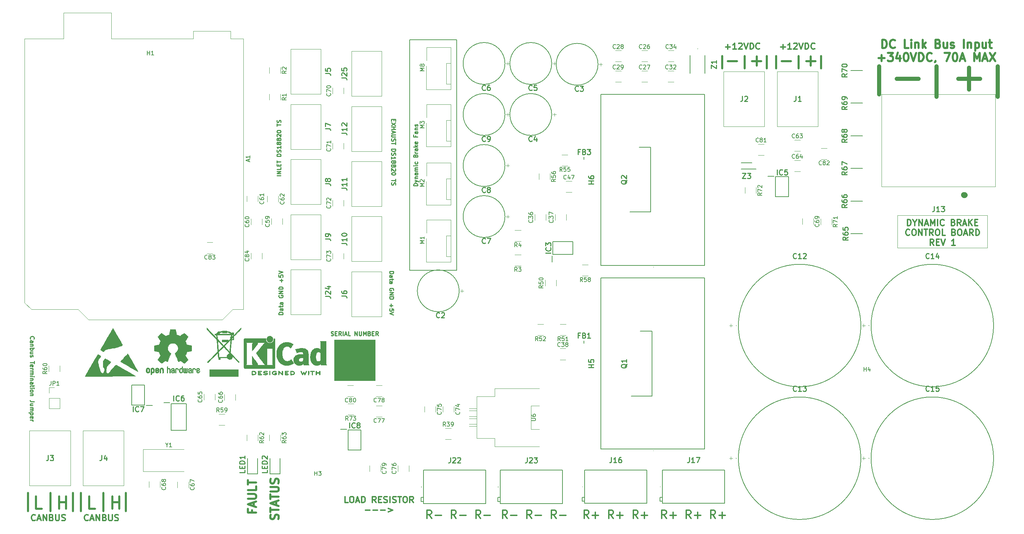
<source format=gbr>
%TF.GenerationSoftware,KiCad,Pcbnew,9.0.0*%
%TF.CreationDate,2025-03-25T18:07:07-07:00*%
%TF.ProjectId,DynamicBrakeGrid,44796e61-6d69-4634-9272-616b65477269,rev?*%
%TF.SameCoordinates,Original*%
%TF.FileFunction,Legend,Top*%
%TF.FilePolarity,Positive*%
%FSLAX46Y46*%
G04 Gerber Fmt 4.6, Leading zero omitted, Abs format (unit mm)*
G04 Created by KiCad (PCBNEW 9.0.0) date 2025-03-25 18:07:07*
%MOMM*%
%LPD*%
G01*
G04 APERTURE LIST*
%ADD10C,0.500000*%
%ADD11C,0.250000*%
%ADD12C,0.200000*%
%ADD13C,0.375000*%
%ADD14C,0.300000*%
%ADD15C,0.100000*%
%ADD16C,1.000000*%
%ADD17C,0.150000*%
%ADD18C,0.254000*%
%ADD19C,0.120000*%
%ADD20C,0.010000*%
%ADD21C,1.400000*%
G04 APERTURE END LIST*
D10*
X93304000Y-158452381D02*
X93399238Y-158166667D01*
X93399238Y-158166667D02*
X93399238Y-157690476D01*
X93399238Y-157690476D02*
X93304000Y-157500000D01*
X93304000Y-157500000D02*
X93208761Y-157404762D01*
X93208761Y-157404762D02*
X93018285Y-157309524D01*
X93018285Y-157309524D02*
X92827809Y-157309524D01*
X92827809Y-157309524D02*
X92637333Y-157404762D01*
X92637333Y-157404762D02*
X92542095Y-157500000D01*
X92542095Y-157500000D02*
X92446857Y-157690476D01*
X92446857Y-157690476D02*
X92351619Y-158071429D01*
X92351619Y-158071429D02*
X92256380Y-158261905D01*
X92256380Y-158261905D02*
X92161142Y-158357143D01*
X92161142Y-158357143D02*
X91970666Y-158452381D01*
X91970666Y-158452381D02*
X91780190Y-158452381D01*
X91780190Y-158452381D02*
X91589714Y-158357143D01*
X91589714Y-158357143D02*
X91494476Y-158261905D01*
X91494476Y-158261905D02*
X91399238Y-158071429D01*
X91399238Y-158071429D02*
X91399238Y-157595238D01*
X91399238Y-157595238D02*
X91494476Y-157309524D01*
X91399238Y-156738095D02*
X91399238Y-155595238D01*
X93399238Y-156166667D02*
X91399238Y-156166667D01*
X92827809Y-155023809D02*
X92827809Y-154071428D01*
X93399238Y-155214285D02*
X91399238Y-154547619D01*
X91399238Y-154547619D02*
X93399238Y-153880952D01*
X91399238Y-153499999D02*
X91399238Y-152357142D01*
X93399238Y-152928571D02*
X91399238Y-152928571D01*
X91399238Y-151690475D02*
X93018285Y-151690475D01*
X93018285Y-151690475D02*
X93208761Y-151595237D01*
X93208761Y-151595237D02*
X93304000Y-151499999D01*
X93304000Y-151499999D02*
X93399238Y-151309523D01*
X93399238Y-151309523D02*
X93399238Y-150928570D01*
X93399238Y-150928570D02*
X93304000Y-150738094D01*
X93304000Y-150738094D02*
X93208761Y-150642856D01*
X93208761Y-150642856D02*
X93018285Y-150547618D01*
X93018285Y-150547618D02*
X91399238Y-150547618D01*
X93304000Y-149690475D02*
X93399238Y-149404761D01*
X93399238Y-149404761D02*
X93399238Y-148928570D01*
X93399238Y-148928570D02*
X93304000Y-148738094D01*
X93304000Y-148738094D02*
X93208761Y-148642856D01*
X93208761Y-148642856D02*
X93018285Y-148547618D01*
X93018285Y-148547618D02*
X92827809Y-148547618D01*
X92827809Y-148547618D02*
X92637333Y-148642856D01*
X92637333Y-148642856D02*
X92542095Y-148738094D01*
X92542095Y-148738094D02*
X92446857Y-148928570D01*
X92446857Y-148928570D02*
X92351619Y-149309523D01*
X92351619Y-149309523D02*
X92256380Y-149499999D01*
X92256380Y-149499999D02*
X92161142Y-149595237D01*
X92161142Y-149595237D02*
X91970666Y-149690475D01*
X91970666Y-149690475D02*
X91780190Y-149690475D01*
X91780190Y-149690475D02*
X91589714Y-149595237D01*
X91589714Y-149595237D02*
X91494476Y-149499999D01*
X91494476Y-149499999D02*
X91399238Y-149309523D01*
X91399238Y-149309523D02*
X91399238Y-148833332D01*
X91399238Y-148833332D02*
X91494476Y-148547618D01*
X86851619Y-156190476D02*
X86851619Y-156857143D01*
X87899238Y-156857143D02*
X85899238Y-156857143D01*
X85899238Y-156857143D02*
X85899238Y-155904762D01*
X87327809Y-155238095D02*
X87327809Y-154285714D01*
X87899238Y-155428571D02*
X85899238Y-154761905D01*
X85899238Y-154761905D02*
X87899238Y-154095238D01*
X85899238Y-153428571D02*
X87518285Y-153428571D01*
X87518285Y-153428571D02*
X87708761Y-153333333D01*
X87708761Y-153333333D02*
X87804000Y-153238095D01*
X87804000Y-153238095D02*
X87899238Y-153047619D01*
X87899238Y-153047619D02*
X87899238Y-152666666D01*
X87899238Y-152666666D02*
X87804000Y-152476190D01*
X87804000Y-152476190D02*
X87708761Y-152380952D01*
X87708761Y-152380952D02*
X87518285Y-152285714D01*
X87518285Y-152285714D02*
X85899238Y-152285714D01*
X87899238Y-150380952D02*
X87899238Y-151333333D01*
X87899238Y-151333333D02*
X85899238Y-151333333D01*
X85899238Y-149999999D02*
X85899238Y-148857142D01*
X87899238Y-149428571D02*
X85899238Y-149428571D01*
D11*
X93949619Y-74261904D02*
X92949619Y-74261904D01*
X93949619Y-73785714D02*
X92949619Y-73785714D01*
X92949619Y-73785714D02*
X93949619Y-73214286D01*
X93949619Y-73214286D02*
X92949619Y-73214286D01*
X93949619Y-72261905D02*
X93949619Y-72738095D01*
X93949619Y-72738095D02*
X92949619Y-72738095D01*
X93425809Y-71928571D02*
X93425809Y-71595238D01*
X93949619Y-71452381D02*
X93949619Y-71928571D01*
X93949619Y-71928571D02*
X92949619Y-71928571D01*
X92949619Y-71928571D02*
X92949619Y-71452381D01*
X92949619Y-71166666D02*
X92949619Y-70595238D01*
X93949619Y-70880952D02*
X92949619Y-70880952D01*
X93949619Y-69499999D02*
X92949619Y-69499999D01*
X92949619Y-69499999D02*
X92949619Y-69261904D01*
X92949619Y-69261904D02*
X92997238Y-69119047D01*
X92997238Y-69119047D02*
X93092476Y-69023809D01*
X93092476Y-69023809D02*
X93187714Y-68976190D01*
X93187714Y-68976190D02*
X93378190Y-68928571D01*
X93378190Y-68928571D02*
X93521047Y-68928571D01*
X93521047Y-68928571D02*
X93711523Y-68976190D01*
X93711523Y-68976190D02*
X93806761Y-69023809D01*
X93806761Y-69023809D02*
X93902000Y-69119047D01*
X93902000Y-69119047D02*
X93949619Y-69261904D01*
X93949619Y-69261904D02*
X93949619Y-69499999D01*
X93902000Y-68547618D02*
X93949619Y-68404761D01*
X93949619Y-68404761D02*
X93949619Y-68166666D01*
X93949619Y-68166666D02*
X93902000Y-68071428D01*
X93902000Y-68071428D02*
X93854380Y-68023809D01*
X93854380Y-68023809D02*
X93759142Y-67976190D01*
X93759142Y-67976190D02*
X93663904Y-67976190D01*
X93663904Y-67976190D02*
X93568666Y-68023809D01*
X93568666Y-68023809D02*
X93521047Y-68071428D01*
X93521047Y-68071428D02*
X93473428Y-68166666D01*
X93473428Y-68166666D02*
X93425809Y-68357142D01*
X93425809Y-68357142D02*
X93378190Y-68452380D01*
X93378190Y-68452380D02*
X93330571Y-68499999D01*
X93330571Y-68499999D02*
X93235333Y-68547618D01*
X93235333Y-68547618D02*
X93140095Y-68547618D01*
X93140095Y-68547618D02*
X93044857Y-68499999D01*
X93044857Y-68499999D02*
X92997238Y-68452380D01*
X92997238Y-68452380D02*
X92949619Y-68357142D01*
X92949619Y-68357142D02*
X92949619Y-68119047D01*
X92949619Y-68119047D02*
X92997238Y-67976190D01*
X93949619Y-67023809D02*
X93949619Y-67595237D01*
X93949619Y-67309523D02*
X92949619Y-67309523D01*
X92949619Y-67309523D02*
X93092476Y-67404761D01*
X93092476Y-67404761D02*
X93187714Y-67499999D01*
X93187714Y-67499999D02*
X93235333Y-67595237D01*
X93378190Y-66452380D02*
X93330571Y-66547618D01*
X93330571Y-66547618D02*
X93282952Y-66595237D01*
X93282952Y-66595237D02*
X93187714Y-66642856D01*
X93187714Y-66642856D02*
X93140095Y-66642856D01*
X93140095Y-66642856D02*
X93044857Y-66595237D01*
X93044857Y-66595237D02*
X92997238Y-66547618D01*
X92997238Y-66547618D02*
X92949619Y-66452380D01*
X92949619Y-66452380D02*
X92949619Y-66261904D01*
X92949619Y-66261904D02*
X92997238Y-66166666D01*
X92997238Y-66166666D02*
X93044857Y-66119047D01*
X93044857Y-66119047D02*
X93140095Y-66071428D01*
X93140095Y-66071428D02*
X93187714Y-66071428D01*
X93187714Y-66071428D02*
X93282952Y-66119047D01*
X93282952Y-66119047D02*
X93330571Y-66166666D01*
X93330571Y-66166666D02*
X93378190Y-66261904D01*
X93378190Y-66261904D02*
X93378190Y-66452380D01*
X93378190Y-66452380D02*
X93425809Y-66547618D01*
X93425809Y-66547618D02*
X93473428Y-66595237D01*
X93473428Y-66595237D02*
X93568666Y-66642856D01*
X93568666Y-66642856D02*
X93759142Y-66642856D01*
X93759142Y-66642856D02*
X93854380Y-66595237D01*
X93854380Y-66595237D02*
X93902000Y-66547618D01*
X93902000Y-66547618D02*
X93949619Y-66452380D01*
X93949619Y-66452380D02*
X93949619Y-66261904D01*
X93949619Y-66261904D02*
X93902000Y-66166666D01*
X93902000Y-66166666D02*
X93854380Y-66119047D01*
X93854380Y-66119047D02*
X93759142Y-66071428D01*
X93759142Y-66071428D02*
X93568666Y-66071428D01*
X93568666Y-66071428D02*
X93473428Y-66119047D01*
X93473428Y-66119047D02*
X93425809Y-66166666D01*
X93425809Y-66166666D02*
X93378190Y-66261904D01*
X93425809Y-65309523D02*
X93473428Y-65166666D01*
X93473428Y-65166666D02*
X93521047Y-65119047D01*
X93521047Y-65119047D02*
X93616285Y-65071428D01*
X93616285Y-65071428D02*
X93759142Y-65071428D01*
X93759142Y-65071428D02*
X93854380Y-65119047D01*
X93854380Y-65119047D02*
X93902000Y-65166666D01*
X93902000Y-65166666D02*
X93949619Y-65261904D01*
X93949619Y-65261904D02*
X93949619Y-65642856D01*
X93949619Y-65642856D02*
X92949619Y-65642856D01*
X92949619Y-65642856D02*
X92949619Y-65309523D01*
X92949619Y-65309523D02*
X92997238Y-65214285D01*
X92997238Y-65214285D02*
X93044857Y-65166666D01*
X93044857Y-65166666D02*
X93140095Y-65119047D01*
X93140095Y-65119047D02*
X93235333Y-65119047D01*
X93235333Y-65119047D02*
X93330571Y-65166666D01*
X93330571Y-65166666D02*
X93378190Y-65214285D01*
X93378190Y-65214285D02*
X93425809Y-65309523D01*
X93425809Y-65309523D02*
X93425809Y-65642856D01*
X93044857Y-64690475D02*
X92997238Y-64642856D01*
X92997238Y-64642856D02*
X92949619Y-64547618D01*
X92949619Y-64547618D02*
X92949619Y-64309523D01*
X92949619Y-64309523D02*
X92997238Y-64214285D01*
X92997238Y-64214285D02*
X93044857Y-64166666D01*
X93044857Y-64166666D02*
X93140095Y-64119047D01*
X93140095Y-64119047D02*
X93235333Y-64119047D01*
X93235333Y-64119047D02*
X93378190Y-64166666D01*
X93378190Y-64166666D02*
X93949619Y-64738094D01*
X93949619Y-64738094D02*
X93949619Y-64119047D01*
X92949619Y-63499999D02*
X92949619Y-63404761D01*
X92949619Y-63404761D02*
X92997238Y-63309523D01*
X92997238Y-63309523D02*
X93044857Y-63261904D01*
X93044857Y-63261904D02*
X93140095Y-63214285D01*
X93140095Y-63214285D02*
X93330571Y-63166666D01*
X93330571Y-63166666D02*
X93568666Y-63166666D01*
X93568666Y-63166666D02*
X93759142Y-63214285D01*
X93759142Y-63214285D02*
X93854380Y-63261904D01*
X93854380Y-63261904D02*
X93902000Y-63309523D01*
X93902000Y-63309523D02*
X93949619Y-63404761D01*
X93949619Y-63404761D02*
X93949619Y-63499999D01*
X93949619Y-63499999D02*
X93902000Y-63595237D01*
X93902000Y-63595237D02*
X93854380Y-63642856D01*
X93854380Y-63642856D02*
X93759142Y-63690475D01*
X93759142Y-63690475D02*
X93568666Y-63738094D01*
X93568666Y-63738094D02*
X93330571Y-63738094D01*
X93330571Y-63738094D02*
X93140095Y-63690475D01*
X93140095Y-63690475D02*
X93044857Y-63642856D01*
X93044857Y-63642856D02*
X92997238Y-63595237D01*
X92997238Y-63595237D02*
X92949619Y-63499999D01*
X92949619Y-62119046D02*
X92949619Y-61547618D01*
X93949619Y-61833332D02*
X92949619Y-61833332D01*
X93902000Y-61261903D02*
X93949619Y-61119046D01*
X93949619Y-61119046D02*
X93949619Y-60880951D01*
X93949619Y-60880951D02*
X93902000Y-60785713D01*
X93902000Y-60785713D02*
X93854380Y-60738094D01*
X93854380Y-60738094D02*
X93759142Y-60690475D01*
X93759142Y-60690475D02*
X93663904Y-60690475D01*
X93663904Y-60690475D02*
X93568666Y-60738094D01*
X93568666Y-60738094D02*
X93521047Y-60785713D01*
X93521047Y-60785713D02*
X93473428Y-60880951D01*
X93473428Y-60880951D02*
X93425809Y-61071427D01*
X93425809Y-61071427D02*
X93378190Y-61166665D01*
X93378190Y-61166665D02*
X93330571Y-61214284D01*
X93330571Y-61214284D02*
X93235333Y-61261903D01*
X93235333Y-61261903D02*
X93140095Y-61261903D01*
X93140095Y-61261903D02*
X93044857Y-61214284D01*
X93044857Y-61214284D02*
X92997238Y-61166665D01*
X92997238Y-61166665D02*
X92949619Y-61071427D01*
X92949619Y-61071427D02*
X92949619Y-60833332D01*
X92949619Y-60833332D02*
X92997238Y-60690475D01*
X121574190Y-60476190D02*
X121574190Y-60809523D01*
X121050380Y-60952380D02*
X121050380Y-60476190D01*
X121050380Y-60476190D02*
X122050380Y-60476190D01*
X122050380Y-60476190D02*
X122050380Y-60952380D01*
X122050380Y-61285714D02*
X121050380Y-61952380D01*
X122050380Y-61952380D02*
X121050380Y-61285714D01*
X121050380Y-62333333D02*
X122050380Y-62333333D01*
X121574190Y-62333333D02*
X121574190Y-62904761D01*
X121050380Y-62904761D02*
X122050380Y-62904761D01*
X121336095Y-63333333D02*
X121336095Y-63809523D01*
X121050380Y-63238095D02*
X122050380Y-63571428D01*
X122050380Y-63571428D02*
X121050380Y-63904761D01*
X122050380Y-64238095D02*
X121240857Y-64238095D01*
X121240857Y-64238095D02*
X121145619Y-64285714D01*
X121145619Y-64285714D02*
X121098000Y-64333333D01*
X121098000Y-64333333D02*
X121050380Y-64428571D01*
X121050380Y-64428571D02*
X121050380Y-64619047D01*
X121050380Y-64619047D02*
X121098000Y-64714285D01*
X121098000Y-64714285D02*
X121145619Y-64761904D01*
X121145619Y-64761904D02*
X121240857Y-64809523D01*
X121240857Y-64809523D02*
X122050380Y-64809523D01*
X121098000Y-65238095D02*
X121050380Y-65380952D01*
X121050380Y-65380952D02*
X121050380Y-65619047D01*
X121050380Y-65619047D02*
X121098000Y-65714285D01*
X121098000Y-65714285D02*
X121145619Y-65761904D01*
X121145619Y-65761904D02*
X121240857Y-65809523D01*
X121240857Y-65809523D02*
X121336095Y-65809523D01*
X121336095Y-65809523D02*
X121431333Y-65761904D01*
X121431333Y-65761904D02*
X121478952Y-65714285D01*
X121478952Y-65714285D02*
X121526571Y-65619047D01*
X121526571Y-65619047D02*
X121574190Y-65428571D01*
X121574190Y-65428571D02*
X121621809Y-65333333D01*
X121621809Y-65333333D02*
X121669428Y-65285714D01*
X121669428Y-65285714D02*
X121764666Y-65238095D01*
X121764666Y-65238095D02*
X121859904Y-65238095D01*
X121859904Y-65238095D02*
X121955142Y-65285714D01*
X121955142Y-65285714D02*
X122002761Y-65333333D01*
X122002761Y-65333333D02*
X122050380Y-65428571D01*
X122050380Y-65428571D02*
X122050380Y-65666666D01*
X122050380Y-65666666D02*
X122002761Y-65809523D01*
X122050380Y-66095238D02*
X122050380Y-66666666D01*
X121050380Y-66380952D02*
X122050380Y-66380952D01*
X121050380Y-67761905D02*
X122050380Y-67761905D01*
X122050380Y-67761905D02*
X122050380Y-68000000D01*
X122050380Y-68000000D02*
X122002761Y-68142857D01*
X122002761Y-68142857D02*
X121907523Y-68238095D01*
X121907523Y-68238095D02*
X121812285Y-68285714D01*
X121812285Y-68285714D02*
X121621809Y-68333333D01*
X121621809Y-68333333D02*
X121478952Y-68333333D01*
X121478952Y-68333333D02*
X121288476Y-68285714D01*
X121288476Y-68285714D02*
X121193238Y-68238095D01*
X121193238Y-68238095D02*
X121098000Y-68142857D01*
X121098000Y-68142857D02*
X121050380Y-68000000D01*
X121050380Y-68000000D02*
X121050380Y-67761905D01*
X121098000Y-68714286D02*
X121050380Y-68857143D01*
X121050380Y-68857143D02*
X121050380Y-69095238D01*
X121050380Y-69095238D02*
X121098000Y-69190476D01*
X121098000Y-69190476D02*
X121145619Y-69238095D01*
X121145619Y-69238095D02*
X121240857Y-69285714D01*
X121240857Y-69285714D02*
X121336095Y-69285714D01*
X121336095Y-69285714D02*
X121431333Y-69238095D01*
X121431333Y-69238095D02*
X121478952Y-69190476D01*
X121478952Y-69190476D02*
X121526571Y-69095238D01*
X121526571Y-69095238D02*
X121574190Y-68904762D01*
X121574190Y-68904762D02*
X121621809Y-68809524D01*
X121621809Y-68809524D02*
X121669428Y-68761905D01*
X121669428Y-68761905D02*
X121764666Y-68714286D01*
X121764666Y-68714286D02*
X121859904Y-68714286D01*
X121859904Y-68714286D02*
X121955142Y-68761905D01*
X121955142Y-68761905D02*
X122002761Y-68809524D01*
X122002761Y-68809524D02*
X122050380Y-68904762D01*
X122050380Y-68904762D02*
X122050380Y-69142857D01*
X122050380Y-69142857D02*
X122002761Y-69285714D01*
X121050380Y-70238095D02*
X121050380Y-69666667D01*
X121050380Y-69952381D02*
X122050380Y-69952381D01*
X122050380Y-69952381D02*
X121907523Y-69857143D01*
X121907523Y-69857143D02*
X121812285Y-69761905D01*
X121812285Y-69761905D02*
X121764666Y-69666667D01*
X121621809Y-70809524D02*
X121669428Y-70714286D01*
X121669428Y-70714286D02*
X121717047Y-70666667D01*
X121717047Y-70666667D02*
X121812285Y-70619048D01*
X121812285Y-70619048D02*
X121859904Y-70619048D01*
X121859904Y-70619048D02*
X121955142Y-70666667D01*
X121955142Y-70666667D02*
X122002761Y-70714286D01*
X122002761Y-70714286D02*
X122050380Y-70809524D01*
X122050380Y-70809524D02*
X122050380Y-71000000D01*
X122050380Y-71000000D02*
X122002761Y-71095238D01*
X122002761Y-71095238D02*
X121955142Y-71142857D01*
X121955142Y-71142857D02*
X121859904Y-71190476D01*
X121859904Y-71190476D02*
X121812285Y-71190476D01*
X121812285Y-71190476D02*
X121717047Y-71142857D01*
X121717047Y-71142857D02*
X121669428Y-71095238D01*
X121669428Y-71095238D02*
X121621809Y-71000000D01*
X121621809Y-71000000D02*
X121621809Y-70809524D01*
X121621809Y-70809524D02*
X121574190Y-70714286D01*
X121574190Y-70714286D02*
X121526571Y-70666667D01*
X121526571Y-70666667D02*
X121431333Y-70619048D01*
X121431333Y-70619048D02*
X121240857Y-70619048D01*
X121240857Y-70619048D02*
X121145619Y-70666667D01*
X121145619Y-70666667D02*
X121098000Y-70714286D01*
X121098000Y-70714286D02*
X121050380Y-70809524D01*
X121050380Y-70809524D02*
X121050380Y-71000000D01*
X121050380Y-71000000D02*
X121098000Y-71095238D01*
X121098000Y-71095238D02*
X121145619Y-71142857D01*
X121145619Y-71142857D02*
X121240857Y-71190476D01*
X121240857Y-71190476D02*
X121431333Y-71190476D01*
X121431333Y-71190476D02*
X121526571Y-71142857D01*
X121526571Y-71142857D02*
X121574190Y-71095238D01*
X121574190Y-71095238D02*
X121621809Y-71000000D01*
X121574190Y-71952381D02*
X121526571Y-72095238D01*
X121526571Y-72095238D02*
X121478952Y-72142857D01*
X121478952Y-72142857D02*
X121383714Y-72190476D01*
X121383714Y-72190476D02*
X121240857Y-72190476D01*
X121240857Y-72190476D02*
X121145619Y-72142857D01*
X121145619Y-72142857D02*
X121098000Y-72095238D01*
X121098000Y-72095238D02*
X121050380Y-72000000D01*
X121050380Y-72000000D02*
X121050380Y-71619048D01*
X121050380Y-71619048D02*
X122050380Y-71619048D01*
X122050380Y-71619048D02*
X122050380Y-71952381D01*
X122050380Y-71952381D02*
X122002761Y-72047619D01*
X122002761Y-72047619D02*
X121955142Y-72095238D01*
X121955142Y-72095238D02*
X121859904Y-72142857D01*
X121859904Y-72142857D02*
X121764666Y-72142857D01*
X121764666Y-72142857D02*
X121669428Y-72095238D01*
X121669428Y-72095238D02*
X121621809Y-72047619D01*
X121621809Y-72047619D02*
X121574190Y-71952381D01*
X121574190Y-71952381D02*
X121574190Y-71619048D01*
X121955142Y-72571429D02*
X122002761Y-72619048D01*
X122002761Y-72619048D02*
X122050380Y-72714286D01*
X122050380Y-72714286D02*
X122050380Y-72952381D01*
X122050380Y-72952381D02*
X122002761Y-73047619D01*
X122002761Y-73047619D02*
X121955142Y-73095238D01*
X121955142Y-73095238D02*
X121859904Y-73142857D01*
X121859904Y-73142857D02*
X121764666Y-73142857D01*
X121764666Y-73142857D02*
X121621809Y-73095238D01*
X121621809Y-73095238D02*
X121050380Y-72523810D01*
X121050380Y-72523810D02*
X121050380Y-73142857D01*
X122050380Y-73761905D02*
X122050380Y-73857143D01*
X122050380Y-73857143D02*
X122002761Y-73952381D01*
X122002761Y-73952381D02*
X121955142Y-74000000D01*
X121955142Y-74000000D02*
X121859904Y-74047619D01*
X121859904Y-74047619D02*
X121669428Y-74095238D01*
X121669428Y-74095238D02*
X121431333Y-74095238D01*
X121431333Y-74095238D02*
X121240857Y-74047619D01*
X121240857Y-74047619D02*
X121145619Y-74000000D01*
X121145619Y-74000000D02*
X121098000Y-73952381D01*
X121098000Y-73952381D02*
X121050380Y-73857143D01*
X121050380Y-73857143D02*
X121050380Y-73761905D01*
X121050380Y-73761905D02*
X121098000Y-73666667D01*
X121098000Y-73666667D02*
X121145619Y-73619048D01*
X121145619Y-73619048D02*
X121240857Y-73571429D01*
X121240857Y-73571429D02*
X121431333Y-73523810D01*
X121431333Y-73523810D02*
X121669428Y-73523810D01*
X121669428Y-73523810D02*
X121859904Y-73571429D01*
X121859904Y-73571429D02*
X121955142Y-73619048D01*
X121955142Y-73619048D02*
X122002761Y-73666667D01*
X122002761Y-73666667D02*
X122050380Y-73761905D01*
X122050380Y-75142858D02*
X122050380Y-75714286D01*
X121050380Y-75428572D02*
X122050380Y-75428572D01*
X121098000Y-76000001D02*
X121050380Y-76142858D01*
X121050380Y-76142858D02*
X121050380Y-76380953D01*
X121050380Y-76380953D02*
X121098000Y-76476191D01*
X121098000Y-76476191D02*
X121145619Y-76523810D01*
X121145619Y-76523810D02*
X121240857Y-76571429D01*
X121240857Y-76571429D02*
X121336095Y-76571429D01*
X121336095Y-76571429D02*
X121431333Y-76523810D01*
X121431333Y-76523810D02*
X121478952Y-76476191D01*
X121478952Y-76476191D02*
X121526571Y-76380953D01*
X121526571Y-76380953D02*
X121574190Y-76190477D01*
X121574190Y-76190477D02*
X121621809Y-76095239D01*
X121621809Y-76095239D02*
X121669428Y-76047620D01*
X121669428Y-76047620D02*
X121764666Y-76000001D01*
X121764666Y-76000001D02*
X121859904Y-76000001D01*
X121859904Y-76000001D02*
X121955142Y-76047620D01*
X121955142Y-76047620D02*
X122002761Y-76095239D01*
X122002761Y-76095239D02*
X122050380Y-76190477D01*
X122050380Y-76190477D02*
X122050380Y-76428572D01*
X122050380Y-76428572D02*
X122002761Y-76571429D01*
X94449619Y-108261904D02*
X93449619Y-108261904D01*
X93449619Y-108261904D02*
X93449619Y-108023809D01*
X93449619Y-108023809D02*
X93497238Y-107880952D01*
X93497238Y-107880952D02*
X93592476Y-107785714D01*
X93592476Y-107785714D02*
X93687714Y-107738095D01*
X93687714Y-107738095D02*
X93878190Y-107690476D01*
X93878190Y-107690476D02*
X94021047Y-107690476D01*
X94021047Y-107690476D02*
X94211523Y-107738095D01*
X94211523Y-107738095D02*
X94306761Y-107785714D01*
X94306761Y-107785714D02*
X94402000Y-107880952D01*
X94402000Y-107880952D02*
X94449619Y-108023809D01*
X94449619Y-108023809D02*
X94449619Y-108261904D01*
X94449619Y-106833333D02*
X93925809Y-106833333D01*
X93925809Y-106833333D02*
X93830571Y-106880952D01*
X93830571Y-106880952D02*
X93782952Y-106976190D01*
X93782952Y-106976190D02*
X93782952Y-107166666D01*
X93782952Y-107166666D02*
X93830571Y-107261904D01*
X94402000Y-106833333D02*
X94449619Y-106928571D01*
X94449619Y-106928571D02*
X94449619Y-107166666D01*
X94449619Y-107166666D02*
X94402000Y-107261904D01*
X94402000Y-107261904D02*
X94306761Y-107309523D01*
X94306761Y-107309523D02*
X94211523Y-107309523D01*
X94211523Y-107309523D02*
X94116285Y-107261904D01*
X94116285Y-107261904D02*
X94068666Y-107166666D01*
X94068666Y-107166666D02*
X94068666Y-106928571D01*
X94068666Y-106928571D02*
X94021047Y-106833333D01*
X93782952Y-106499999D02*
X93782952Y-106119047D01*
X93449619Y-106357142D02*
X94306761Y-106357142D01*
X94306761Y-106357142D02*
X94402000Y-106309523D01*
X94402000Y-106309523D02*
X94449619Y-106214285D01*
X94449619Y-106214285D02*
X94449619Y-106119047D01*
X94449619Y-105357142D02*
X93925809Y-105357142D01*
X93925809Y-105357142D02*
X93830571Y-105404761D01*
X93830571Y-105404761D02*
X93782952Y-105499999D01*
X93782952Y-105499999D02*
X93782952Y-105690475D01*
X93782952Y-105690475D02*
X93830571Y-105785713D01*
X94402000Y-105357142D02*
X94449619Y-105452380D01*
X94449619Y-105452380D02*
X94449619Y-105690475D01*
X94449619Y-105690475D02*
X94402000Y-105785713D01*
X94402000Y-105785713D02*
X94306761Y-105833332D01*
X94306761Y-105833332D02*
X94211523Y-105833332D01*
X94211523Y-105833332D02*
X94116285Y-105785713D01*
X94116285Y-105785713D02*
X94068666Y-105690475D01*
X94068666Y-105690475D02*
X94068666Y-105452380D01*
X94068666Y-105452380D02*
X94021047Y-105357142D01*
X93497238Y-103595237D02*
X93449619Y-103690475D01*
X93449619Y-103690475D02*
X93449619Y-103833332D01*
X93449619Y-103833332D02*
X93497238Y-103976189D01*
X93497238Y-103976189D02*
X93592476Y-104071427D01*
X93592476Y-104071427D02*
X93687714Y-104119046D01*
X93687714Y-104119046D02*
X93878190Y-104166665D01*
X93878190Y-104166665D02*
X94021047Y-104166665D01*
X94021047Y-104166665D02*
X94211523Y-104119046D01*
X94211523Y-104119046D02*
X94306761Y-104071427D01*
X94306761Y-104071427D02*
X94402000Y-103976189D01*
X94402000Y-103976189D02*
X94449619Y-103833332D01*
X94449619Y-103833332D02*
X94449619Y-103738094D01*
X94449619Y-103738094D02*
X94402000Y-103595237D01*
X94402000Y-103595237D02*
X94354380Y-103547618D01*
X94354380Y-103547618D02*
X94021047Y-103547618D01*
X94021047Y-103547618D02*
X94021047Y-103738094D01*
X94449619Y-103119046D02*
X93449619Y-103119046D01*
X93449619Y-103119046D02*
X94449619Y-102547618D01*
X94449619Y-102547618D02*
X93449619Y-102547618D01*
X94449619Y-102071427D02*
X93449619Y-102071427D01*
X93449619Y-102071427D02*
X93449619Y-101833332D01*
X93449619Y-101833332D02*
X93497238Y-101690475D01*
X93497238Y-101690475D02*
X93592476Y-101595237D01*
X93592476Y-101595237D02*
X93687714Y-101547618D01*
X93687714Y-101547618D02*
X93878190Y-101499999D01*
X93878190Y-101499999D02*
X94021047Y-101499999D01*
X94021047Y-101499999D02*
X94211523Y-101547618D01*
X94211523Y-101547618D02*
X94306761Y-101595237D01*
X94306761Y-101595237D02*
X94402000Y-101690475D01*
X94402000Y-101690475D02*
X94449619Y-101833332D01*
X94449619Y-101833332D02*
X94449619Y-102071427D01*
X94068666Y-100309522D02*
X94068666Y-99547618D01*
X94449619Y-99928570D02*
X93687714Y-99928570D01*
X93449619Y-98595237D02*
X93449619Y-99071427D01*
X93449619Y-99071427D02*
X93925809Y-99119046D01*
X93925809Y-99119046D02*
X93878190Y-99071427D01*
X93878190Y-99071427D02*
X93830571Y-98976189D01*
X93830571Y-98976189D02*
X93830571Y-98738094D01*
X93830571Y-98738094D02*
X93878190Y-98642856D01*
X93878190Y-98642856D02*
X93925809Y-98595237D01*
X93925809Y-98595237D02*
X94021047Y-98547618D01*
X94021047Y-98547618D02*
X94259142Y-98547618D01*
X94259142Y-98547618D02*
X94354380Y-98595237D01*
X94354380Y-98595237D02*
X94402000Y-98642856D01*
X94402000Y-98642856D02*
X94449619Y-98738094D01*
X94449619Y-98738094D02*
X94449619Y-98976189D01*
X94449619Y-98976189D02*
X94402000Y-99071427D01*
X94402000Y-99071427D02*
X94354380Y-99119046D01*
X93449619Y-98261903D02*
X94449619Y-97928570D01*
X94449619Y-97928570D02*
X93449619Y-97595237D01*
X120550380Y-97738095D02*
X121550380Y-97738095D01*
X121550380Y-97738095D02*
X121550380Y-97976190D01*
X121550380Y-97976190D02*
X121502761Y-98119047D01*
X121502761Y-98119047D02*
X121407523Y-98214285D01*
X121407523Y-98214285D02*
X121312285Y-98261904D01*
X121312285Y-98261904D02*
X121121809Y-98309523D01*
X121121809Y-98309523D02*
X120978952Y-98309523D01*
X120978952Y-98309523D02*
X120788476Y-98261904D01*
X120788476Y-98261904D02*
X120693238Y-98214285D01*
X120693238Y-98214285D02*
X120598000Y-98119047D01*
X120598000Y-98119047D02*
X120550380Y-97976190D01*
X120550380Y-97976190D02*
X120550380Y-97738095D01*
X120550380Y-99166666D02*
X121074190Y-99166666D01*
X121074190Y-99166666D02*
X121169428Y-99119047D01*
X121169428Y-99119047D02*
X121217047Y-99023809D01*
X121217047Y-99023809D02*
X121217047Y-98833333D01*
X121217047Y-98833333D02*
X121169428Y-98738095D01*
X120598000Y-99166666D02*
X120550380Y-99071428D01*
X120550380Y-99071428D02*
X120550380Y-98833333D01*
X120550380Y-98833333D02*
X120598000Y-98738095D01*
X120598000Y-98738095D02*
X120693238Y-98690476D01*
X120693238Y-98690476D02*
X120788476Y-98690476D01*
X120788476Y-98690476D02*
X120883714Y-98738095D01*
X120883714Y-98738095D02*
X120931333Y-98833333D01*
X120931333Y-98833333D02*
X120931333Y-99071428D01*
X120931333Y-99071428D02*
X120978952Y-99166666D01*
X121217047Y-99500000D02*
X121217047Y-99880952D01*
X121550380Y-99642857D02*
X120693238Y-99642857D01*
X120693238Y-99642857D02*
X120598000Y-99690476D01*
X120598000Y-99690476D02*
X120550380Y-99785714D01*
X120550380Y-99785714D02*
X120550380Y-99880952D01*
X120550380Y-100642857D02*
X121074190Y-100642857D01*
X121074190Y-100642857D02*
X121169428Y-100595238D01*
X121169428Y-100595238D02*
X121217047Y-100500000D01*
X121217047Y-100500000D02*
X121217047Y-100309524D01*
X121217047Y-100309524D02*
X121169428Y-100214286D01*
X120598000Y-100642857D02*
X120550380Y-100547619D01*
X120550380Y-100547619D02*
X120550380Y-100309524D01*
X120550380Y-100309524D02*
X120598000Y-100214286D01*
X120598000Y-100214286D02*
X120693238Y-100166667D01*
X120693238Y-100166667D02*
X120788476Y-100166667D01*
X120788476Y-100166667D02*
X120883714Y-100214286D01*
X120883714Y-100214286D02*
X120931333Y-100309524D01*
X120931333Y-100309524D02*
X120931333Y-100547619D01*
X120931333Y-100547619D02*
X120978952Y-100642857D01*
X121502761Y-102404762D02*
X121550380Y-102309524D01*
X121550380Y-102309524D02*
X121550380Y-102166667D01*
X121550380Y-102166667D02*
X121502761Y-102023810D01*
X121502761Y-102023810D02*
X121407523Y-101928572D01*
X121407523Y-101928572D02*
X121312285Y-101880953D01*
X121312285Y-101880953D02*
X121121809Y-101833334D01*
X121121809Y-101833334D02*
X120978952Y-101833334D01*
X120978952Y-101833334D02*
X120788476Y-101880953D01*
X120788476Y-101880953D02*
X120693238Y-101928572D01*
X120693238Y-101928572D02*
X120598000Y-102023810D01*
X120598000Y-102023810D02*
X120550380Y-102166667D01*
X120550380Y-102166667D02*
X120550380Y-102261905D01*
X120550380Y-102261905D02*
X120598000Y-102404762D01*
X120598000Y-102404762D02*
X120645619Y-102452381D01*
X120645619Y-102452381D02*
X120978952Y-102452381D01*
X120978952Y-102452381D02*
X120978952Y-102261905D01*
X120550380Y-102880953D02*
X121550380Y-102880953D01*
X121550380Y-102880953D02*
X120550380Y-103452381D01*
X120550380Y-103452381D02*
X121550380Y-103452381D01*
X120550380Y-103928572D02*
X121550380Y-103928572D01*
X121550380Y-103928572D02*
X121550380Y-104166667D01*
X121550380Y-104166667D02*
X121502761Y-104309524D01*
X121502761Y-104309524D02*
X121407523Y-104404762D01*
X121407523Y-104404762D02*
X121312285Y-104452381D01*
X121312285Y-104452381D02*
X121121809Y-104500000D01*
X121121809Y-104500000D02*
X120978952Y-104500000D01*
X120978952Y-104500000D02*
X120788476Y-104452381D01*
X120788476Y-104452381D02*
X120693238Y-104404762D01*
X120693238Y-104404762D02*
X120598000Y-104309524D01*
X120598000Y-104309524D02*
X120550380Y-104166667D01*
X120550380Y-104166667D02*
X120550380Y-103928572D01*
X120931333Y-105690477D02*
X120931333Y-106452382D01*
X120550380Y-106071429D02*
X121312285Y-106071429D01*
X121550380Y-107404762D02*
X121550380Y-106928572D01*
X121550380Y-106928572D02*
X121074190Y-106880953D01*
X121074190Y-106880953D02*
X121121809Y-106928572D01*
X121121809Y-106928572D02*
X121169428Y-107023810D01*
X121169428Y-107023810D02*
X121169428Y-107261905D01*
X121169428Y-107261905D02*
X121121809Y-107357143D01*
X121121809Y-107357143D02*
X121074190Y-107404762D01*
X121074190Y-107404762D02*
X120978952Y-107452381D01*
X120978952Y-107452381D02*
X120740857Y-107452381D01*
X120740857Y-107452381D02*
X120645619Y-107404762D01*
X120645619Y-107404762D02*
X120598000Y-107357143D01*
X120598000Y-107357143D02*
X120550380Y-107261905D01*
X120550380Y-107261905D02*
X120550380Y-107023810D01*
X120550380Y-107023810D02*
X120598000Y-106928572D01*
X120598000Y-106928572D02*
X120645619Y-106880953D01*
X121550380Y-107738096D02*
X120550380Y-108071429D01*
X120550380Y-108071429D02*
X121550380Y-108404762D01*
X127437119Y-76726190D02*
X126437119Y-76726190D01*
X126437119Y-76726190D02*
X126437119Y-76488095D01*
X126437119Y-76488095D02*
X126484738Y-76345238D01*
X126484738Y-76345238D02*
X126579976Y-76250000D01*
X126579976Y-76250000D02*
X126675214Y-76202381D01*
X126675214Y-76202381D02*
X126865690Y-76154762D01*
X126865690Y-76154762D02*
X127008547Y-76154762D01*
X127008547Y-76154762D02*
X127199023Y-76202381D01*
X127199023Y-76202381D02*
X127294261Y-76250000D01*
X127294261Y-76250000D02*
X127389500Y-76345238D01*
X127389500Y-76345238D02*
X127437119Y-76488095D01*
X127437119Y-76488095D02*
X127437119Y-76726190D01*
X126770452Y-75821428D02*
X127437119Y-75583333D01*
X126770452Y-75345238D02*
X127437119Y-75583333D01*
X127437119Y-75583333D02*
X127675214Y-75678571D01*
X127675214Y-75678571D02*
X127722833Y-75726190D01*
X127722833Y-75726190D02*
X127770452Y-75821428D01*
X126770452Y-74964285D02*
X127437119Y-74964285D01*
X126865690Y-74964285D02*
X126818071Y-74916666D01*
X126818071Y-74916666D02*
X126770452Y-74821428D01*
X126770452Y-74821428D02*
X126770452Y-74678571D01*
X126770452Y-74678571D02*
X126818071Y-74583333D01*
X126818071Y-74583333D02*
X126913309Y-74535714D01*
X126913309Y-74535714D02*
X127437119Y-74535714D01*
X127437119Y-73630952D02*
X126913309Y-73630952D01*
X126913309Y-73630952D02*
X126818071Y-73678571D01*
X126818071Y-73678571D02*
X126770452Y-73773809D01*
X126770452Y-73773809D02*
X126770452Y-73964285D01*
X126770452Y-73964285D02*
X126818071Y-74059523D01*
X127389500Y-73630952D02*
X127437119Y-73726190D01*
X127437119Y-73726190D02*
X127437119Y-73964285D01*
X127437119Y-73964285D02*
X127389500Y-74059523D01*
X127389500Y-74059523D02*
X127294261Y-74107142D01*
X127294261Y-74107142D02*
X127199023Y-74107142D01*
X127199023Y-74107142D02*
X127103785Y-74059523D01*
X127103785Y-74059523D02*
X127056166Y-73964285D01*
X127056166Y-73964285D02*
X127056166Y-73726190D01*
X127056166Y-73726190D02*
X127008547Y-73630952D01*
X127437119Y-73154761D02*
X126770452Y-73154761D01*
X126865690Y-73154761D02*
X126818071Y-73107142D01*
X126818071Y-73107142D02*
X126770452Y-73011904D01*
X126770452Y-73011904D02*
X126770452Y-72869047D01*
X126770452Y-72869047D02*
X126818071Y-72773809D01*
X126818071Y-72773809D02*
X126913309Y-72726190D01*
X126913309Y-72726190D02*
X127437119Y-72726190D01*
X126913309Y-72726190D02*
X126818071Y-72678571D01*
X126818071Y-72678571D02*
X126770452Y-72583333D01*
X126770452Y-72583333D02*
X126770452Y-72440476D01*
X126770452Y-72440476D02*
X126818071Y-72345237D01*
X126818071Y-72345237D02*
X126913309Y-72297618D01*
X126913309Y-72297618D02*
X127437119Y-72297618D01*
X127437119Y-71821428D02*
X126770452Y-71821428D01*
X126437119Y-71821428D02*
X126484738Y-71869047D01*
X126484738Y-71869047D02*
X126532357Y-71821428D01*
X126532357Y-71821428D02*
X126484738Y-71773809D01*
X126484738Y-71773809D02*
X126437119Y-71821428D01*
X126437119Y-71821428D02*
X126532357Y-71821428D01*
X127389500Y-70916667D02*
X127437119Y-71011905D01*
X127437119Y-71011905D02*
X127437119Y-71202381D01*
X127437119Y-71202381D02*
X127389500Y-71297619D01*
X127389500Y-71297619D02*
X127341880Y-71345238D01*
X127341880Y-71345238D02*
X127246642Y-71392857D01*
X127246642Y-71392857D02*
X126960928Y-71392857D01*
X126960928Y-71392857D02*
X126865690Y-71345238D01*
X126865690Y-71345238D02*
X126818071Y-71297619D01*
X126818071Y-71297619D02*
X126770452Y-71202381D01*
X126770452Y-71202381D02*
X126770452Y-71011905D01*
X126770452Y-71011905D02*
X126818071Y-70916667D01*
X126913309Y-69392857D02*
X126960928Y-69250000D01*
X126960928Y-69250000D02*
X127008547Y-69202381D01*
X127008547Y-69202381D02*
X127103785Y-69154762D01*
X127103785Y-69154762D02*
X127246642Y-69154762D01*
X127246642Y-69154762D02*
X127341880Y-69202381D01*
X127341880Y-69202381D02*
X127389500Y-69250000D01*
X127389500Y-69250000D02*
X127437119Y-69345238D01*
X127437119Y-69345238D02*
X127437119Y-69726190D01*
X127437119Y-69726190D02*
X126437119Y-69726190D01*
X126437119Y-69726190D02*
X126437119Y-69392857D01*
X126437119Y-69392857D02*
X126484738Y-69297619D01*
X126484738Y-69297619D02*
X126532357Y-69250000D01*
X126532357Y-69250000D02*
X126627595Y-69202381D01*
X126627595Y-69202381D02*
X126722833Y-69202381D01*
X126722833Y-69202381D02*
X126818071Y-69250000D01*
X126818071Y-69250000D02*
X126865690Y-69297619D01*
X126865690Y-69297619D02*
X126913309Y-69392857D01*
X126913309Y-69392857D02*
X126913309Y-69726190D01*
X127437119Y-68726190D02*
X126770452Y-68726190D01*
X126960928Y-68726190D02*
X126865690Y-68678571D01*
X126865690Y-68678571D02*
X126818071Y-68630952D01*
X126818071Y-68630952D02*
X126770452Y-68535714D01*
X126770452Y-68535714D02*
X126770452Y-68440476D01*
X127437119Y-67678571D02*
X126913309Y-67678571D01*
X126913309Y-67678571D02*
X126818071Y-67726190D01*
X126818071Y-67726190D02*
X126770452Y-67821428D01*
X126770452Y-67821428D02*
X126770452Y-68011904D01*
X126770452Y-68011904D02*
X126818071Y-68107142D01*
X127389500Y-67678571D02*
X127437119Y-67773809D01*
X127437119Y-67773809D02*
X127437119Y-68011904D01*
X127437119Y-68011904D02*
X127389500Y-68107142D01*
X127389500Y-68107142D02*
X127294261Y-68154761D01*
X127294261Y-68154761D02*
X127199023Y-68154761D01*
X127199023Y-68154761D02*
X127103785Y-68107142D01*
X127103785Y-68107142D02*
X127056166Y-68011904D01*
X127056166Y-68011904D02*
X127056166Y-67773809D01*
X127056166Y-67773809D02*
X127008547Y-67678571D01*
X127437119Y-67202380D02*
X126437119Y-67202380D01*
X127056166Y-67107142D02*
X127437119Y-66821428D01*
X126770452Y-66821428D02*
X127151404Y-67202380D01*
X127389500Y-66011904D02*
X127437119Y-66107142D01*
X127437119Y-66107142D02*
X127437119Y-66297618D01*
X127437119Y-66297618D02*
X127389500Y-66392856D01*
X127389500Y-66392856D02*
X127294261Y-66440475D01*
X127294261Y-66440475D02*
X126913309Y-66440475D01*
X126913309Y-66440475D02*
X126818071Y-66392856D01*
X126818071Y-66392856D02*
X126770452Y-66297618D01*
X126770452Y-66297618D02*
X126770452Y-66107142D01*
X126770452Y-66107142D02*
X126818071Y-66011904D01*
X126818071Y-66011904D02*
X126913309Y-65964285D01*
X126913309Y-65964285D02*
X127008547Y-65964285D01*
X127008547Y-65964285D02*
X127103785Y-66440475D01*
X126913309Y-64440475D02*
X126913309Y-64773808D01*
X127437119Y-64773808D02*
X126437119Y-64773808D01*
X126437119Y-64773808D02*
X126437119Y-64297618D01*
X127437119Y-63488094D02*
X126913309Y-63488094D01*
X126913309Y-63488094D02*
X126818071Y-63535713D01*
X126818071Y-63535713D02*
X126770452Y-63630951D01*
X126770452Y-63630951D02*
X126770452Y-63821427D01*
X126770452Y-63821427D02*
X126818071Y-63916665D01*
X127389500Y-63488094D02*
X127437119Y-63583332D01*
X127437119Y-63583332D02*
X127437119Y-63821427D01*
X127437119Y-63821427D02*
X127389500Y-63916665D01*
X127389500Y-63916665D02*
X127294261Y-63964284D01*
X127294261Y-63964284D02*
X127199023Y-63964284D01*
X127199023Y-63964284D02*
X127103785Y-63916665D01*
X127103785Y-63916665D02*
X127056166Y-63821427D01*
X127056166Y-63821427D02*
X127056166Y-63583332D01*
X127056166Y-63583332D02*
X127008547Y-63488094D01*
X126770452Y-63011903D02*
X127437119Y-63011903D01*
X126865690Y-63011903D02*
X126818071Y-62964284D01*
X126818071Y-62964284D02*
X126770452Y-62869046D01*
X126770452Y-62869046D02*
X126770452Y-62726189D01*
X126770452Y-62726189D02*
X126818071Y-62630951D01*
X126818071Y-62630951D02*
X126913309Y-62583332D01*
X126913309Y-62583332D02*
X127437119Y-62583332D01*
X127389500Y-62154760D02*
X127437119Y-62059522D01*
X127437119Y-62059522D02*
X127437119Y-61869046D01*
X127437119Y-61869046D02*
X127389500Y-61773808D01*
X127389500Y-61773808D02*
X127294261Y-61726189D01*
X127294261Y-61726189D02*
X127246642Y-61726189D01*
X127246642Y-61726189D02*
X127151404Y-61773808D01*
X127151404Y-61773808D02*
X127103785Y-61869046D01*
X127103785Y-61869046D02*
X127103785Y-62011903D01*
X127103785Y-62011903D02*
X127056166Y-62107141D01*
X127056166Y-62107141D02*
X126960928Y-62154760D01*
X126960928Y-62154760D02*
X126913309Y-62154760D01*
X126913309Y-62154760D02*
X126818071Y-62107141D01*
X126818071Y-62107141D02*
X126770452Y-62011903D01*
X126770452Y-62011903D02*
X126770452Y-61869046D01*
X126770452Y-61869046D02*
X126818071Y-61773808D01*
D12*
X125500000Y-41000000D02*
X137000000Y-41000000D01*
X137000000Y-97500000D01*
X125500000Y-97500000D01*
X125500000Y-41000000D01*
D11*
X32645619Y-114285713D02*
X32598000Y-114238094D01*
X32598000Y-114238094D02*
X32550380Y-114095237D01*
X32550380Y-114095237D02*
X32550380Y-113999999D01*
X32550380Y-113999999D02*
X32598000Y-113857142D01*
X32598000Y-113857142D02*
X32693238Y-113761904D01*
X32693238Y-113761904D02*
X32788476Y-113714285D01*
X32788476Y-113714285D02*
X32978952Y-113666666D01*
X32978952Y-113666666D02*
X33121809Y-113666666D01*
X33121809Y-113666666D02*
X33312285Y-113714285D01*
X33312285Y-113714285D02*
X33407523Y-113761904D01*
X33407523Y-113761904D02*
X33502761Y-113857142D01*
X33502761Y-113857142D02*
X33550380Y-113999999D01*
X33550380Y-113999999D02*
X33550380Y-114095237D01*
X33550380Y-114095237D02*
X33502761Y-114238094D01*
X33502761Y-114238094D02*
X33455142Y-114285713D01*
X32550380Y-115142856D02*
X33074190Y-115142856D01*
X33074190Y-115142856D02*
X33169428Y-115095237D01*
X33169428Y-115095237D02*
X33217047Y-114999999D01*
X33217047Y-114999999D02*
X33217047Y-114809523D01*
X33217047Y-114809523D02*
X33169428Y-114714285D01*
X32598000Y-115142856D02*
X32550380Y-115047618D01*
X32550380Y-115047618D02*
X32550380Y-114809523D01*
X32550380Y-114809523D02*
X32598000Y-114714285D01*
X32598000Y-114714285D02*
X32693238Y-114666666D01*
X32693238Y-114666666D02*
X32788476Y-114666666D01*
X32788476Y-114666666D02*
X32883714Y-114714285D01*
X32883714Y-114714285D02*
X32931333Y-114809523D01*
X32931333Y-114809523D02*
X32931333Y-115047618D01*
X32931333Y-115047618D02*
X32978952Y-115142856D01*
X33217047Y-115619047D02*
X32550380Y-115619047D01*
X33121809Y-115619047D02*
X33169428Y-115666666D01*
X33169428Y-115666666D02*
X33217047Y-115761904D01*
X33217047Y-115761904D02*
X33217047Y-115904761D01*
X33217047Y-115904761D02*
X33169428Y-115999999D01*
X33169428Y-115999999D02*
X33074190Y-116047618D01*
X33074190Y-116047618D02*
X32550380Y-116047618D01*
X32550380Y-116523809D02*
X33550380Y-116523809D01*
X33169428Y-116523809D02*
X33217047Y-116619047D01*
X33217047Y-116619047D02*
X33217047Y-116809523D01*
X33217047Y-116809523D02*
X33169428Y-116904761D01*
X33169428Y-116904761D02*
X33121809Y-116952380D01*
X33121809Y-116952380D02*
X33026571Y-116999999D01*
X33026571Y-116999999D02*
X32740857Y-116999999D01*
X32740857Y-116999999D02*
X32645619Y-116952380D01*
X32645619Y-116952380D02*
X32598000Y-116904761D01*
X32598000Y-116904761D02*
X32550380Y-116809523D01*
X32550380Y-116809523D02*
X32550380Y-116619047D01*
X32550380Y-116619047D02*
X32598000Y-116523809D01*
X33217047Y-117857142D02*
X32550380Y-117857142D01*
X33217047Y-117428571D02*
X32693238Y-117428571D01*
X32693238Y-117428571D02*
X32598000Y-117476190D01*
X32598000Y-117476190D02*
X32550380Y-117571428D01*
X32550380Y-117571428D02*
X32550380Y-117714285D01*
X32550380Y-117714285D02*
X32598000Y-117809523D01*
X32598000Y-117809523D02*
X32645619Y-117857142D01*
X32598000Y-118285714D02*
X32550380Y-118380952D01*
X32550380Y-118380952D02*
X32550380Y-118571428D01*
X32550380Y-118571428D02*
X32598000Y-118666666D01*
X32598000Y-118666666D02*
X32693238Y-118714285D01*
X32693238Y-118714285D02*
X32740857Y-118714285D01*
X32740857Y-118714285D02*
X32836095Y-118666666D01*
X32836095Y-118666666D02*
X32883714Y-118571428D01*
X32883714Y-118571428D02*
X32883714Y-118428571D01*
X32883714Y-118428571D02*
X32931333Y-118333333D01*
X32931333Y-118333333D02*
X33026571Y-118285714D01*
X33026571Y-118285714D02*
X33074190Y-118285714D01*
X33074190Y-118285714D02*
X33169428Y-118333333D01*
X33169428Y-118333333D02*
X33217047Y-118428571D01*
X33217047Y-118428571D02*
X33217047Y-118571428D01*
X33217047Y-118571428D02*
X33169428Y-118666666D01*
X33550380Y-119761905D02*
X33550380Y-120333333D01*
X32550380Y-120047619D02*
X33550380Y-120047619D01*
X32598000Y-121047619D02*
X32550380Y-120952381D01*
X32550380Y-120952381D02*
X32550380Y-120761905D01*
X32550380Y-120761905D02*
X32598000Y-120666667D01*
X32598000Y-120666667D02*
X32693238Y-120619048D01*
X32693238Y-120619048D02*
X33074190Y-120619048D01*
X33074190Y-120619048D02*
X33169428Y-120666667D01*
X33169428Y-120666667D02*
X33217047Y-120761905D01*
X33217047Y-120761905D02*
X33217047Y-120952381D01*
X33217047Y-120952381D02*
X33169428Y-121047619D01*
X33169428Y-121047619D02*
X33074190Y-121095238D01*
X33074190Y-121095238D02*
X32978952Y-121095238D01*
X32978952Y-121095238D02*
X32883714Y-120619048D01*
X32550380Y-121523810D02*
X33217047Y-121523810D01*
X33026571Y-121523810D02*
X33121809Y-121571429D01*
X33121809Y-121571429D02*
X33169428Y-121619048D01*
X33169428Y-121619048D02*
X33217047Y-121714286D01*
X33217047Y-121714286D02*
X33217047Y-121809524D01*
X32550380Y-122142858D02*
X33217047Y-122142858D01*
X33121809Y-122142858D02*
X33169428Y-122190477D01*
X33169428Y-122190477D02*
X33217047Y-122285715D01*
X33217047Y-122285715D02*
X33217047Y-122428572D01*
X33217047Y-122428572D02*
X33169428Y-122523810D01*
X33169428Y-122523810D02*
X33074190Y-122571429D01*
X33074190Y-122571429D02*
X32550380Y-122571429D01*
X33074190Y-122571429D02*
X33169428Y-122619048D01*
X33169428Y-122619048D02*
X33217047Y-122714286D01*
X33217047Y-122714286D02*
X33217047Y-122857143D01*
X33217047Y-122857143D02*
X33169428Y-122952382D01*
X33169428Y-122952382D02*
X33074190Y-123000001D01*
X33074190Y-123000001D02*
X32550380Y-123000001D01*
X32550380Y-123476191D02*
X33217047Y-123476191D01*
X33550380Y-123476191D02*
X33502761Y-123428572D01*
X33502761Y-123428572D02*
X33455142Y-123476191D01*
X33455142Y-123476191D02*
X33502761Y-123523810D01*
X33502761Y-123523810D02*
X33550380Y-123476191D01*
X33550380Y-123476191D02*
X33455142Y-123476191D01*
X33217047Y-123952381D02*
X32550380Y-123952381D01*
X33121809Y-123952381D02*
X33169428Y-124000000D01*
X33169428Y-124000000D02*
X33217047Y-124095238D01*
X33217047Y-124095238D02*
X33217047Y-124238095D01*
X33217047Y-124238095D02*
X33169428Y-124333333D01*
X33169428Y-124333333D02*
X33074190Y-124380952D01*
X33074190Y-124380952D02*
X32550380Y-124380952D01*
X32550380Y-125285714D02*
X33074190Y-125285714D01*
X33074190Y-125285714D02*
X33169428Y-125238095D01*
X33169428Y-125238095D02*
X33217047Y-125142857D01*
X33217047Y-125142857D02*
X33217047Y-124952381D01*
X33217047Y-124952381D02*
X33169428Y-124857143D01*
X32598000Y-125285714D02*
X32550380Y-125190476D01*
X32550380Y-125190476D02*
X32550380Y-124952381D01*
X32550380Y-124952381D02*
X32598000Y-124857143D01*
X32598000Y-124857143D02*
X32693238Y-124809524D01*
X32693238Y-124809524D02*
X32788476Y-124809524D01*
X32788476Y-124809524D02*
X32883714Y-124857143D01*
X32883714Y-124857143D02*
X32931333Y-124952381D01*
X32931333Y-124952381D02*
X32931333Y-125190476D01*
X32931333Y-125190476D02*
X32978952Y-125285714D01*
X33217047Y-125619048D02*
X33217047Y-126000000D01*
X33550380Y-125761905D02*
X32693238Y-125761905D01*
X32693238Y-125761905D02*
X32598000Y-125809524D01*
X32598000Y-125809524D02*
X32550380Y-125904762D01*
X32550380Y-125904762D02*
X32550380Y-126000000D01*
X32550380Y-126333334D02*
X33217047Y-126333334D01*
X33550380Y-126333334D02*
X33502761Y-126285715D01*
X33502761Y-126285715D02*
X33455142Y-126333334D01*
X33455142Y-126333334D02*
X33502761Y-126380953D01*
X33502761Y-126380953D02*
X33550380Y-126333334D01*
X33550380Y-126333334D02*
X33455142Y-126333334D01*
X32550380Y-126952381D02*
X32598000Y-126857143D01*
X32598000Y-126857143D02*
X32645619Y-126809524D01*
X32645619Y-126809524D02*
X32740857Y-126761905D01*
X32740857Y-126761905D02*
X33026571Y-126761905D01*
X33026571Y-126761905D02*
X33121809Y-126809524D01*
X33121809Y-126809524D02*
X33169428Y-126857143D01*
X33169428Y-126857143D02*
X33217047Y-126952381D01*
X33217047Y-126952381D02*
X33217047Y-127095238D01*
X33217047Y-127095238D02*
X33169428Y-127190476D01*
X33169428Y-127190476D02*
X33121809Y-127238095D01*
X33121809Y-127238095D02*
X33026571Y-127285714D01*
X33026571Y-127285714D02*
X32740857Y-127285714D01*
X32740857Y-127285714D02*
X32645619Y-127238095D01*
X32645619Y-127238095D02*
X32598000Y-127190476D01*
X32598000Y-127190476D02*
X32550380Y-127095238D01*
X32550380Y-127095238D02*
X32550380Y-126952381D01*
X33217047Y-127714286D02*
X32550380Y-127714286D01*
X33121809Y-127714286D02*
X33169428Y-127761905D01*
X33169428Y-127761905D02*
X33217047Y-127857143D01*
X33217047Y-127857143D02*
X33217047Y-128000000D01*
X33217047Y-128000000D02*
X33169428Y-128095238D01*
X33169428Y-128095238D02*
X33074190Y-128142857D01*
X33074190Y-128142857D02*
X32550380Y-128142857D01*
X33550380Y-129666667D02*
X32836095Y-129666667D01*
X32836095Y-129666667D02*
X32693238Y-129619048D01*
X32693238Y-129619048D02*
X32598000Y-129523810D01*
X32598000Y-129523810D02*
X32550380Y-129380953D01*
X32550380Y-129380953D02*
X32550380Y-129285715D01*
X33217047Y-130571429D02*
X32550380Y-130571429D01*
X33217047Y-130142858D02*
X32693238Y-130142858D01*
X32693238Y-130142858D02*
X32598000Y-130190477D01*
X32598000Y-130190477D02*
X32550380Y-130285715D01*
X32550380Y-130285715D02*
X32550380Y-130428572D01*
X32550380Y-130428572D02*
X32598000Y-130523810D01*
X32598000Y-130523810D02*
X32645619Y-130571429D01*
X32550380Y-131047620D02*
X33217047Y-131047620D01*
X33121809Y-131047620D02*
X33169428Y-131095239D01*
X33169428Y-131095239D02*
X33217047Y-131190477D01*
X33217047Y-131190477D02*
X33217047Y-131333334D01*
X33217047Y-131333334D02*
X33169428Y-131428572D01*
X33169428Y-131428572D02*
X33074190Y-131476191D01*
X33074190Y-131476191D02*
X32550380Y-131476191D01*
X33074190Y-131476191D02*
X33169428Y-131523810D01*
X33169428Y-131523810D02*
X33217047Y-131619048D01*
X33217047Y-131619048D02*
X33217047Y-131761905D01*
X33217047Y-131761905D02*
X33169428Y-131857144D01*
X33169428Y-131857144D02*
X33074190Y-131904763D01*
X33074190Y-131904763D02*
X32550380Y-131904763D01*
X33217047Y-132380953D02*
X32217047Y-132380953D01*
X33169428Y-132380953D02*
X33217047Y-132476191D01*
X33217047Y-132476191D02*
X33217047Y-132666667D01*
X33217047Y-132666667D02*
X33169428Y-132761905D01*
X33169428Y-132761905D02*
X33121809Y-132809524D01*
X33121809Y-132809524D02*
X33026571Y-132857143D01*
X33026571Y-132857143D02*
X32740857Y-132857143D01*
X32740857Y-132857143D02*
X32645619Y-132809524D01*
X32645619Y-132809524D02*
X32598000Y-132761905D01*
X32598000Y-132761905D02*
X32550380Y-132666667D01*
X32550380Y-132666667D02*
X32550380Y-132476191D01*
X32550380Y-132476191D02*
X32598000Y-132380953D01*
X32598000Y-133666667D02*
X32550380Y-133571429D01*
X32550380Y-133571429D02*
X32550380Y-133380953D01*
X32550380Y-133380953D02*
X32598000Y-133285715D01*
X32598000Y-133285715D02*
X32693238Y-133238096D01*
X32693238Y-133238096D02*
X33074190Y-133238096D01*
X33074190Y-133238096D02*
X33169428Y-133285715D01*
X33169428Y-133285715D02*
X33217047Y-133380953D01*
X33217047Y-133380953D02*
X33217047Y-133571429D01*
X33217047Y-133571429D02*
X33169428Y-133666667D01*
X33169428Y-133666667D02*
X33074190Y-133714286D01*
X33074190Y-133714286D02*
X32978952Y-133714286D01*
X32978952Y-133714286D02*
X32883714Y-133238096D01*
X32550380Y-134142858D02*
X33217047Y-134142858D01*
X33026571Y-134142858D02*
X33121809Y-134190477D01*
X33121809Y-134190477D02*
X33169428Y-134238096D01*
X33169428Y-134238096D02*
X33217047Y-134333334D01*
X33217047Y-134333334D02*
X33217047Y-134428572D01*
D13*
X110392857Y-154382012D02*
X109678571Y-154382012D01*
X109678571Y-154382012D02*
X109678571Y-152882012D01*
X111178572Y-152882012D02*
X111464286Y-152882012D01*
X111464286Y-152882012D02*
X111607143Y-152953441D01*
X111607143Y-152953441D02*
X111750000Y-153096298D01*
X111750000Y-153096298D02*
X111821429Y-153382012D01*
X111821429Y-153382012D02*
X111821429Y-153882012D01*
X111821429Y-153882012D02*
X111750000Y-154167726D01*
X111750000Y-154167726D02*
X111607143Y-154310584D01*
X111607143Y-154310584D02*
X111464286Y-154382012D01*
X111464286Y-154382012D02*
X111178572Y-154382012D01*
X111178572Y-154382012D02*
X111035715Y-154310584D01*
X111035715Y-154310584D02*
X110892857Y-154167726D01*
X110892857Y-154167726D02*
X110821429Y-153882012D01*
X110821429Y-153882012D02*
X110821429Y-153382012D01*
X110821429Y-153382012D02*
X110892857Y-153096298D01*
X110892857Y-153096298D02*
X111035715Y-152953441D01*
X111035715Y-152953441D02*
X111178572Y-152882012D01*
X112392858Y-153953441D02*
X113107144Y-153953441D01*
X112250001Y-154382012D02*
X112750001Y-152882012D01*
X112750001Y-152882012D02*
X113250001Y-154382012D01*
X113750000Y-154382012D02*
X113750000Y-152882012D01*
X113750000Y-152882012D02*
X114107143Y-152882012D01*
X114107143Y-152882012D02*
X114321429Y-152953441D01*
X114321429Y-152953441D02*
X114464286Y-153096298D01*
X114464286Y-153096298D02*
X114535715Y-153239155D01*
X114535715Y-153239155D02*
X114607143Y-153524869D01*
X114607143Y-153524869D02*
X114607143Y-153739155D01*
X114607143Y-153739155D02*
X114535715Y-154024869D01*
X114535715Y-154024869D02*
X114464286Y-154167726D01*
X114464286Y-154167726D02*
X114321429Y-154310584D01*
X114321429Y-154310584D02*
X114107143Y-154382012D01*
X114107143Y-154382012D02*
X113750000Y-154382012D01*
X117250000Y-154382012D02*
X116750000Y-153667726D01*
X116392857Y-154382012D02*
X116392857Y-152882012D01*
X116392857Y-152882012D02*
X116964286Y-152882012D01*
X116964286Y-152882012D02*
X117107143Y-152953441D01*
X117107143Y-152953441D02*
X117178572Y-153024869D01*
X117178572Y-153024869D02*
X117250000Y-153167726D01*
X117250000Y-153167726D02*
X117250000Y-153382012D01*
X117250000Y-153382012D02*
X117178572Y-153524869D01*
X117178572Y-153524869D02*
X117107143Y-153596298D01*
X117107143Y-153596298D02*
X116964286Y-153667726D01*
X116964286Y-153667726D02*
X116392857Y-153667726D01*
X117892857Y-153596298D02*
X118392857Y-153596298D01*
X118607143Y-154382012D02*
X117892857Y-154382012D01*
X117892857Y-154382012D02*
X117892857Y-152882012D01*
X117892857Y-152882012D02*
X118607143Y-152882012D01*
X119178572Y-154310584D02*
X119392858Y-154382012D01*
X119392858Y-154382012D02*
X119750000Y-154382012D01*
X119750000Y-154382012D02*
X119892858Y-154310584D01*
X119892858Y-154310584D02*
X119964286Y-154239155D01*
X119964286Y-154239155D02*
X120035715Y-154096298D01*
X120035715Y-154096298D02*
X120035715Y-153953441D01*
X120035715Y-153953441D02*
X119964286Y-153810584D01*
X119964286Y-153810584D02*
X119892858Y-153739155D01*
X119892858Y-153739155D02*
X119750000Y-153667726D01*
X119750000Y-153667726D02*
X119464286Y-153596298D01*
X119464286Y-153596298D02*
X119321429Y-153524869D01*
X119321429Y-153524869D02*
X119250000Y-153453441D01*
X119250000Y-153453441D02*
X119178572Y-153310584D01*
X119178572Y-153310584D02*
X119178572Y-153167726D01*
X119178572Y-153167726D02*
X119250000Y-153024869D01*
X119250000Y-153024869D02*
X119321429Y-152953441D01*
X119321429Y-152953441D02*
X119464286Y-152882012D01*
X119464286Y-152882012D02*
X119821429Y-152882012D01*
X119821429Y-152882012D02*
X120035715Y-152953441D01*
X120678571Y-154382012D02*
X120678571Y-152882012D01*
X121321429Y-154310584D02*
X121535715Y-154382012D01*
X121535715Y-154382012D02*
X121892857Y-154382012D01*
X121892857Y-154382012D02*
X122035715Y-154310584D01*
X122035715Y-154310584D02*
X122107143Y-154239155D01*
X122107143Y-154239155D02*
X122178572Y-154096298D01*
X122178572Y-154096298D02*
X122178572Y-153953441D01*
X122178572Y-153953441D02*
X122107143Y-153810584D01*
X122107143Y-153810584D02*
X122035715Y-153739155D01*
X122035715Y-153739155D02*
X121892857Y-153667726D01*
X121892857Y-153667726D02*
X121607143Y-153596298D01*
X121607143Y-153596298D02*
X121464286Y-153524869D01*
X121464286Y-153524869D02*
X121392857Y-153453441D01*
X121392857Y-153453441D02*
X121321429Y-153310584D01*
X121321429Y-153310584D02*
X121321429Y-153167726D01*
X121321429Y-153167726D02*
X121392857Y-153024869D01*
X121392857Y-153024869D02*
X121464286Y-152953441D01*
X121464286Y-152953441D02*
X121607143Y-152882012D01*
X121607143Y-152882012D02*
X121964286Y-152882012D01*
X121964286Y-152882012D02*
X122178572Y-152953441D01*
X122607143Y-152882012D02*
X123464286Y-152882012D01*
X123035714Y-154382012D02*
X123035714Y-152882012D01*
X124250000Y-152882012D02*
X124535714Y-152882012D01*
X124535714Y-152882012D02*
X124678571Y-152953441D01*
X124678571Y-152953441D02*
X124821428Y-153096298D01*
X124821428Y-153096298D02*
X124892857Y-153382012D01*
X124892857Y-153382012D02*
X124892857Y-153882012D01*
X124892857Y-153882012D02*
X124821428Y-154167726D01*
X124821428Y-154167726D02*
X124678571Y-154310584D01*
X124678571Y-154310584D02*
X124535714Y-154382012D01*
X124535714Y-154382012D02*
X124250000Y-154382012D01*
X124250000Y-154382012D02*
X124107143Y-154310584D01*
X124107143Y-154310584D02*
X123964285Y-154167726D01*
X123964285Y-154167726D02*
X123892857Y-153882012D01*
X123892857Y-153882012D02*
X123892857Y-153382012D01*
X123892857Y-153382012D02*
X123964285Y-153096298D01*
X123964285Y-153096298D02*
X124107143Y-152953441D01*
X124107143Y-152953441D02*
X124250000Y-152882012D01*
X126392857Y-154382012D02*
X125892857Y-153667726D01*
X125535714Y-154382012D02*
X125535714Y-152882012D01*
X125535714Y-152882012D02*
X126107143Y-152882012D01*
X126107143Y-152882012D02*
X126250000Y-152953441D01*
X126250000Y-152953441D02*
X126321429Y-153024869D01*
X126321429Y-153024869D02*
X126392857Y-153167726D01*
X126392857Y-153167726D02*
X126392857Y-153382012D01*
X126392857Y-153382012D02*
X126321429Y-153524869D01*
X126321429Y-153524869D02*
X126250000Y-153596298D01*
X126250000Y-153596298D02*
X126107143Y-153667726D01*
X126107143Y-153667726D02*
X125535714Y-153667726D01*
X114642856Y-156225500D02*
X115785714Y-156225500D01*
X116499999Y-156225500D02*
X117642857Y-156225500D01*
X118357142Y-156225500D02*
X119500000Y-156225500D01*
X120214285Y-155796928D02*
X121357143Y-156225500D01*
X121357143Y-156225500D02*
X120214285Y-156654071D01*
D14*
X247428571Y-86508328D02*
X247428571Y-85008328D01*
X247428571Y-85008328D02*
X247785714Y-85008328D01*
X247785714Y-85008328D02*
X248000000Y-85079757D01*
X248000000Y-85079757D02*
X248142857Y-85222614D01*
X248142857Y-85222614D02*
X248214286Y-85365471D01*
X248214286Y-85365471D02*
X248285714Y-85651185D01*
X248285714Y-85651185D02*
X248285714Y-85865471D01*
X248285714Y-85865471D02*
X248214286Y-86151185D01*
X248214286Y-86151185D02*
X248142857Y-86294042D01*
X248142857Y-86294042D02*
X248000000Y-86436900D01*
X248000000Y-86436900D02*
X247785714Y-86508328D01*
X247785714Y-86508328D02*
X247428571Y-86508328D01*
X249214286Y-85794042D02*
X249214286Y-86508328D01*
X248714286Y-85008328D02*
X249214286Y-85794042D01*
X249214286Y-85794042D02*
X249714286Y-85008328D01*
X250214285Y-86508328D02*
X250214285Y-85008328D01*
X250214285Y-85008328D02*
X251071428Y-86508328D01*
X251071428Y-86508328D02*
X251071428Y-85008328D01*
X251714286Y-86079757D02*
X252428572Y-86079757D01*
X251571429Y-86508328D02*
X252071429Y-85008328D01*
X252071429Y-85008328D02*
X252571429Y-86508328D01*
X253071428Y-86508328D02*
X253071428Y-85008328D01*
X253071428Y-85008328D02*
X253571428Y-86079757D01*
X253571428Y-86079757D02*
X254071428Y-85008328D01*
X254071428Y-85008328D02*
X254071428Y-86508328D01*
X254785714Y-86508328D02*
X254785714Y-85008328D01*
X256357143Y-86365471D02*
X256285715Y-86436900D01*
X256285715Y-86436900D02*
X256071429Y-86508328D01*
X256071429Y-86508328D02*
X255928572Y-86508328D01*
X255928572Y-86508328D02*
X255714286Y-86436900D01*
X255714286Y-86436900D02*
X255571429Y-86294042D01*
X255571429Y-86294042D02*
X255500000Y-86151185D01*
X255500000Y-86151185D02*
X255428572Y-85865471D01*
X255428572Y-85865471D02*
X255428572Y-85651185D01*
X255428572Y-85651185D02*
X255500000Y-85365471D01*
X255500000Y-85365471D02*
X255571429Y-85222614D01*
X255571429Y-85222614D02*
X255714286Y-85079757D01*
X255714286Y-85079757D02*
X255928572Y-85008328D01*
X255928572Y-85008328D02*
X256071429Y-85008328D01*
X256071429Y-85008328D02*
X256285715Y-85079757D01*
X256285715Y-85079757D02*
X256357143Y-85151185D01*
X258642857Y-85722614D02*
X258857143Y-85794042D01*
X258857143Y-85794042D02*
X258928572Y-85865471D01*
X258928572Y-85865471D02*
X259000000Y-86008328D01*
X259000000Y-86008328D02*
X259000000Y-86222614D01*
X259000000Y-86222614D02*
X258928572Y-86365471D01*
X258928572Y-86365471D02*
X258857143Y-86436900D01*
X258857143Y-86436900D02*
X258714286Y-86508328D01*
X258714286Y-86508328D02*
X258142857Y-86508328D01*
X258142857Y-86508328D02*
X258142857Y-85008328D01*
X258142857Y-85008328D02*
X258642857Y-85008328D01*
X258642857Y-85008328D02*
X258785715Y-85079757D01*
X258785715Y-85079757D02*
X258857143Y-85151185D01*
X258857143Y-85151185D02*
X258928572Y-85294042D01*
X258928572Y-85294042D02*
X258928572Y-85436900D01*
X258928572Y-85436900D02*
X258857143Y-85579757D01*
X258857143Y-85579757D02*
X258785715Y-85651185D01*
X258785715Y-85651185D02*
X258642857Y-85722614D01*
X258642857Y-85722614D02*
X258142857Y-85722614D01*
X260500000Y-86508328D02*
X260000000Y-85794042D01*
X259642857Y-86508328D02*
X259642857Y-85008328D01*
X259642857Y-85008328D02*
X260214286Y-85008328D01*
X260214286Y-85008328D02*
X260357143Y-85079757D01*
X260357143Y-85079757D02*
X260428572Y-85151185D01*
X260428572Y-85151185D02*
X260500000Y-85294042D01*
X260500000Y-85294042D02*
X260500000Y-85508328D01*
X260500000Y-85508328D02*
X260428572Y-85651185D01*
X260428572Y-85651185D02*
X260357143Y-85722614D01*
X260357143Y-85722614D02*
X260214286Y-85794042D01*
X260214286Y-85794042D02*
X259642857Y-85794042D01*
X261071429Y-86079757D02*
X261785715Y-86079757D01*
X260928572Y-86508328D02*
X261428572Y-85008328D01*
X261428572Y-85008328D02*
X261928572Y-86508328D01*
X262428571Y-86508328D02*
X262428571Y-85008328D01*
X263285714Y-86508328D02*
X262642857Y-85651185D01*
X263285714Y-85008328D02*
X262428571Y-85865471D01*
X263928571Y-85722614D02*
X264428571Y-85722614D01*
X264642857Y-86508328D02*
X263928571Y-86508328D01*
X263928571Y-86508328D02*
X263928571Y-85008328D01*
X263928571Y-85008328D02*
X264642857Y-85008328D01*
X247928570Y-88780387D02*
X247857142Y-88851816D01*
X247857142Y-88851816D02*
X247642856Y-88923244D01*
X247642856Y-88923244D02*
X247499999Y-88923244D01*
X247499999Y-88923244D02*
X247285713Y-88851816D01*
X247285713Y-88851816D02*
X247142856Y-88708958D01*
X247142856Y-88708958D02*
X247071427Y-88566101D01*
X247071427Y-88566101D02*
X246999999Y-88280387D01*
X246999999Y-88280387D02*
X246999999Y-88066101D01*
X246999999Y-88066101D02*
X247071427Y-87780387D01*
X247071427Y-87780387D02*
X247142856Y-87637530D01*
X247142856Y-87637530D02*
X247285713Y-87494673D01*
X247285713Y-87494673D02*
X247499999Y-87423244D01*
X247499999Y-87423244D02*
X247642856Y-87423244D01*
X247642856Y-87423244D02*
X247857142Y-87494673D01*
X247857142Y-87494673D02*
X247928570Y-87566101D01*
X248857142Y-87423244D02*
X249142856Y-87423244D01*
X249142856Y-87423244D02*
X249285713Y-87494673D01*
X249285713Y-87494673D02*
X249428570Y-87637530D01*
X249428570Y-87637530D02*
X249499999Y-87923244D01*
X249499999Y-87923244D02*
X249499999Y-88423244D01*
X249499999Y-88423244D02*
X249428570Y-88708958D01*
X249428570Y-88708958D02*
X249285713Y-88851816D01*
X249285713Y-88851816D02*
X249142856Y-88923244D01*
X249142856Y-88923244D02*
X248857142Y-88923244D01*
X248857142Y-88923244D02*
X248714285Y-88851816D01*
X248714285Y-88851816D02*
X248571427Y-88708958D01*
X248571427Y-88708958D02*
X248499999Y-88423244D01*
X248499999Y-88423244D02*
X248499999Y-87923244D01*
X248499999Y-87923244D02*
X248571427Y-87637530D01*
X248571427Y-87637530D02*
X248714285Y-87494673D01*
X248714285Y-87494673D02*
X248857142Y-87423244D01*
X250142856Y-88923244D02*
X250142856Y-87423244D01*
X250142856Y-87423244D02*
X250999999Y-88923244D01*
X250999999Y-88923244D02*
X250999999Y-87423244D01*
X251500000Y-87423244D02*
X252357143Y-87423244D01*
X251928571Y-88923244D02*
X251928571Y-87423244D01*
X253714285Y-88923244D02*
X253214285Y-88208958D01*
X252857142Y-88923244D02*
X252857142Y-87423244D01*
X252857142Y-87423244D02*
X253428571Y-87423244D01*
X253428571Y-87423244D02*
X253571428Y-87494673D01*
X253571428Y-87494673D02*
X253642857Y-87566101D01*
X253642857Y-87566101D02*
X253714285Y-87708958D01*
X253714285Y-87708958D02*
X253714285Y-87923244D01*
X253714285Y-87923244D02*
X253642857Y-88066101D01*
X253642857Y-88066101D02*
X253571428Y-88137530D01*
X253571428Y-88137530D02*
X253428571Y-88208958D01*
X253428571Y-88208958D02*
X252857142Y-88208958D01*
X254642857Y-87423244D02*
X254928571Y-87423244D01*
X254928571Y-87423244D02*
X255071428Y-87494673D01*
X255071428Y-87494673D02*
X255214285Y-87637530D01*
X255214285Y-87637530D02*
X255285714Y-87923244D01*
X255285714Y-87923244D02*
X255285714Y-88423244D01*
X255285714Y-88423244D02*
X255214285Y-88708958D01*
X255214285Y-88708958D02*
X255071428Y-88851816D01*
X255071428Y-88851816D02*
X254928571Y-88923244D01*
X254928571Y-88923244D02*
X254642857Y-88923244D01*
X254642857Y-88923244D02*
X254500000Y-88851816D01*
X254500000Y-88851816D02*
X254357142Y-88708958D01*
X254357142Y-88708958D02*
X254285714Y-88423244D01*
X254285714Y-88423244D02*
X254285714Y-87923244D01*
X254285714Y-87923244D02*
X254357142Y-87637530D01*
X254357142Y-87637530D02*
X254500000Y-87494673D01*
X254500000Y-87494673D02*
X254642857Y-87423244D01*
X256642857Y-88923244D02*
X255928571Y-88923244D01*
X255928571Y-88923244D02*
X255928571Y-87423244D01*
X258785714Y-88137530D02*
X259000000Y-88208958D01*
X259000000Y-88208958D02*
X259071429Y-88280387D01*
X259071429Y-88280387D02*
X259142857Y-88423244D01*
X259142857Y-88423244D02*
X259142857Y-88637530D01*
X259142857Y-88637530D02*
X259071429Y-88780387D01*
X259071429Y-88780387D02*
X259000000Y-88851816D01*
X259000000Y-88851816D02*
X258857143Y-88923244D01*
X258857143Y-88923244D02*
X258285714Y-88923244D01*
X258285714Y-88923244D02*
X258285714Y-87423244D01*
X258285714Y-87423244D02*
X258785714Y-87423244D01*
X258785714Y-87423244D02*
X258928572Y-87494673D01*
X258928572Y-87494673D02*
X259000000Y-87566101D01*
X259000000Y-87566101D02*
X259071429Y-87708958D01*
X259071429Y-87708958D02*
X259071429Y-87851816D01*
X259071429Y-87851816D02*
X259000000Y-87994673D01*
X259000000Y-87994673D02*
X258928572Y-88066101D01*
X258928572Y-88066101D02*
X258785714Y-88137530D01*
X258785714Y-88137530D02*
X258285714Y-88137530D01*
X260071429Y-87423244D02*
X260357143Y-87423244D01*
X260357143Y-87423244D02*
X260500000Y-87494673D01*
X260500000Y-87494673D02*
X260642857Y-87637530D01*
X260642857Y-87637530D02*
X260714286Y-87923244D01*
X260714286Y-87923244D02*
X260714286Y-88423244D01*
X260714286Y-88423244D02*
X260642857Y-88708958D01*
X260642857Y-88708958D02*
X260500000Y-88851816D01*
X260500000Y-88851816D02*
X260357143Y-88923244D01*
X260357143Y-88923244D02*
X260071429Y-88923244D01*
X260071429Y-88923244D02*
X259928572Y-88851816D01*
X259928572Y-88851816D02*
X259785714Y-88708958D01*
X259785714Y-88708958D02*
X259714286Y-88423244D01*
X259714286Y-88423244D02*
X259714286Y-87923244D01*
X259714286Y-87923244D02*
X259785714Y-87637530D01*
X259785714Y-87637530D02*
X259928572Y-87494673D01*
X259928572Y-87494673D02*
X260071429Y-87423244D01*
X261285715Y-88494673D02*
X262000001Y-88494673D01*
X261142858Y-88923244D02*
X261642858Y-87423244D01*
X261642858Y-87423244D02*
X262142858Y-88923244D01*
X263500000Y-88923244D02*
X263000000Y-88208958D01*
X262642857Y-88923244D02*
X262642857Y-87423244D01*
X262642857Y-87423244D02*
X263214286Y-87423244D01*
X263214286Y-87423244D02*
X263357143Y-87494673D01*
X263357143Y-87494673D02*
X263428572Y-87566101D01*
X263428572Y-87566101D02*
X263500000Y-87708958D01*
X263500000Y-87708958D02*
X263500000Y-87923244D01*
X263500000Y-87923244D02*
X263428572Y-88066101D01*
X263428572Y-88066101D02*
X263357143Y-88137530D01*
X263357143Y-88137530D02*
X263214286Y-88208958D01*
X263214286Y-88208958D02*
X262642857Y-88208958D01*
X264142857Y-88923244D02*
X264142857Y-87423244D01*
X264142857Y-87423244D02*
X264500000Y-87423244D01*
X264500000Y-87423244D02*
X264714286Y-87494673D01*
X264714286Y-87494673D02*
X264857143Y-87637530D01*
X264857143Y-87637530D02*
X264928572Y-87780387D01*
X264928572Y-87780387D02*
X265000000Y-88066101D01*
X265000000Y-88066101D02*
X265000000Y-88280387D01*
X265000000Y-88280387D02*
X264928572Y-88566101D01*
X264928572Y-88566101D02*
X264857143Y-88708958D01*
X264857143Y-88708958D02*
X264714286Y-88851816D01*
X264714286Y-88851816D02*
X264500000Y-88923244D01*
X264500000Y-88923244D02*
X264142857Y-88923244D01*
X253857143Y-91338160D02*
X253357143Y-90623874D01*
X253000000Y-91338160D02*
X253000000Y-89838160D01*
X253000000Y-89838160D02*
X253571429Y-89838160D01*
X253571429Y-89838160D02*
X253714286Y-89909589D01*
X253714286Y-89909589D02*
X253785715Y-89981017D01*
X253785715Y-89981017D02*
X253857143Y-90123874D01*
X253857143Y-90123874D02*
X253857143Y-90338160D01*
X253857143Y-90338160D02*
X253785715Y-90481017D01*
X253785715Y-90481017D02*
X253714286Y-90552446D01*
X253714286Y-90552446D02*
X253571429Y-90623874D01*
X253571429Y-90623874D02*
X253000000Y-90623874D01*
X254500000Y-90552446D02*
X255000000Y-90552446D01*
X255214286Y-91338160D02*
X254500000Y-91338160D01*
X254500000Y-91338160D02*
X254500000Y-89838160D01*
X254500000Y-89838160D02*
X255214286Y-89838160D01*
X255642858Y-89838160D02*
X256142858Y-91338160D01*
X256142858Y-91338160D02*
X256642858Y-89838160D01*
X259071429Y-91338160D02*
X258214286Y-91338160D01*
X258642857Y-91338160D02*
X258642857Y-89838160D01*
X258642857Y-89838160D02*
X258500000Y-90052446D01*
X258500000Y-90052446D02*
X258357143Y-90195303D01*
X258357143Y-90195303D02*
X258214286Y-90266732D01*
D15*
X245000000Y-84000000D02*
X267000000Y-84000000D01*
X267000000Y-92000000D01*
X245000000Y-92000000D01*
X245000000Y-84000000D01*
D11*
X106238095Y-113402000D02*
X106380952Y-113449619D01*
X106380952Y-113449619D02*
X106619047Y-113449619D01*
X106619047Y-113449619D02*
X106714285Y-113402000D01*
X106714285Y-113402000D02*
X106761904Y-113354380D01*
X106761904Y-113354380D02*
X106809523Y-113259142D01*
X106809523Y-113259142D02*
X106809523Y-113163904D01*
X106809523Y-113163904D02*
X106761904Y-113068666D01*
X106761904Y-113068666D02*
X106714285Y-113021047D01*
X106714285Y-113021047D02*
X106619047Y-112973428D01*
X106619047Y-112973428D02*
X106428571Y-112925809D01*
X106428571Y-112925809D02*
X106333333Y-112878190D01*
X106333333Y-112878190D02*
X106285714Y-112830571D01*
X106285714Y-112830571D02*
X106238095Y-112735333D01*
X106238095Y-112735333D02*
X106238095Y-112640095D01*
X106238095Y-112640095D02*
X106285714Y-112544857D01*
X106285714Y-112544857D02*
X106333333Y-112497238D01*
X106333333Y-112497238D02*
X106428571Y-112449619D01*
X106428571Y-112449619D02*
X106666666Y-112449619D01*
X106666666Y-112449619D02*
X106809523Y-112497238D01*
X107238095Y-112925809D02*
X107571428Y-112925809D01*
X107714285Y-113449619D02*
X107238095Y-113449619D01*
X107238095Y-113449619D02*
X107238095Y-112449619D01*
X107238095Y-112449619D02*
X107714285Y-112449619D01*
X108714285Y-113449619D02*
X108380952Y-112973428D01*
X108142857Y-113449619D02*
X108142857Y-112449619D01*
X108142857Y-112449619D02*
X108523809Y-112449619D01*
X108523809Y-112449619D02*
X108619047Y-112497238D01*
X108619047Y-112497238D02*
X108666666Y-112544857D01*
X108666666Y-112544857D02*
X108714285Y-112640095D01*
X108714285Y-112640095D02*
X108714285Y-112782952D01*
X108714285Y-112782952D02*
X108666666Y-112878190D01*
X108666666Y-112878190D02*
X108619047Y-112925809D01*
X108619047Y-112925809D02*
X108523809Y-112973428D01*
X108523809Y-112973428D02*
X108142857Y-112973428D01*
X109142857Y-113449619D02*
X109142857Y-112449619D01*
X109571428Y-113163904D02*
X110047618Y-113163904D01*
X109476190Y-113449619D02*
X109809523Y-112449619D01*
X109809523Y-112449619D02*
X110142856Y-113449619D01*
X110952380Y-113449619D02*
X110476190Y-113449619D01*
X110476190Y-113449619D02*
X110476190Y-112449619D01*
X112047619Y-113449619D02*
X112047619Y-112449619D01*
X112047619Y-112449619D02*
X112619047Y-113449619D01*
X112619047Y-113449619D02*
X112619047Y-112449619D01*
X113095238Y-112449619D02*
X113095238Y-113259142D01*
X113095238Y-113259142D02*
X113142857Y-113354380D01*
X113142857Y-113354380D02*
X113190476Y-113402000D01*
X113190476Y-113402000D02*
X113285714Y-113449619D01*
X113285714Y-113449619D02*
X113476190Y-113449619D01*
X113476190Y-113449619D02*
X113571428Y-113402000D01*
X113571428Y-113402000D02*
X113619047Y-113354380D01*
X113619047Y-113354380D02*
X113666666Y-113259142D01*
X113666666Y-113259142D02*
X113666666Y-112449619D01*
X114142857Y-113449619D02*
X114142857Y-112449619D01*
X114142857Y-112449619D02*
X114476190Y-113163904D01*
X114476190Y-113163904D02*
X114809523Y-112449619D01*
X114809523Y-112449619D02*
X114809523Y-113449619D01*
X115619047Y-112925809D02*
X115761904Y-112973428D01*
X115761904Y-112973428D02*
X115809523Y-113021047D01*
X115809523Y-113021047D02*
X115857142Y-113116285D01*
X115857142Y-113116285D02*
X115857142Y-113259142D01*
X115857142Y-113259142D02*
X115809523Y-113354380D01*
X115809523Y-113354380D02*
X115761904Y-113402000D01*
X115761904Y-113402000D02*
X115666666Y-113449619D01*
X115666666Y-113449619D02*
X115285714Y-113449619D01*
X115285714Y-113449619D02*
X115285714Y-112449619D01*
X115285714Y-112449619D02*
X115619047Y-112449619D01*
X115619047Y-112449619D02*
X115714285Y-112497238D01*
X115714285Y-112497238D02*
X115761904Y-112544857D01*
X115761904Y-112544857D02*
X115809523Y-112640095D01*
X115809523Y-112640095D02*
X115809523Y-112735333D01*
X115809523Y-112735333D02*
X115761904Y-112830571D01*
X115761904Y-112830571D02*
X115714285Y-112878190D01*
X115714285Y-112878190D02*
X115619047Y-112925809D01*
X115619047Y-112925809D02*
X115285714Y-112925809D01*
X116285714Y-112925809D02*
X116619047Y-112925809D01*
X116761904Y-113449619D02*
X116285714Y-113449619D01*
X116285714Y-113449619D02*
X116285714Y-112449619D01*
X116285714Y-112449619D02*
X116761904Y-112449619D01*
X117761904Y-113449619D02*
X117428571Y-112973428D01*
X117190476Y-113449619D02*
X117190476Y-112449619D01*
X117190476Y-112449619D02*
X117571428Y-112449619D01*
X117571428Y-112449619D02*
X117666666Y-112497238D01*
X117666666Y-112497238D02*
X117714285Y-112544857D01*
X117714285Y-112544857D02*
X117761904Y-112640095D01*
X117761904Y-112640095D02*
X117761904Y-112782952D01*
X117761904Y-112782952D02*
X117714285Y-112878190D01*
X117714285Y-112878190D02*
X117666666Y-112925809D01*
X117666666Y-112925809D02*
X117571428Y-112973428D01*
X117571428Y-112973428D02*
X117190476Y-112973428D01*
D15*
X107000000Y-114500000D02*
X117000000Y-114500000D01*
X117000000Y-124500000D01*
X107000000Y-124500000D01*
X107000000Y-114500000D01*
G36*
X107000000Y-114500000D02*
G01*
X117000000Y-114500000D01*
X117000000Y-124500000D01*
X107000000Y-124500000D01*
X107000000Y-114500000D01*
G37*
D14*
X188380952Y-158239638D02*
X187714285Y-157287257D01*
X187238095Y-158239638D02*
X187238095Y-156239638D01*
X187238095Y-156239638D02*
X188000000Y-156239638D01*
X188000000Y-156239638D02*
X188190476Y-156334876D01*
X188190476Y-156334876D02*
X188285714Y-156430114D01*
X188285714Y-156430114D02*
X188380952Y-156620590D01*
X188380952Y-156620590D02*
X188380952Y-156906304D01*
X188380952Y-156906304D02*
X188285714Y-157096780D01*
X188285714Y-157096780D02*
X188190476Y-157192019D01*
X188190476Y-157192019D02*
X188000000Y-157287257D01*
X188000000Y-157287257D02*
X187238095Y-157287257D01*
X189238095Y-157477733D02*
X190761905Y-157477733D01*
X190000000Y-158239638D02*
X190000000Y-156715828D01*
X194380952Y-158239638D02*
X193714285Y-157287257D01*
X193238095Y-158239638D02*
X193238095Y-156239638D01*
X193238095Y-156239638D02*
X194000000Y-156239638D01*
X194000000Y-156239638D02*
X194190476Y-156334876D01*
X194190476Y-156334876D02*
X194285714Y-156430114D01*
X194285714Y-156430114D02*
X194380952Y-156620590D01*
X194380952Y-156620590D02*
X194380952Y-156906304D01*
X194380952Y-156906304D02*
X194285714Y-157096780D01*
X194285714Y-157096780D02*
X194190476Y-157192019D01*
X194190476Y-157192019D02*
X194000000Y-157287257D01*
X194000000Y-157287257D02*
X193238095Y-157287257D01*
X195238095Y-157477733D02*
X196761905Y-157477733D01*
X196000000Y-158239638D02*
X196000000Y-156715828D01*
X200380952Y-158239638D02*
X199714285Y-157287257D01*
X199238095Y-158239638D02*
X199238095Y-156239638D01*
X199238095Y-156239638D02*
X200000000Y-156239638D01*
X200000000Y-156239638D02*
X200190476Y-156334876D01*
X200190476Y-156334876D02*
X200285714Y-156430114D01*
X200285714Y-156430114D02*
X200380952Y-156620590D01*
X200380952Y-156620590D02*
X200380952Y-156906304D01*
X200380952Y-156906304D02*
X200285714Y-157096780D01*
X200285714Y-157096780D02*
X200190476Y-157192019D01*
X200190476Y-157192019D02*
X200000000Y-157287257D01*
X200000000Y-157287257D02*
X199238095Y-157287257D01*
X201238095Y-157477733D02*
X202761905Y-157477733D01*
X202000000Y-158239638D02*
X202000000Y-156715828D01*
X169380952Y-158239638D02*
X168714285Y-157287257D01*
X168238095Y-158239638D02*
X168238095Y-156239638D01*
X168238095Y-156239638D02*
X169000000Y-156239638D01*
X169000000Y-156239638D02*
X169190476Y-156334876D01*
X169190476Y-156334876D02*
X169285714Y-156430114D01*
X169285714Y-156430114D02*
X169380952Y-156620590D01*
X169380952Y-156620590D02*
X169380952Y-156906304D01*
X169380952Y-156906304D02*
X169285714Y-157096780D01*
X169285714Y-157096780D02*
X169190476Y-157192019D01*
X169190476Y-157192019D02*
X169000000Y-157287257D01*
X169000000Y-157287257D02*
X168238095Y-157287257D01*
X170238095Y-157477733D02*
X171761905Y-157477733D01*
X171000000Y-158239638D02*
X171000000Y-156715828D01*
X175380952Y-158239638D02*
X174714285Y-157287257D01*
X174238095Y-158239638D02*
X174238095Y-156239638D01*
X174238095Y-156239638D02*
X175000000Y-156239638D01*
X175000000Y-156239638D02*
X175190476Y-156334876D01*
X175190476Y-156334876D02*
X175285714Y-156430114D01*
X175285714Y-156430114D02*
X175380952Y-156620590D01*
X175380952Y-156620590D02*
X175380952Y-156906304D01*
X175380952Y-156906304D02*
X175285714Y-157096780D01*
X175285714Y-157096780D02*
X175190476Y-157192019D01*
X175190476Y-157192019D02*
X175000000Y-157287257D01*
X175000000Y-157287257D02*
X174238095Y-157287257D01*
X176238095Y-157477733D02*
X177761905Y-157477733D01*
X177000000Y-158239638D02*
X177000000Y-156715828D01*
X181380952Y-158239638D02*
X180714285Y-157287257D01*
X180238095Y-158239638D02*
X180238095Y-156239638D01*
X180238095Y-156239638D02*
X181000000Y-156239638D01*
X181000000Y-156239638D02*
X181190476Y-156334876D01*
X181190476Y-156334876D02*
X181285714Y-156430114D01*
X181285714Y-156430114D02*
X181380952Y-156620590D01*
X181380952Y-156620590D02*
X181380952Y-156906304D01*
X181380952Y-156906304D02*
X181285714Y-157096780D01*
X181285714Y-157096780D02*
X181190476Y-157192019D01*
X181190476Y-157192019D02*
X181000000Y-157287257D01*
X181000000Y-157287257D02*
X180238095Y-157287257D01*
X182238095Y-157477733D02*
X183761905Y-157477733D01*
X183000000Y-158239638D02*
X183000000Y-156715828D01*
X149380952Y-158239638D02*
X148714285Y-157287257D01*
X148238095Y-158239638D02*
X148238095Y-156239638D01*
X148238095Y-156239638D02*
X149000000Y-156239638D01*
X149000000Y-156239638D02*
X149190476Y-156334876D01*
X149190476Y-156334876D02*
X149285714Y-156430114D01*
X149285714Y-156430114D02*
X149380952Y-156620590D01*
X149380952Y-156620590D02*
X149380952Y-156906304D01*
X149380952Y-156906304D02*
X149285714Y-157096780D01*
X149285714Y-157096780D02*
X149190476Y-157192019D01*
X149190476Y-157192019D02*
X149000000Y-157287257D01*
X149000000Y-157287257D02*
X148238095Y-157287257D01*
X150238095Y-157477733D02*
X151761905Y-157477733D01*
X155380952Y-158239638D02*
X154714285Y-157287257D01*
X154238095Y-158239638D02*
X154238095Y-156239638D01*
X154238095Y-156239638D02*
X155000000Y-156239638D01*
X155000000Y-156239638D02*
X155190476Y-156334876D01*
X155190476Y-156334876D02*
X155285714Y-156430114D01*
X155285714Y-156430114D02*
X155380952Y-156620590D01*
X155380952Y-156620590D02*
X155380952Y-156906304D01*
X155380952Y-156906304D02*
X155285714Y-157096780D01*
X155285714Y-157096780D02*
X155190476Y-157192019D01*
X155190476Y-157192019D02*
X155000000Y-157287257D01*
X155000000Y-157287257D02*
X154238095Y-157287257D01*
X156238095Y-157477733D02*
X157761905Y-157477733D01*
X161380952Y-158239638D02*
X160714285Y-157287257D01*
X160238095Y-158239638D02*
X160238095Y-156239638D01*
X160238095Y-156239638D02*
X161000000Y-156239638D01*
X161000000Y-156239638D02*
X161190476Y-156334876D01*
X161190476Y-156334876D02*
X161285714Y-156430114D01*
X161285714Y-156430114D02*
X161380952Y-156620590D01*
X161380952Y-156620590D02*
X161380952Y-156906304D01*
X161380952Y-156906304D02*
X161285714Y-157096780D01*
X161285714Y-157096780D02*
X161190476Y-157192019D01*
X161190476Y-157192019D02*
X161000000Y-157287257D01*
X161000000Y-157287257D02*
X160238095Y-157287257D01*
X162238095Y-157477733D02*
X163761905Y-157477733D01*
X130880952Y-158239638D02*
X130214285Y-157287257D01*
X129738095Y-158239638D02*
X129738095Y-156239638D01*
X129738095Y-156239638D02*
X130500000Y-156239638D01*
X130500000Y-156239638D02*
X130690476Y-156334876D01*
X130690476Y-156334876D02*
X130785714Y-156430114D01*
X130785714Y-156430114D02*
X130880952Y-156620590D01*
X130880952Y-156620590D02*
X130880952Y-156906304D01*
X130880952Y-156906304D02*
X130785714Y-157096780D01*
X130785714Y-157096780D02*
X130690476Y-157192019D01*
X130690476Y-157192019D02*
X130500000Y-157287257D01*
X130500000Y-157287257D02*
X129738095Y-157287257D01*
X131738095Y-157477733D02*
X133261905Y-157477733D01*
X136880952Y-158239638D02*
X136214285Y-157287257D01*
X135738095Y-158239638D02*
X135738095Y-156239638D01*
X135738095Y-156239638D02*
X136500000Y-156239638D01*
X136500000Y-156239638D02*
X136690476Y-156334876D01*
X136690476Y-156334876D02*
X136785714Y-156430114D01*
X136785714Y-156430114D02*
X136880952Y-156620590D01*
X136880952Y-156620590D02*
X136880952Y-156906304D01*
X136880952Y-156906304D02*
X136785714Y-157096780D01*
X136785714Y-157096780D02*
X136690476Y-157192019D01*
X136690476Y-157192019D02*
X136500000Y-157287257D01*
X136500000Y-157287257D02*
X135738095Y-157287257D01*
X137738095Y-157477733D02*
X139261905Y-157477733D01*
X142880952Y-158239638D02*
X142214285Y-157287257D01*
X141738095Y-158239638D02*
X141738095Y-156239638D01*
X141738095Y-156239638D02*
X142500000Y-156239638D01*
X142500000Y-156239638D02*
X142690476Y-156334876D01*
X142690476Y-156334876D02*
X142785714Y-156430114D01*
X142785714Y-156430114D02*
X142880952Y-156620590D01*
X142880952Y-156620590D02*
X142880952Y-156906304D01*
X142880952Y-156906304D02*
X142785714Y-157096780D01*
X142785714Y-157096780D02*
X142690476Y-157192019D01*
X142690476Y-157192019D02*
X142500000Y-157287257D01*
X142500000Y-157287257D02*
X141738095Y-157287257D01*
X143738095Y-157477733D02*
X145261905Y-157477733D01*
D10*
X50500000Y-152000000D02*
X50500000Y-156500000D01*
X45000000Y-152000000D02*
X45000000Y-156500000D01*
D14*
X46785714Y-158657971D02*
X46714286Y-158729400D01*
X46714286Y-158729400D02*
X46500000Y-158800828D01*
X46500000Y-158800828D02*
X46357143Y-158800828D01*
X46357143Y-158800828D02*
X46142857Y-158729400D01*
X46142857Y-158729400D02*
X46000000Y-158586542D01*
X46000000Y-158586542D02*
X45928571Y-158443685D01*
X45928571Y-158443685D02*
X45857143Y-158157971D01*
X45857143Y-158157971D02*
X45857143Y-157943685D01*
X45857143Y-157943685D02*
X45928571Y-157657971D01*
X45928571Y-157657971D02*
X46000000Y-157515114D01*
X46000000Y-157515114D02*
X46142857Y-157372257D01*
X46142857Y-157372257D02*
X46357143Y-157300828D01*
X46357143Y-157300828D02*
X46500000Y-157300828D01*
X46500000Y-157300828D02*
X46714286Y-157372257D01*
X46714286Y-157372257D02*
X46785714Y-157443685D01*
X47357143Y-158372257D02*
X48071429Y-158372257D01*
X47214286Y-158800828D02*
X47714286Y-157300828D01*
X47714286Y-157300828D02*
X48214286Y-158800828D01*
X48714285Y-158800828D02*
X48714285Y-157300828D01*
X48714285Y-157300828D02*
X49571428Y-158800828D01*
X49571428Y-158800828D02*
X49571428Y-157300828D01*
X50785714Y-158015114D02*
X51000000Y-158086542D01*
X51000000Y-158086542D02*
X51071429Y-158157971D01*
X51071429Y-158157971D02*
X51142857Y-158300828D01*
X51142857Y-158300828D02*
X51142857Y-158515114D01*
X51142857Y-158515114D02*
X51071429Y-158657971D01*
X51071429Y-158657971D02*
X51000000Y-158729400D01*
X51000000Y-158729400D02*
X50857143Y-158800828D01*
X50857143Y-158800828D02*
X50285714Y-158800828D01*
X50285714Y-158800828D02*
X50285714Y-157300828D01*
X50285714Y-157300828D02*
X50785714Y-157300828D01*
X50785714Y-157300828D02*
X50928572Y-157372257D01*
X50928572Y-157372257D02*
X51000000Y-157443685D01*
X51000000Y-157443685D02*
X51071429Y-157586542D01*
X51071429Y-157586542D02*
X51071429Y-157729400D01*
X51071429Y-157729400D02*
X51000000Y-157872257D01*
X51000000Y-157872257D02*
X50928572Y-157943685D01*
X50928572Y-157943685D02*
X50785714Y-158015114D01*
X50785714Y-158015114D02*
X50285714Y-158015114D01*
X51785714Y-157300828D02*
X51785714Y-158515114D01*
X51785714Y-158515114D02*
X51857143Y-158657971D01*
X51857143Y-158657971D02*
X51928572Y-158729400D01*
X51928572Y-158729400D02*
X52071429Y-158800828D01*
X52071429Y-158800828D02*
X52357143Y-158800828D01*
X52357143Y-158800828D02*
X52500000Y-158729400D01*
X52500000Y-158729400D02*
X52571429Y-158657971D01*
X52571429Y-158657971D02*
X52642857Y-158515114D01*
X52642857Y-158515114D02*
X52642857Y-157300828D01*
X53285715Y-158729400D02*
X53500001Y-158800828D01*
X53500001Y-158800828D02*
X53857143Y-158800828D01*
X53857143Y-158800828D02*
X54000001Y-158729400D01*
X54000001Y-158729400D02*
X54071429Y-158657971D01*
X54071429Y-158657971D02*
X54142858Y-158515114D01*
X54142858Y-158515114D02*
X54142858Y-158372257D01*
X54142858Y-158372257D02*
X54071429Y-158229400D01*
X54071429Y-158229400D02*
X54000001Y-158157971D01*
X54000001Y-158157971D02*
X53857143Y-158086542D01*
X53857143Y-158086542D02*
X53571429Y-158015114D01*
X53571429Y-158015114D02*
X53428572Y-157943685D01*
X53428572Y-157943685D02*
X53357143Y-157872257D01*
X53357143Y-157872257D02*
X53285715Y-157729400D01*
X53285715Y-157729400D02*
X53285715Y-157586542D01*
X53285715Y-157586542D02*
X53357143Y-157443685D01*
X53357143Y-157443685D02*
X53428572Y-157372257D01*
X53428572Y-157372257D02*
X53571429Y-157300828D01*
X53571429Y-157300828D02*
X53928572Y-157300828D01*
X53928572Y-157300828D02*
X54142858Y-157372257D01*
D10*
X48428572Y-155861857D02*
X47000000Y-155861857D01*
X47000000Y-155861857D02*
X47000000Y-152861857D01*
X52642857Y-155861857D02*
X52642857Y-152861857D01*
X52642857Y-154290428D02*
X54357143Y-154290428D01*
X54357143Y-155861857D02*
X54357143Y-152861857D01*
X56000000Y-152000000D02*
X56000000Y-156500000D01*
X32000000Y-152000000D02*
X32000000Y-156500000D01*
X35428572Y-155861857D02*
X34000000Y-155861857D01*
X34000000Y-155861857D02*
X34000000Y-152861857D01*
X39642857Y-155861857D02*
X39642857Y-152861857D01*
X39642857Y-154290428D02*
X41357143Y-154290428D01*
X41357143Y-155861857D02*
X41357143Y-152861857D01*
X43000000Y-152000000D02*
X43000000Y-156500000D01*
X37500000Y-152000000D02*
X37500000Y-156500000D01*
D14*
X33785714Y-158657971D02*
X33714286Y-158729400D01*
X33714286Y-158729400D02*
X33500000Y-158800828D01*
X33500000Y-158800828D02*
X33357143Y-158800828D01*
X33357143Y-158800828D02*
X33142857Y-158729400D01*
X33142857Y-158729400D02*
X33000000Y-158586542D01*
X33000000Y-158586542D02*
X32928571Y-158443685D01*
X32928571Y-158443685D02*
X32857143Y-158157971D01*
X32857143Y-158157971D02*
X32857143Y-157943685D01*
X32857143Y-157943685D02*
X32928571Y-157657971D01*
X32928571Y-157657971D02*
X33000000Y-157515114D01*
X33000000Y-157515114D02*
X33142857Y-157372257D01*
X33142857Y-157372257D02*
X33357143Y-157300828D01*
X33357143Y-157300828D02*
X33500000Y-157300828D01*
X33500000Y-157300828D02*
X33714286Y-157372257D01*
X33714286Y-157372257D02*
X33785714Y-157443685D01*
X34357143Y-158372257D02*
X35071429Y-158372257D01*
X34214286Y-158800828D02*
X34714286Y-157300828D01*
X34714286Y-157300828D02*
X35214286Y-158800828D01*
X35714285Y-158800828D02*
X35714285Y-157300828D01*
X35714285Y-157300828D02*
X36571428Y-158800828D01*
X36571428Y-158800828D02*
X36571428Y-157300828D01*
X37785714Y-158015114D02*
X38000000Y-158086542D01*
X38000000Y-158086542D02*
X38071429Y-158157971D01*
X38071429Y-158157971D02*
X38142857Y-158300828D01*
X38142857Y-158300828D02*
X38142857Y-158515114D01*
X38142857Y-158515114D02*
X38071429Y-158657971D01*
X38071429Y-158657971D02*
X38000000Y-158729400D01*
X38000000Y-158729400D02*
X37857143Y-158800828D01*
X37857143Y-158800828D02*
X37285714Y-158800828D01*
X37285714Y-158800828D02*
X37285714Y-157300828D01*
X37285714Y-157300828D02*
X37785714Y-157300828D01*
X37785714Y-157300828D02*
X37928572Y-157372257D01*
X37928572Y-157372257D02*
X38000000Y-157443685D01*
X38000000Y-157443685D02*
X38071429Y-157586542D01*
X38071429Y-157586542D02*
X38071429Y-157729400D01*
X38071429Y-157729400D02*
X38000000Y-157872257D01*
X38000000Y-157872257D02*
X37928572Y-157943685D01*
X37928572Y-157943685D02*
X37785714Y-158015114D01*
X37785714Y-158015114D02*
X37285714Y-158015114D01*
X38785714Y-157300828D02*
X38785714Y-158515114D01*
X38785714Y-158515114D02*
X38857143Y-158657971D01*
X38857143Y-158657971D02*
X38928572Y-158729400D01*
X38928572Y-158729400D02*
X39071429Y-158800828D01*
X39071429Y-158800828D02*
X39357143Y-158800828D01*
X39357143Y-158800828D02*
X39500000Y-158729400D01*
X39500000Y-158729400D02*
X39571429Y-158657971D01*
X39571429Y-158657971D02*
X39642857Y-158515114D01*
X39642857Y-158515114D02*
X39642857Y-157300828D01*
X40285715Y-158729400D02*
X40500001Y-158800828D01*
X40500001Y-158800828D02*
X40857143Y-158800828D01*
X40857143Y-158800828D02*
X41000001Y-158729400D01*
X41000001Y-158729400D02*
X41071429Y-158657971D01*
X41071429Y-158657971D02*
X41142858Y-158515114D01*
X41142858Y-158515114D02*
X41142858Y-158372257D01*
X41142858Y-158372257D02*
X41071429Y-158229400D01*
X41071429Y-158229400D02*
X41000001Y-158157971D01*
X41000001Y-158157971D02*
X40857143Y-158086542D01*
X40857143Y-158086542D02*
X40571429Y-158015114D01*
X40571429Y-158015114D02*
X40428572Y-157943685D01*
X40428572Y-157943685D02*
X40357143Y-157872257D01*
X40357143Y-157872257D02*
X40285715Y-157729400D01*
X40285715Y-157729400D02*
X40285715Y-157586542D01*
X40285715Y-157586542D02*
X40357143Y-157443685D01*
X40357143Y-157443685D02*
X40428572Y-157372257D01*
X40428572Y-157372257D02*
X40571429Y-157300828D01*
X40571429Y-157300828D02*
X40928572Y-157300828D01*
X40928572Y-157300828D02*
X41142858Y-157372257D01*
D16*
X240500000Y-47500000D02*
X240500000Y-54400000D01*
X244833333Y-50519667D02*
X250166667Y-50519667D01*
X259833333Y-50519667D02*
X265166667Y-50519667D01*
X262500000Y-53186334D02*
X262500000Y-47853001D01*
X269500000Y-47500000D02*
X269500000Y-55000000D01*
X254500000Y-47500000D02*
X254500000Y-55000000D01*
D10*
X241214284Y-43009350D02*
X241214284Y-41009350D01*
X241214284Y-41009350D02*
X241690474Y-41009350D01*
X241690474Y-41009350D02*
X241976189Y-41104588D01*
X241976189Y-41104588D02*
X242166665Y-41295064D01*
X242166665Y-41295064D02*
X242261903Y-41485540D01*
X242261903Y-41485540D02*
X242357141Y-41866492D01*
X242357141Y-41866492D02*
X242357141Y-42152207D01*
X242357141Y-42152207D02*
X242261903Y-42533159D01*
X242261903Y-42533159D02*
X242166665Y-42723635D01*
X242166665Y-42723635D02*
X241976189Y-42914112D01*
X241976189Y-42914112D02*
X241690474Y-43009350D01*
X241690474Y-43009350D02*
X241214284Y-43009350D01*
X244357141Y-42818873D02*
X244261903Y-42914112D01*
X244261903Y-42914112D02*
X243976189Y-43009350D01*
X243976189Y-43009350D02*
X243785713Y-43009350D01*
X243785713Y-43009350D02*
X243499998Y-42914112D01*
X243499998Y-42914112D02*
X243309522Y-42723635D01*
X243309522Y-42723635D02*
X243214284Y-42533159D01*
X243214284Y-42533159D02*
X243119046Y-42152207D01*
X243119046Y-42152207D02*
X243119046Y-41866492D01*
X243119046Y-41866492D02*
X243214284Y-41485540D01*
X243214284Y-41485540D02*
X243309522Y-41295064D01*
X243309522Y-41295064D02*
X243499998Y-41104588D01*
X243499998Y-41104588D02*
X243785713Y-41009350D01*
X243785713Y-41009350D02*
X243976189Y-41009350D01*
X243976189Y-41009350D02*
X244261903Y-41104588D01*
X244261903Y-41104588D02*
X244357141Y-41199826D01*
X247690475Y-43009350D02*
X246738094Y-43009350D01*
X246738094Y-43009350D02*
X246738094Y-41009350D01*
X248357142Y-43009350D02*
X248357142Y-41676016D01*
X248357142Y-41009350D02*
X248261904Y-41104588D01*
X248261904Y-41104588D02*
X248357142Y-41199826D01*
X248357142Y-41199826D02*
X248452380Y-41104588D01*
X248452380Y-41104588D02*
X248357142Y-41009350D01*
X248357142Y-41009350D02*
X248357142Y-41199826D01*
X249309523Y-41676016D02*
X249309523Y-43009350D01*
X249309523Y-41866492D02*
X249404761Y-41771254D01*
X249404761Y-41771254D02*
X249595237Y-41676016D01*
X249595237Y-41676016D02*
X249880952Y-41676016D01*
X249880952Y-41676016D02*
X250071428Y-41771254D01*
X250071428Y-41771254D02*
X250166666Y-41961731D01*
X250166666Y-41961731D02*
X250166666Y-43009350D01*
X251119047Y-43009350D02*
X251119047Y-41009350D01*
X251309523Y-42247445D02*
X251880952Y-43009350D01*
X251880952Y-41676016D02*
X251119047Y-42437921D01*
X254928572Y-41961731D02*
X255214286Y-42056969D01*
X255214286Y-42056969D02*
X255309524Y-42152207D01*
X255309524Y-42152207D02*
X255404762Y-42342683D01*
X255404762Y-42342683D02*
X255404762Y-42628397D01*
X255404762Y-42628397D02*
X255309524Y-42818873D01*
X255309524Y-42818873D02*
X255214286Y-42914112D01*
X255214286Y-42914112D02*
X255023810Y-43009350D01*
X255023810Y-43009350D02*
X254261905Y-43009350D01*
X254261905Y-43009350D02*
X254261905Y-41009350D01*
X254261905Y-41009350D02*
X254928572Y-41009350D01*
X254928572Y-41009350D02*
X255119048Y-41104588D01*
X255119048Y-41104588D02*
X255214286Y-41199826D01*
X255214286Y-41199826D02*
X255309524Y-41390302D01*
X255309524Y-41390302D02*
X255309524Y-41580778D01*
X255309524Y-41580778D02*
X255214286Y-41771254D01*
X255214286Y-41771254D02*
X255119048Y-41866492D01*
X255119048Y-41866492D02*
X254928572Y-41961731D01*
X254928572Y-41961731D02*
X254261905Y-41961731D01*
X257119048Y-41676016D02*
X257119048Y-43009350D01*
X256261905Y-41676016D02*
X256261905Y-42723635D01*
X256261905Y-42723635D02*
X256357143Y-42914112D01*
X256357143Y-42914112D02*
X256547619Y-43009350D01*
X256547619Y-43009350D02*
X256833334Y-43009350D01*
X256833334Y-43009350D02*
X257023810Y-42914112D01*
X257023810Y-42914112D02*
X257119048Y-42818873D01*
X257976191Y-42914112D02*
X258166667Y-43009350D01*
X258166667Y-43009350D02*
X258547619Y-43009350D01*
X258547619Y-43009350D02*
X258738096Y-42914112D01*
X258738096Y-42914112D02*
X258833334Y-42723635D01*
X258833334Y-42723635D02*
X258833334Y-42628397D01*
X258833334Y-42628397D02*
X258738096Y-42437921D01*
X258738096Y-42437921D02*
X258547619Y-42342683D01*
X258547619Y-42342683D02*
X258261905Y-42342683D01*
X258261905Y-42342683D02*
X258071429Y-42247445D01*
X258071429Y-42247445D02*
X257976191Y-42056969D01*
X257976191Y-42056969D02*
X257976191Y-41961731D01*
X257976191Y-41961731D02*
X258071429Y-41771254D01*
X258071429Y-41771254D02*
X258261905Y-41676016D01*
X258261905Y-41676016D02*
X258547619Y-41676016D01*
X258547619Y-41676016D02*
X258738096Y-41771254D01*
X261214287Y-43009350D02*
X261214287Y-41009350D01*
X262166668Y-41676016D02*
X262166668Y-43009350D01*
X262166668Y-41866492D02*
X262261906Y-41771254D01*
X262261906Y-41771254D02*
X262452382Y-41676016D01*
X262452382Y-41676016D02*
X262738097Y-41676016D01*
X262738097Y-41676016D02*
X262928573Y-41771254D01*
X262928573Y-41771254D02*
X263023811Y-41961731D01*
X263023811Y-41961731D02*
X263023811Y-43009350D01*
X263976192Y-41676016D02*
X263976192Y-43676016D01*
X263976192Y-41771254D02*
X264166668Y-41676016D01*
X264166668Y-41676016D02*
X264547621Y-41676016D01*
X264547621Y-41676016D02*
X264738097Y-41771254D01*
X264738097Y-41771254D02*
X264833335Y-41866492D01*
X264833335Y-41866492D02*
X264928573Y-42056969D01*
X264928573Y-42056969D02*
X264928573Y-42628397D01*
X264928573Y-42628397D02*
X264833335Y-42818873D01*
X264833335Y-42818873D02*
X264738097Y-42914112D01*
X264738097Y-42914112D02*
X264547621Y-43009350D01*
X264547621Y-43009350D02*
X264166668Y-43009350D01*
X264166668Y-43009350D02*
X263976192Y-42914112D01*
X266642859Y-41676016D02*
X266642859Y-43009350D01*
X265785716Y-41676016D02*
X265785716Y-42723635D01*
X265785716Y-42723635D02*
X265880954Y-42914112D01*
X265880954Y-42914112D02*
X266071430Y-43009350D01*
X266071430Y-43009350D02*
X266357145Y-43009350D01*
X266357145Y-43009350D02*
X266547621Y-42914112D01*
X266547621Y-42914112D02*
X266642859Y-42818873D01*
X267309526Y-41676016D02*
X268071430Y-41676016D01*
X267595240Y-41009350D02*
X267595240Y-42723635D01*
X267595240Y-42723635D02*
X267690478Y-42914112D01*
X267690478Y-42914112D02*
X267880954Y-43009350D01*
X267880954Y-43009350D02*
X268071430Y-43009350D01*
X240309523Y-45467333D02*
X241833333Y-45467333D01*
X241071428Y-46229238D02*
X241071428Y-44705428D01*
X242595237Y-44229238D02*
X243833332Y-44229238D01*
X243833332Y-44229238D02*
X243166665Y-44991142D01*
X243166665Y-44991142D02*
X243452380Y-44991142D01*
X243452380Y-44991142D02*
X243642856Y-45086380D01*
X243642856Y-45086380D02*
X243738094Y-45181619D01*
X243738094Y-45181619D02*
X243833332Y-45372095D01*
X243833332Y-45372095D02*
X243833332Y-45848285D01*
X243833332Y-45848285D02*
X243738094Y-46038761D01*
X243738094Y-46038761D02*
X243642856Y-46134000D01*
X243642856Y-46134000D02*
X243452380Y-46229238D01*
X243452380Y-46229238D02*
X242880951Y-46229238D01*
X242880951Y-46229238D02*
X242690475Y-46134000D01*
X242690475Y-46134000D02*
X242595237Y-46038761D01*
X245547618Y-44895904D02*
X245547618Y-46229238D01*
X245071427Y-44134000D02*
X244595237Y-45562571D01*
X244595237Y-45562571D02*
X245833332Y-45562571D01*
X246976189Y-44229238D02*
X247166666Y-44229238D01*
X247166666Y-44229238D02*
X247357142Y-44324476D01*
X247357142Y-44324476D02*
X247452380Y-44419714D01*
X247452380Y-44419714D02*
X247547618Y-44610190D01*
X247547618Y-44610190D02*
X247642856Y-44991142D01*
X247642856Y-44991142D02*
X247642856Y-45467333D01*
X247642856Y-45467333D02*
X247547618Y-45848285D01*
X247547618Y-45848285D02*
X247452380Y-46038761D01*
X247452380Y-46038761D02*
X247357142Y-46134000D01*
X247357142Y-46134000D02*
X247166666Y-46229238D01*
X247166666Y-46229238D02*
X246976189Y-46229238D01*
X246976189Y-46229238D02*
X246785713Y-46134000D01*
X246785713Y-46134000D02*
X246690475Y-46038761D01*
X246690475Y-46038761D02*
X246595237Y-45848285D01*
X246595237Y-45848285D02*
X246499999Y-45467333D01*
X246499999Y-45467333D02*
X246499999Y-44991142D01*
X246499999Y-44991142D02*
X246595237Y-44610190D01*
X246595237Y-44610190D02*
X246690475Y-44419714D01*
X246690475Y-44419714D02*
X246785713Y-44324476D01*
X246785713Y-44324476D02*
X246976189Y-44229238D01*
X248214285Y-44229238D02*
X248880951Y-46229238D01*
X248880951Y-46229238D02*
X249547618Y-44229238D01*
X250214285Y-46229238D02*
X250214285Y-44229238D01*
X250214285Y-44229238D02*
X250690475Y-44229238D01*
X250690475Y-44229238D02*
X250976190Y-44324476D01*
X250976190Y-44324476D02*
X251166666Y-44514952D01*
X251166666Y-44514952D02*
X251261904Y-44705428D01*
X251261904Y-44705428D02*
X251357142Y-45086380D01*
X251357142Y-45086380D02*
X251357142Y-45372095D01*
X251357142Y-45372095D02*
X251261904Y-45753047D01*
X251261904Y-45753047D02*
X251166666Y-45943523D01*
X251166666Y-45943523D02*
X250976190Y-46134000D01*
X250976190Y-46134000D02*
X250690475Y-46229238D01*
X250690475Y-46229238D02*
X250214285Y-46229238D01*
X253357142Y-46038761D02*
X253261904Y-46134000D01*
X253261904Y-46134000D02*
X252976190Y-46229238D01*
X252976190Y-46229238D02*
X252785714Y-46229238D01*
X252785714Y-46229238D02*
X252499999Y-46134000D01*
X252499999Y-46134000D02*
X252309523Y-45943523D01*
X252309523Y-45943523D02*
X252214285Y-45753047D01*
X252214285Y-45753047D02*
X252119047Y-45372095D01*
X252119047Y-45372095D02*
X252119047Y-45086380D01*
X252119047Y-45086380D02*
X252214285Y-44705428D01*
X252214285Y-44705428D02*
X252309523Y-44514952D01*
X252309523Y-44514952D02*
X252499999Y-44324476D01*
X252499999Y-44324476D02*
X252785714Y-44229238D01*
X252785714Y-44229238D02*
X252976190Y-44229238D01*
X252976190Y-44229238D02*
X253261904Y-44324476D01*
X253261904Y-44324476D02*
X253357142Y-44419714D01*
X254309523Y-46134000D02*
X254309523Y-46229238D01*
X254309523Y-46229238D02*
X254214285Y-46419714D01*
X254214285Y-46419714D02*
X254119047Y-46514952D01*
X256500000Y-44229238D02*
X257833333Y-44229238D01*
X257833333Y-44229238D02*
X256976190Y-46229238D01*
X258976190Y-44229238D02*
X259166667Y-44229238D01*
X259166667Y-44229238D02*
X259357143Y-44324476D01*
X259357143Y-44324476D02*
X259452381Y-44419714D01*
X259452381Y-44419714D02*
X259547619Y-44610190D01*
X259547619Y-44610190D02*
X259642857Y-44991142D01*
X259642857Y-44991142D02*
X259642857Y-45467333D01*
X259642857Y-45467333D02*
X259547619Y-45848285D01*
X259547619Y-45848285D02*
X259452381Y-46038761D01*
X259452381Y-46038761D02*
X259357143Y-46134000D01*
X259357143Y-46134000D02*
X259166667Y-46229238D01*
X259166667Y-46229238D02*
X258976190Y-46229238D01*
X258976190Y-46229238D02*
X258785714Y-46134000D01*
X258785714Y-46134000D02*
X258690476Y-46038761D01*
X258690476Y-46038761D02*
X258595238Y-45848285D01*
X258595238Y-45848285D02*
X258500000Y-45467333D01*
X258500000Y-45467333D02*
X258500000Y-44991142D01*
X258500000Y-44991142D02*
X258595238Y-44610190D01*
X258595238Y-44610190D02*
X258690476Y-44419714D01*
X258690476Y-44419714D02*
X258785714Y-44324476D01*
X258785714Y-44324476D02*
X258976190Y-44229238D01*
X260404762Y-45657809D02*
X261357143Y-45657809D01*
X260214286Y-46229238D02*
X260880952Y-44229238D01*
X260880952Y-44229238D02*
X261547619Y-46229238D01*
X263738096Y-46229238D02*
X263738096Y-44229238D01*
X263738096Y-44229238D02*
X264404763Y-45657809D01*
X264404763Y-45657809D02*
X265071429Y-44229238D01*
X265071429Y-44229238D02*
X265071429Y-46229238D01*
X265928572Y-45657809D02*
X266880953Y-45657809D01*
X265738096Y-46229238D02*
X266404762Y-44229238D01*
X266404762Y-44229238D02*
X267071429Y-46229238D01*
X267547620Y-44229238D02*
X268880953Y-46229238D01*
X268880953Y-44229238D02*
X267547620Y-46229238D01*
D14*
X216357143Y-42729400D02*
X217500001Y-42729400D01*
X216928572Y-43300828D02*
X216928572Y-42157971D01*
X219000001Y-43300828D02*
X218142858Y-43300828D01*
X218571429Y-43300828D02*
X218571429Y-41800828D01*
X218571429Y-41800828D02*
X218428572Y-42015114D01*
X218428572Y-42015114D02*
X218285715Y-42157971D01*
X218285715Y-42157971D02*
X218142858Y-42229400D01*
X219571429Y-41943685D02*
X219642857Y-41872257D01*
X219642857Y-41872257D02*
X219785715Y-41800828D01*
X219785715Y-41800828D02*
X220142857Y-41800828D01*
X220142857Y-41800828D02*
X220285715Y-41872257D01*
X220285715Y-41872257D02*
X220357143Y-41943685D01*
X220357143Y-41943685D02*
X220428572Y-42086542D01*
X220428572Y-42086542D02*
X220428572Y-42229400D01*
X220428572Y-42229400D02*
X220357143Y-42443685D01*
X220357143Y-42443685D02*
X219500000Y-43300828D01*
X219500000Y-43300828D02*
X220428572Y-43300828D01*
X220857143Y-41800828D02*
X221357143Y-43300828D01*
X221357143Y-43300828D02*
X221857143Y-41800828D01*
X222357142Y-43300828D02*
X222357142Y-41800828D01*
X222357142Y-41800828D02*
X222714285Y-41800828D01*
X222714285Y-41800828D02*
X222928571Y-41872257D01*
X222928571Y-41872257D02*
X223071428Y-42015114D01*
X223071428Y-42015114D02*
X223142857Y-42157971D01*
X223142857Y-42157971D02*
X223214285Y-42443685D01*
X223214285Y-42443685D02*
X223214285Y-42657971D01*
X223214285Y-42657971D02*
X223142857Y-42943685D01*
X223142857Y-42943685D02*
X223071428Y-43086542D01*
X223071428Y-43086542D02*
X222928571Y-43229400D01*
X222928571Y-43229400D02*
X222714285Y-43300828D01*
X222714285Y-43300828D02*
X222357142Y-43300828D01*
X224714285Y-43157971D02*
X224642857Y-43229400D01*
X224642857Y-43229400D02*
X224428571Y-43300828D01*
X224428571Y-43300828D02*
X224285714Y-43300828D01*
X224285714Y-43300828D02*
X224071428Y-43229400D01*
X224071428Y-43229400D02*
X223928571Y-43086542D01*
X223928571Y-43086542D02*
X223857142Y-42943685D01*
X223857142Y-42943685D02*
X223785714Y-42657971D01*
X223785714Y-42657971D02*
X223785714Y-42443685D01*
X223785714Y-42443685D02*
X223857142Y-42157971D01*
X223857142Y-42157971D02*
X223928571Y-42015114D01*
X223928571Y-42015114D02*
X224071428Y-41872257D01*
X224071428Y-41872257D02*
X224285714Y-41800828D01*
X224285714Y-41800828D02*
X224428571Y-41800828D01*
X224428571Y-41800828D02*
X224642857Y-41872257D01*
X224642857Y-41872257D02*
X224714285Y-41943685D01*
D10*
X215250000Y-45000000D02*
X215250000Y-48000000D01*
X220750000Y-45000000D02*
X220750000Y-48000000D01*
X226250000Y-45000000D02*
X226250000Y-48000000D01*
X216607142Y-46219000D02*
X218892857Y-46219000D01*
X222607142Y-46219000D02*
X224892857Y-46219000D01*
X223749999Y-47361857D02*
X223749999Y-45076142D01*
X213000000Y-45000000D02*
X213000000Y-48000000D01*
X207500000Y-45000000D02*
X207500000Y-48000000D01*
X202000000Y-45000000D02*
X202000000Y-48000000D01*
X203357142Y-46219000D02*
X205642857Y-46219000D01*
X209357142Y-46219000D02*
X211642857Y-46219000D01*
X210499999Y-47361857D02*
X210499999Y-45076142D01*
D14*
X202857143Y-42729400D02*
X204000001Y-42729400D01*
X203428572Y-43300828D02*
X203428572Y-42157971D01*
X205500001Y-43300828D02*
X204642858Y-43300828D01*
X205071429Y-43300828D02*
X205071429Y-41800828D01*
X205071429Y-41800828D02*
X204928572Y-42015114D01*
X204928572Y-42015114D02*
X204785715Y-42157971D01*
X204785715Y-42157971D02*
X204642858Y-42229400D01*
X206071429Y-41943685D02*
X206142857Y-41872257D01*
X206142857Y-41872257D02*
X206285715Y-41800828D01*
X206285715Y-41800828D02*
X206642857Y-41800828D01*
X206642857Y-41800828D02*
X206785715Y-41872257D01*
X206785715Y-41872257D02*
X206857143Y-41943685D01*
X206857143Y-41943685D02*
X206928572Y-42086542D01*
X206928572Y-42086542D02*
X206928572Y-42229400D01*
X206928572Y-42229400D02*
X206857143Y-42443685D01*
X206857143Y-42443685D02*
X206000000Y-43300828D01*
X206000000Y-43300828D02*
X206928572Y-43300828D01*
X207357143Y-41800828D02*
X207857143Y-43300828D01*
X207857143Y-43300828D02*
X208357143Y-41800828D01*
X208857142Y-43300828D02*
X208857142Y-41800828D01*
X208857142Y-41800828D02*
X209214285Y-41800828D01*
X209214285Y-41800828D02*
X209428571Y-41872257D01*
X209428571Y-41872257D02*
X209571428Y-42015114D01*
X209571428Y-42015114D02*
X209642857Y-42157971D01*
X209642857Y-42157971D02*
X209714285Y-42443685D01*
X209714285Y-42443685D02*
X209714285Y-42657971D01*
X209714285Y-42657971D02*
X209642857Y-42943685D01*
X209642857Y-42943685D02*
X209571428Y-43086542D01*
X209571428Y-43086542D02*
X209428571Y-43229400D01*
X209428571Y-43229400D02*
X209214285Y-43300828D01*
X209214285Y-43300828D02*
X208857142Y-43300828D01*
X211214285Y-43157971D02*
X211142857Y-43229400D01*
X211142857Y-43229400D02*
X210928571Y-43300828D01*
X210928571Y-43300828D02*
X210785714Y-43300828D01*
X210785714Y-43300828D02*
X210571428Y-43229400D01*
X210571428Y-43229400D02*
X210428571Y-43086542D01*
X210428571Y-43086542D02*
X210357142Y-42943685D01*
X210357142Y-42943685D02*
X210285714Y-42657971D01*
X210285714Y-42657971D02*
X210285714Y-42443685D01*
X210285714Y-42443685D02*
X210357142Y-42157971D01*
X210357142Y-42157971D02*
X210428571Y-42015114D01*
X210428571Y-42015114D02*
X210571428Y-41872257D01*
X210571428Y-41872257D02*
X210785714Y-41800828D01*
X210785714Y-41800828D02*
X210928571Y-41800828D01*
X210928571Y-41800828D02*
X211142857Y-41872257D01*
X211142857Y-41872257D02*
X211214285Y-41943685D01*
D17*
X89734819Y-139142857D02*
X89258628Y-139476190D01*
X89734819Y-139714285D02*
X88734819Y-139714285D01*
X88734819Y-139714285D02*
X88734819Y-139333333D01*
X88734819Y-139333333D02*
X88782438Y-139238095D01*
X88782438Y-139238095D02*
X88830057Y-139190476D01*
X88830057Y-139190476D02*
X88925295Y-139142857D01*
X88925295Y-139142857D02*
X89068152Y-139142857D01*
X89068152Y-139142857D02*
X89163390Y-139190476D01*
X89163390Y-139190476D02*
X89211009Y-139238095D01*
X89211009Y-139238095D02*
X89258628Y-139333333D01*
X89258628Y-139333333D02*
X89258628Y-139714285D01*
X88734819Y-138285714D02*
X88734819Y-138476190D01*
X88734819Y-138476190D02*
X88782438Y-138571428D01*
X88782438Y-138571428D02*
X88830057Y-138619047D01*
X88830057Y-138619047D02*
X88972914Y-138714285D01*
X88972914Y-138714285D02*
X89163390Y-138761904D01*
X89163390Y-138761904D02*
X89544342Y-138761904D01*
X89544342Y-138761904D02*
X89639580Y-138714285D01*
X89639580Y-138714285D02*
X89687200Y-138666666D01*
X89687200Y-138666666D02*
X89734819Y-138571428D01*
X89734819Y-138571428D02*
X89734819Y-138380952D01*
X89734819Y-138380952D02*
X89687200Y-138285714D01*
X89687200Y-138285714D02*
X89639580Y-138238095D01*
X89639580Y-138238095D02*
X89544342Y-138190476D01*
X89544342Y-138190476D02*
X89306247Y-138190476D01*
X89306247Y-138190476D02*
X89211009Y-138238095D01*
X89211009Y-138238095D02*
X89163390Y-138285714D01*
X89163390Y-138285714D02*
X89115771Y-138380952D01*
X89115771Y-138380952D02*
X89115771Y-138571428D01*
X89115771Y-138571428D02*
X89163390Y-138666666D01*
X89163390Y-138666666D02*
X89211009Y-138714285D01*
X89211009Y-138714285D02*
X89306247Y-138761904D01*
X88830057Y-137809523D02*
X88782438Y-137761904D01*
X88782438Y-137761904D02*
X88734819Y-137666666D01*
X88734819Y-137666666D02*
X88734819Y-137428571D01*
X88734819Y-137428571D02*
X88782438Y-137333333D01*
X88782438Y-137333333D02*
X88830057Y-137285714D01*
X88830057Y-137285714D02*
X88925295Y-137238095D01*
X88925295Y-137238095D02*
X89020533Y-137238095D01*
X89020533Y-137238095D02*
X89163390Y-137285714D01*
X89163390Y-137285714D02*
X89734819Y-137857142D01*
X89734819Y-137857142D02*
X89734819Y-137238095D01*
D18*
X85074318Y-146421190D02*
X85074318Y-147025952D01*
X85074318Y-147025952D02*
X83804318Y-147025952D01*
X84409080Y-145997857D02*
X84409080Y-145574523D01*
X85074318Y-145393095D02*
X85074318Y-145997857D01*
X85074318Y-145997857D02*
X83804318Y-145997857D01*
X83804318Y-145997857D02*
X83804318Y-145393095D01*
X85074318Y-144848809D02*
X83804318Y-144848809D01*
X83804318Y-144848809D02*
X83804318Y-144546428D01*
X83804318Y-144546428D02*
X83864794Y-144364999D01*
X83864794Y-144364999D02*
X83985746Y-144244047D01*
X83985746Y-144244047D02*
X84106699Y-144183570D01*
X84106699Y-144183570D02*
X84348603Y-144123094D01*
X84348603Y-144123094D02*
X84530032Y-144123094D01*
X84530032Y-144123094D02*
X84771937Y-144183570D01*
X84771937Y-144183570D02*
X84892889Y-144244047D01*
X84892889Y-144244047D02*
X85013842Y-144364999D01*
X85013842Y-144364999D02*
X85074318Y-144546428D01*
X85074318Y-144546428D02*
X85074318Y-144848809D01*
X85074318Y-142913570D02*
X85074318Y-143639285D01*
X85074318Y-143276428D02*
X83804318Y-143276428D01*
X83804318Y-143276428D02*
X83985746Y-143397380D01*
X83985746Y-143397380D02*
X84106699Y-143518332D01*
X84106699Y-143518332D02*
X84167175Y-143639285D01*
D17*
X95234819Y-139142857D02*
X94758628Y-139476190D01*
X95234819Y-139714285D02*
X94234819Y-139714285D01*
X94234819Y-139714285D02*
X94234819Y-139333333D01*
X94234819Y-139333333D02*
X94282438Y-139238095D01*
X94282438Y-139238095D02*
X94330057Y-139190476D01*
X94330057Y-139190476D02*
X94425295Y-139142857D01*
X94425295Y-139142857D02*
X94568152Y-139142857D01*
X94568152Y-139142857D02*
X94663390Y-139190476D01*
X94663390Y-139190476D02*
X94711009Y-139238095D01*
X94711009Y-139238095D02*
X94758628Y-139333333D01*
X94758628Y-139333333D02*
X94758628Y-139714285D01*
X94234819Y-138285714D02*
X94234819Y-138476190D01*
X94234819Y-138476190D02*
X94282438Y-138571428D01*
X94282438Y-138571428D02*
X94330057Y-138619047D01*
X94330057Y-138619047D02*
X94472914Y-138714285D01*
X94472914Y-138714285D02*
X94663390Y-138761904D01*
X94663390Y-138761904D02*
X95044342Y-138761904D01*
X95044342Y-138761904D02*
X95139580Y-138714285D01*
X95139580Y-138714285D02*
X95187200Y-138666666D01*
X95187200Y-138666666D02*
X95234819Y-138571428D01*
X95234819Y-138571428D02*
X95234819Y-138380952D01*
X95234819Y-138380952D02*
X95187200Y-138285714D01*
X95187200Y-138285714D02*
X95139580Y-138238095D01*
X95139580Y-138238095D02*
X95044342Y-138190476D01*
X95044342Y-138190476D02*
X94806247Y-138190476D01*
X94806247Y-138190476D02*
X94711009Y-138238095D01*
X94711009Y-138238095D02*
X94663390Y-138285714D01*
X94663390Y-138285714D02*
X94615771Y-138380952D01*
X94615771Y-138380952D02*
X94615771Y-138571428D01*
X94615771Y-138571428D02*
X94663390Y-138666666D01*
X94663390Y-138666666D02*
X94711009Y-138714285D01*
X94711009Y-138714285D02*
X94806247Y-138761904D01*
X94234819Y-137857142D02*
X94234819Y-137238095D01*
X94234819Y-137238095D02*
X94615771Y-137571428D01*
X94615771Y-137571428D02*
X94615771Y-137428571D01*
X94615771Y-137428571D02*
X94663390Y-137333333D01*
X94663390Y-137333333D02*
X94711009Y-137285714D01*
X94711009Y-137285714D02*
X94806247Y-137238095D01*
X94806247Y-137238095D02*
X95044342Y-137238095D01*
X95044342Y-137238095D02*
X95139580Y-137285714D01*
X95139580Y-137285714D02*
X95187200Y-137333333D01*
X95187200Y-137333333D02*
X95234819Y-137428571D01*
X95234819Y-137428571D02*
X95234819Y-137714285D01*
X95234819Y-137714285D02*
X95187200Y-137809523D01*
X95187200Y-137809523D02*
X95139580Y-137857142D01*
D18*
X90574318Y-146421190D02*
X90574318Y-147025952D01*
X90574318Y-147025952D02*
X89304318Y-147025952D01*
X89909080Y-145997857D02*
X89909080Y-145574523D01*
X90574318Y-145393095D02*
X90574318Y-145997857D01*
X90574318Y-145997857D02*
X89304318Y-145997857D01*
X89304318Y-145997857D02*
X89304318Y-145393095D01*
X90574318Y-144848809D02*
X89304318Y-144848809D01*
X89304318Y-144848809D02*
X89304318Y-144546428D01*
X89304318Y-144546428D02*
X89364794Y-144364999D01*
X89364794Y-144364999D02*
X89485746Y-144244047D01*
X89485746Y-144244047D02*
X89606699Y-144183570D01*
X89606699Y-144183570D02*
X89848603Y-144123094D01*
X89848603Y-144123094D02*
X90030032Y-144123094D01*
X90030032Y-144123094D02*
X90271937Y-144183570D01*
X90271937Y-144183570D02*
X90392889Y-144244047D01*
X90392889Y-144244047D02*
X90513842Y-144364999D01*
X90513842Y-144364999D02*
X90574318Y-144546428D01*
X90574318Y-144546428D02*
X90574318Y-144848809D01*
X89425270Y-143639285D02*
X89364794Y-143578809D01*
X89364794Y-143578809D02*
X89304318Y-143457856D01*
X89304318Y-143457856D02*
X89304318Y-143155475D01*
X89304318Y-143155475D02*
X89364794Y-143034523D01*
X89364794Y-143034523D02*
X89425270Y-142974047D01*
X89425270Y-142974047D02*
X89546222Y-142913570D01*
X89546222Y-142913570D02*
X89667175Y-142913570D01*
X89667175Y-142913570D02*
X89848603Y-142974047D01*
X89848603Y-142974047D02*
X90574318Y-143699761D01*
X90574318Y-143699761D02*
X90574318Y-142913570D01*
D17*
X188857142Y-43059580D02*
X188809523Y-43107200D01*
X188809523Y-43107200D02*
X188666666Y-43154819D01*
X188666666Y-43154819D02*
X188571428Y-43154819D01*
X188571428Y-43154819D02*
X188428571Y-43107200D01*
X188428571Y-43107200D02*
X188333333Y-43011961D01*
X188333333Y-43011961D02*
X188285714Y-42916723D01*
X188285714Y-42916723D02*
X188238095Y-42726247D01*
X188238095Y-42726247D02*
X188238095Y-42583390D01*
X188238095Y-42583390D02*
X188285714Y-42392914D01*
X188285714Y-42392914D02*
X188333333Y-42297676D01*
X188333333Y-42297676D02*
X188428571Y-42202438D01*
X188428571Y-42202438D02*
X188571428Y-42154819D01*
X188571428Y-42154819D02*
X188666666Y-42154819D01*
X188666666Y-42154819D02*
X188809523Y-42202438D01*
X188809523Y-42202438D02*
X188857142Y-42250057D01*
X189190476Y-42154819D02*
X189809523Y-42154819D01*
X189809523Y-42154819D02*
X189476190Y-42535771D01*
X189476190Y-42535771D02*
X189619047Y-42535771D01*
X189619047Y-42535771D02*
X189714285Y-42583390D01*
X189714285Y-42583390D02*
X189761904Y-42631009D01*
X189761904Y-42631009D02*
X189809523Y-42726247D01*
X189809523Y-42726247D02*
X189809523Y-42964342D01*
X189809523Y-42964342D02*
X189761904Y-43059580D01*
X189761904Y-43059580D02*
X189714285Y-43107200D01*
X189714285Y-43107200D02*
X189619047Y-43154819D01*
X189619047Y-43154819D02*
X189333333Y-43154819D01*
X189333333Y-43154819D02*
X189238095Y-43107200D01*
X189238095Y-43107200D02*
X189190476Y-43059580D01*
X190666666Y-42488152D02*
X190666666Y-43154819D01*
X190428571Y-42107200D02*
X190190476Y-42821485D01*
X190190476Y-42821485D02*
X190809523Y-42821485D01*
X188794642Y-48059580D02*
X188747023Y-48107200D01*
X188747023Y-48107200D02*
X188604166Y-48154819D01*
X188604166Y-48154819D02*
X188508928Y-48154819D01*
X188508928Y-48154819D02*
X188366071Y-48107200D01*
X188366071Y-48107200D02*
X188270833Y-48011961D01*
X188270833Y-48011961D02*
X188223214Y-47916723D01*
X188223214Y-47916723D02*
X188175595Y-47726247D01*
X188175595Y-47726247D02*
X188175595Y-47583390D01*
X188175595Y-47583390D02*
X188223214Y-47392914D01*
X188223214Y-47392914D02*
X188270833Y-47297676D01*
X188270833Y-47297676D02*
X188366071Y-47202438D01*
X188366071Y-47202438D02*
X188508928Y-47154819D01*
X188508928Y-47154819D02*
X188604166Y-47154819D01*
X188604166Y-47154819D02*
X188747023Y-47202438D01*
X188747023Y-47202438D02*
X188794642Y-47250057D01*
X189127976Y-47154819D02*
X189747023Y-47154819D01*
X189747023Y-47154819D02*
X189413690Y-47535771D01*
X189413690Y-47535771D02*
X189556547Y-47535771D01*
X189556547Y-47535771D02*
X189651785Y-47583390D01*
X189651785Y-47583390D02*
X189699404Y-47631009D01*
X189699404Y-47631009D02*
X189747023Y-47726247D01*
X189747023Y-47726247D02*
X189747023Y-47964342D01*
X189747023Y-47964342D02*
X189699404Y-48059580D01*
X189699404Y-48059580D02*
X189651785Y-48107200D01*
X189651785Y-48107200D02*
X189556547Y-48154819D01*
X189556547Y-48154819D02*
X189270833Y-48154819D01*
X189270833Y-48154819D02*
X189175595Y-48107200D01*
X189175595Y-48107200D02*
X189127976Y-48059580D01*
X190127976Y-47250057D02*
X190175595Y-47202438D01*
X190175595Y-47202438D02*
X190270833Y-47154819D01*
X190270833Y-47154819D02*
X190508928Y-47154819D01*
X190508928Y-47154819D02*
X190604166Y-47202438D01*
X190604166Y-47202438D02*
X190651785Y-47250057D01*
X190651785Y-47250057D02*
X190699404Y-47345295D01*
X190699404Y-47345295D02*
X190699404Y-47440533D01*
X190699404Y-47440533D02*
X190651785Y-47583390D01*
X190651785Y-47583390D02*
X190080357Y-48154819D01*
X190080357Y-48154819D02*
X190699404Y-48154819D01*
D18*
X220076667Y-54804318D02*
X220076667Y-55711461D01*
X220076667Y-55711461D02*
X220016190Y-55892889D01*
X220016190Y-55892889D02*
X219895238Y-56013842D01*
X219895238Y-56013842D02*
X219713809Y-56074318D01*
X219713809Y-56074318D02*
X219592857Y-56074318D01*
X221346667Y-56074318D02*
X220620952Y-56074318D01*
X220983809Y-56074318D02*
X220983809Y-54804318D01*
X220983809Y-54804318D02*
X220862857Y-54985746D01*
X220862857Y-54985746D02*
X220741905Y-55106699D01*
X220741905Y-55106699D02*
X220620952Y-55167175D01*
X206976667Y-54804318D02*
X206976667Y-55711461D01*
X206976667Y-55711461D02*
X206916190Y-55892889D01*
X206916190Y-55892889D02*
X206795238Y-56013842D01*
X206795238Y-56013842D02*
X206613809Y-56074318D01*
X206613809Y-56074318D02*
X206492857Y-56074318D01*
X207520952Y-54925270D02*
X207581428Y-54864794D01*
X207581428Y-54864794D02*
X207702381Y-54804318D01*
X207702381Y-54804318D02*
X208004762Y-54804318D01*
X208004762Y-54804318D02*
X208125714Y-54864794D01*
X208125714Y-54864794D02*
X208186190Y-54925270D01*
X208186190Y-54925270D02*
X208246667Y-55046222D01*
X208246667Y-55046222D02*
X208246667Y-55167175D01*
X208246667Y-55167175D02*
X208186190Y-55348603D01*
X208186190Y-55348603D02*
X207460476Y-56074318D01*
X207460476Y-56074318D02*
X208246667Y-56074318D01*
D17*
X219794642Y-69959580D02*
X219747023Y-70007200D01*
X219747023Y-70007200D02*
X219604166Y-70054819D01*
X219604166Y-70054819D02*
X219508928Y-70054819D01*
X219508928Y-70054819D02*
X219366071Y-70007200D01*
X219366071Y-70007200D02*
X219270833Y-69911961D01*
X219270833Y-69911961D02*
X219223214Y-69816723D01*
X219223214Y-69816723D02*
X219175595Y-69626247D01*
X219175595Y-69626247D02*
X219175595Y-69483390D01*
X219175595Y-69483390D02*
X219223214Y-69292914D01*
X219223214Y-69292914D02*
X219270833Y-69197676D01*
X219270833Y-69197676D02*
X219366071Y-69102438D01*
X219366071Y-69102438D02*
X219508928Y-69054819D01*
X219508928Y-69054819D02*
X219604166Y-69054819D01*
X219604166Y-69054819D02*
X219747023Y-69102438D01*
X219747023Y-69102438D02*
X219794642Y-69150057D01*
X220651785Y-69054819D02*
X220461309Y-69054819D01*
X220461309Y-69054819D02*
X220366071Y-69102438D01*
X220366071Y-69102438D02*
X220318452Y-69150057D01*
X220318452Y-69150057D02*
X220223214Y-69292914D01*
X220223214Y-69292914D02*
X220175595Y-69483390D01*
X220175595Y-69483390D02*
X220175595Y-69864342D01*
X220175595Y-69864342D02*
X220223214Y-69959580D01*
X220223214Y-69959580D02*
X220270833Y-70007200D01*
X220270833Y-70007200D02*
X220366071Y-70054819D01*
X220366071Y-70054819D02*
X220556547Y-70054819D01*
X220556547Y-70054819D02*
X220651785Y-70007200D01*
X220651785Y-70007200D02*
X220699404Y-69959580D01*
X220699404Y-69959580D02*
X220747023Y-69864342D01*
X220747023Y-69864342D02*
X220747023Y-69626247D01*
X220747023Y-69626247D02*
X220699404Y-69531009D01*
X220699404Y-69531009D02*
X220651785Y-69483390D01*
X220651785Y-69483390D02*
X220556547Y-69435771D01*
X220556547Y-69435771D02*
X220366071Y-69435771D01*
X220366071Y-69435771D02*
X220270833Y-69483390D01*
X220270833Y-69483390D02*
X220223214Y-69531009D01*
X220223214Y-69531009D02*
X220175595Y-69626247D01*
X221604166Y-69388152D02*
X221604166Y-70054819D01*
X221366071Y-69007200D02*
X221127976Y-69721485D01*
X221127976Y-69721485D02*
X221747023Y-69721485D01*
X210919642Y-65959580D02*
X210872023Y-66007200D01*
X210872023Y-66007200D02*
X210729166Y-66054819D01*
X210729166Y-66054819D02*
X210633928Y-66054819D01*
X210633928Y-66054819D02*
X210491071Y-66007200D01*
X210491071Y-66007200D02*
X210395833Y-65911961D01*
X210395833Y-65911961D02*
X210348214Y-65816723D01*
X210348214Y-65816723D02*
X210300595Y-65626247D01*
X210300595Y-65626247D02*
X210300595Y-65483390D01*
X210300595Y-65483390D02*
X210348214Y-65292914D01*
X210348214Y-65292914D02*
X210395833Y-65197676D01*
X210395833Y-65197676D02*
X210491071Y-65102438D01*
X210491071Y-65102438D02*
X210633928Y-65054819D01*
X210633928Y-65054819D02*
X210729166Y-65054819D01*
X210729166Y-65054819D02*
X210872023Y-65102438D01*
X210872023Y-65102438D02*
X210919642Y-65150057D01*
X211491071Y-65483390D02*
X211395833Y-65435771D01*
X211395833Y-65435771D02*
X211348214Y-65388152D01*
X211348214Y-65388152D02*
X211300595Y-65292914D01*
X211300595Y-65292914D02*
X211300595Y-65245295D01*
X211300595Y-65245295D02*
X211348214Y-65150057D01*
X211348214Y-65150057D02*
X211395833Y-65102438D01*
X211395833Y-65102438D02*
X211491071Y-65054819D01*
X211491071Y-65054819D02*
X211681547Y-65054819D01*
X211681547Y-65054819D02*
X211776785Y-65102438D01*
X211776785Y-65102438D02*
X211824404Y-65150057D01*
X211824404Y-65150057D02*
X211872023Y-65245295D01*
X211872023Y-65245295D02*
X211872023Y-65292914D01*
X211872023Y-65292914D02*
X211824404Y-65388152D01*
X211824404Y-65388152D02*
X211776785Y-65435771D01*
X211776785Y-65435771D02*
X211681547Y-65483390D01*
X211681547Y-65483390D02*
X211491071Y-65483390D01*
X211491071Y-65483390D02*
X211395833Y-65531009D01*
X211395833Y-65531009D02*
X211348214Y-65578628D01*
X211348214Y-65578628D02*
X211300595Y-65673866D01*
X211300595Y-65673866D02*
X211300595Y-65864342D01*
X211300595Y-65864342D02*
X211348214Y-65959580D01*
X211348214Y-65959580D02*
X211395833Y-66007200D01*
X211395833Y-66007200D02*
X211491071Y-66054819D01*
X211491071Y-66054819D02*
X211681547Y-66054819D01*
X211681547Y-66054819D02*
X211776785Y-66007200D01*
X211776785Y-66007200D02*
X211824404Y-65959580D01*
X211824404Y-65959580D02*
X211872023Y-65864342D01*
X211872023Y-65864342D02*
X211872023Y-65673866D01*
X211872023Y-65673866D02*
X211824404Y-65578628D01*
X211824404Y-65578628D02*
X211776785Y-65531009D01*
X211776785Y-65531009D02*
X211681547Y-65483390D01*
X212824404Y-66054819D02*
X212252976Y-66054819D01*
X212538690Y-66054819D02*
X212538690Y-65054819D01*
X212538690Y-65054819D02*
X212443452Y-65197676D01*
X212443452Y-65197676D02*
X212348214Y-65292914D01*
X212348214Y-65292914D02*
X212252976Y-65340533D01*
X226357142Y-71559580D02*
X226309523Y-71607200D01*
X226309523Y-71607200D02*
X226166666Y-71654819D01*
X226166666Y-71654819D02*
X226071428Y-71654819D01*
X226071428Y-71654819D02*
X225928571Y-71607200D01*
X225928571Y-71607200D02*
X225833333Y-71511961D01*
X225833333Y-71511961D02*
X225785714Y-71416723D01*
X225785714Y-71416723D02*
X225738095Y-71226247D01*
X225738095Y-71226247D02*
X225738095Y-71083390D01*
X225738095Y-71083390D02*
X225785714Y-70892914D01*
X225785714Y-70892914D02*
X225833333Y-70797676D01*
X225833333Y-70797676D02*
X225928571Y-70702438D01*
X225928571Y-70702438D02*
X226071428Y-70654819D01*
X226071428Y-70654819D02*
X226166666Y-70654819D01*
X226166666Y-70654819D02*
X226309523Y-70702438D01*
X226309523Y-70702438D02*
X226357142Y-70750057D01*
X226928571Y-71083390D02*
X226833333Y-71035771D01*
X226833333Y-71035771D02*
X226785714Y-70988152D01*
X226785714Y-70988152D02*
X226738095Y-70892914D01*
X226738095Y-70892914D02*
X226738095Y-70845295D01*
X226738095Y-70845295D02*
X226785714Y-70750057D01*
X226785714Y-70750057D02*
X226833333Y-70702438D01*
X226833333Y-70702438D02*
X226928571Y-70654819D01*
X226928571Y-70654819D02*
X227119047Y-70654819D01*
X227119047Y-70654819D02*
X227214285Y-70702438D01*
X227214285Y-70702438D02*
X227261904Y-70750057D01*
X227261904Y-70750057D02*
X227309523Y-70845295D01*
X227309523Y-70845295D02*
X227309523Y-70892914D01*
X227309523Y-70892914D02*
X227261904Y-70988152D01*
X227261904Y-70988152D02*
X227214285Y-71035771D01*
X227214285Y-71035771D02*
X227119047Y-71083390D01*
X227119047Y-71083390D02*
X226928571Y-71083390D01*
X226928571Y-71083390D02*
X226833333Y-71131009D01*
X226833333Y-71131009D02*
X226785714Y-71178628D01*
X226785714Y-71178628D02*
X226738095Y-71273866D01*
X226738095Y-71273866D02*
X226738095Y-71464342D01*
X226738095Y-71464342D02*
X226785714Y-71559580D01*
X226785714Y-71559580D02*
X226833333Y-71607200D01*
X226833333Y-71607200D02*
X226928571Y-71654819D01*
X226928571Y-71654819D02*
X227119047Y-71654819D01*
X227119047Y-71654819D02*
X227214285Y-71607200D01*
X227214285Y-71607200D02*
X227261904Y-71559580D01*
X227261904Y-71559580D02*
X227309523Y-71464342D01*
X227309523Y-71464342D02*
X227309523Y-71273866D01*
X227309523Y-71273866D02*
X227261904Y-71178628D01*
X227261904Y-71178628D02*
X227214285Y-71131009D01*
X227214285Y-71131009D02*
X227119047Y-71083390D01*
X227690476Y-70750057D02*
X227738095Y-70702438D01*
X227738095Y-70702438D02*
X227833333Y-70654819D01*
X227833333Y-70654819D02*
X228071428Y-70654819D01*
X228071428Y-70654819D02*
X228166666Y-70702438D01*
X228166666Y-70702438D02*
X228214285Y-70750057D01*
X228214285Y-70750057D02*
X228261904Y-70845295D01*
X228261904Y-70845295D02*
X228261904Y-70940533D01*
X228261904Y-70940533D02*
X228214285Y-71083390D01*
X228214285Y-71083390D02*
X227642857Y-71654819D01*
X227642857Y-71654819D02*
X228261904Y-71654819D01*
X211734819Y-78542857D02*
X211258628Y-78876190D01*
X211734819Y-79114285D02*
X210734819Y-79114285D01*
X210734819Y-79114285D02*
X210734819Y-78733333D01*
X210734819Y-78733333D02*
X210782438Y-78638095D01*
X210782438Y-78638095D02*
X210830057Y-78590476D01*
X210830057Y-78590476D02*
X210925295Y-78542857D01*
X210925295Y-78542857D02*
X211068152Y-78542857D01*
X211068152Y-78542857D02*
X211163390Y-78590476D01*
X211163390Y-78590476D02*
X211211009Y-78638095D01*
X211211009Y-78638095D02*
X211258628Y-78733333D01*
X211258628Y-78733333D02*
X211258628Y-79114285D01*
X210734819Y-78209523D02*
X210734819Y-77542857D01*
X210734819Y-77542857D02*
X211734819Y-77971428D01*
X210830057Y-77209523D02*
X210782438Y-77161904D01*
X210782438Y-77161904D02*
X210734819Y-77066666D01*
X210734819Y-77066666D02*
X210734819Y-76828571D01*
X210734819Y-76828571D02*
X210782438Y-76733333D01*
X210782438Y-76733333D02*
X210830057Y-76685714D01*
X210830057Y-76685714D02*
X210925295Y-76638095D01*
X210925295Y-76638095D02*
X211020533Y-76638095D01*
X211020533Y-76638095D02*
X211163390Y-76685714D01*
X211163390Y-76685714D02*
X211734819Y-77257142D01*
X211734819Y-77257142D02*
X211734819Y-76638095D01*
D18*
X215462737Y-74069318D02*
X215462737Y-72799318D01*
X216793214Y-73948365D02*
X216732738Y-74008842D01*
X216732738Y-74008842D02*
X216551309Y-74069318D01*
X216551309Y-74069318D02*
X216430357Y-74069318D01*
X216430357Y-74069318D02*
X216248928Y-74008842D01*
X216248928Y-74008842D02*
X216127976Y-73887889D01*
X216127976Y-73887889D02*
X216067499Y-73766937D01*
X216067499Y-73766937D02*
X216007023Y-73525032D01*
X216007023Y-73525032D02*
X216007023Y-73343603D01*
X216007023Y-73343603D02*
X216067499Y-73101699D01*
X216067499Y-73101699D02*
X216127976Y-72980746D01*
X216127976Y-72980746D02*
X216248928Y-72859794D01*
X216248928Y-72859794D02*
X216430357Y-72799318D01*
X216430357Y-72799318D02*
X216551309Y-72799318D01*
X216551309Y-72799318D02*
X216732738Y-72859794D01*
X216732738Y-72859794D02*
X216793214Y-72920270D01*
X217942261Y-72799318D02*
X217337499Y-72799318D01*
X217337499Y-72799318D02*
X217277023Y-73404080D01*
X217277023Y-73404080D02*
X217337499Y-73343603D01*
X217337499Y-73343603D02*
X217458452Y-73283127D01*
X217458452Y-73283127D02*
X217760833Y-73283127D01*
X217760833Y-73283127D02*
X217881785Y-73343603D01*
X217881785Y-73343603D02*
X217942261Y-73404080D01*
X217942261Y-73404080D02*
X218002738Y-73525032D01*
X218002738Y-73525032D02*
X218002738Y-73827413D01*
X218002738Y-73827413D02*
X217942261Y-73948365D01*
X217942261Y-73948365D02*
X217881785Y-74008842D01*
X217881785Y-74008842D02*
X217760833Y-74069318D01*
X217760833Y-74069318D02*
X217458452Y-74069318D01*
X217458452Y-74069318D02*
X217337499Y-74008842D01*
X217337499Y-74008842D02*
X217277023Y-73948365D01*
X206971904Y-73704318D02*
X207818571Y-73704318D01*
X207818571Y-73704318D02*
X206971904Y-74974318D01*
X206971904Y-74974318D02*
X207818571Y-74974318D01*
X208181428Y-73704318D02*
X208967619Y-73704318D01*
X208967619Y-73704318D02*
X208544285Y-74188127D01*
X208544285Y-74188127D02*
X208725714Y-74188127D01*
X208725714Y-74188127D02*
X208846666Y-74248603D01*
X208846666Y-74248603D02*
X208907142Y-74309080D01*
X208907142Y-74309080D02*
X208967619Y-74430032D01*
X208967619Y-74430032D02*
X208967619Y-74732413D01*
X208967619Y-74732413D02*
X208907142Y-74853365D01*
X208907142Y-74853365D02*
X208846666Y-74913842D01*
X208846666Y-74913842D02*
X208725714Y-74974318D01*
X208725714Y-74974318D02*
X208362857Y-74974318D01*
X208362857Y-74974318D02*
X208241904Y-74913842D01*
X208241904Y-74913842D02*
X208181428Y-74853365D01*
D17*
X219794642Y-64959580D02*
X219747023Y-65007200D01*
X219747023Y-65007200D02*
X219604166Y-65054819D01*
X219604166Y-65054819D02*
X219508928Y-65054819D01*
X219508928Y-65054819D02*
X219366071Y-65007200D01*
X219366071Y-65007200D02*
X219270833Y-64911961D01*
X219270833Y-64911961D02*
X219223214Y-64816723D01*
X219223214Y-64816723D02*
X219175595Y-64626247D01*
X219175595Y-64626247D02*
X219175595Y-64483390D01*
X219175595Y-64483390D02*
X219223214Y-64292914D01*
X219223214Y-64292914D02*
X219270833Y-64197676D01*
X219270833Y-64197676D02*
X219366071Y-64102438D01*
X219366071Y-64102438D02*
X219508928Y-64054819D01*
X219508928Y-64054819D02*
X219604166Y-64054819D01*
X219604166Y-64054819D02*
X219747023Y-64102438D01*
X219747023Y-64102438D02*
X219794642Y-64150057D01*
X220651785Y-64054819D02*
X220461309Y-64054819D01*
X220461309Y-64054819D02*
X220366071Y-64102438D01*
X220366071Y-64102438D02*
X220318452Y-64150057D01*
X220318452Y-64150057D02*
X220223214Y-64292914D01*
X220223214Y-64292914D02*
X220175595Y-64483390D01*
X220175595Y-64483390D02*
X220175595Y-64864342D01*
X220175595Y-64864342D02*
X220223214Y-64959580D01*
X220223214Y-64959580D02*
X220270833Y-65007200D01*
X220270833Y-65007200D02*
X220366071Y-65054819D01*
X220366071Y-65054819D02*
X220556547Y-65054819D01*
X220556547Y-65054819D02*
X220651785Y-65007200D01*
X220651785Y-65007200D02*
X220699404Y-64959580D01*
X220699404Y-64959580D02*
X220747023Y-64864342D01*
X220747023Y-64864342D02*
X220747023Y-64626247D01*
X220747023Y-64626247D02*
X220699404Y-64531009D01*
X220699404Y-64531009D02*
X220651785Y-64483390D01*
X220651785Y-64483390D02*
X220556547Y-64435771D01*
X220556547Y-64435771D02*
X220366071Y-64435771D01*
X220366071Y-64435771D02*
X220270833Y-64483390D01*
X220270833Y-64483390D02*
X220223214Y-64531009D01*
X220223214Y-64531009D02*
X220175595Y-64626247D01*
X221080357Y-64054819D02*
X221699404Y-64054819D01*
X221699404Y-64054819D02*
X221366071Y-64435771D01*
X221366071Y-64435771D02*
X221508928Y-64435771D01*
X221508928Y-64435771D02*
X221604166Y-64483390D01*
X221604166Y-64483390D02*
X221651785Y-64531009D01*
X221651785Y-64531009D02*
X221699404Y-64626247D01*
X221699404Y-64626247D02*
X221699404Y-64864342D01*
X221699404Y-64864342D02*
X221651785Y-64959580D01*
X221651785Y-64959580D02*
X221604166Y-65007200D01*
X221604166Y-65007200D02*
X221508928Y-65054819D01*
X221508928Y-65054819D02*
X221223214Y-65054819D01*
X221223214Y-65054819D02*
X221127976Y-65007200D01*
X221127976Y-65007200D02*
X221080357Y-64959580D01*
D18*
X232574318Y-73316428D02*
X231969556Y-73739762D01*
X232574318Y-74042143D02*
X231304318Y-74042143D01*
X231304318Y-74042143D02*
X231304318Y-73558333D01*
X231304318Y-73558333D02*
X231364794Y-73437381D01*
X231364794Y-73437381D02*
X231425270Y-73376904D01*
X231425270Y-73376904D02*
X231546222Y-73316428D01*
X231546222Y-73316428D02*
X231727651Y-73316428D01*
X231727651Y-73316428D02*
X231848603Y-73376904D01*
X231848603Y-73376904D02*
X231909080Y-73437381D01*
X231909080Y-73437381D02*
X231969556Y-73558333D01*
X231969556Y-73558333D02*
X231969556Y-74042143D01*
X231304318Y-72227857D02*
X231304318Y-72469762D01*
X231304318Y-72469762D02*
X231364794Y-72590714D01*
X231364794Y-72590714D02*
X231425270Y-72651190D01*
X231425270Y-72651190D02*
X231606699Y-72772143D01*
X231606699Y-72772143D02*
X231848603Y-72832619D01*
X231848603Y-72832619D02*
X232332413Y-72832619D01*
X232332413Y-72832619D02*
X232453365Y-72772143D01*
X232453365Y-72772143D02*
X232513842Y-72711666D01*
X232513842Y-72711666D02*
X232574318Y-72590714D01*
X232574318Y-72590714D02*
X232574318Y-72348809D01*
X232574318Y-72348809D02*
X232513842Y-72227857D01*
X232513842Y-72227857D02*
X232453365Y-72167381D01*
X232453365Y-72167381D02*
X232332413Y-72106904D01*
X232332413Y-72106904D02*
X232030032Y-72106904D01*
X232030032Y-72106904D02*
X231909080Y-72167381D01*
X231909080Y-72167381D02*
X231848603Y-72227857D01*
X231848603Y-72227857D02*
X231788127Y-72348809D01*
X231788127Y-72348809D02*
X231788127Y-72590714D01*
X231788127Y-72590714D02*
X231848603Y-72711666D01*
X231848603Y-72711666D02*
X231909080Y-72772143D01*
X231909080Y-72772143D02*
X232030032Y-72832619D01*
X231304318Y-71683571D02*
X231304318Y-70836904D01*
X231304318Y-70836904D02*
X232574318Y-71381190D01*
X232574318Y-57316428D02*
X231969556Y-57739762D01*
X232574318Y-58042143D02*
X231304318Y-58042143D01*
X231304318Y-58042143D02*
X231304318Y-57558333D01*
X231304318Y-57558333D02*
X231364794Y-57437381D01*
X231364794Y-57437381D02*
X231425270Y-57376904D01*
X231425270Y-57376904D02*
X231546222Y-57316428D01*
X231546222Y-57316428D02*
X231727651Y-57316428D01*
X231727651Y-57316428D02*
X231848603Y-57376904D01*
X231848603Y-57376904D02*
X231909080Y-57437381D01*
X231909080Y-57437381D02*
X231969556Y-57558333D01*
X231969556Y-57558333D02*
X231969556Y-58042143D01*
X231304318Y-56227857D02*
X231304318Y-56469762D01*
X231304318Y-56469762D02*
X231364794Y-56590714D01*
X231364794Y-56590714D02*
X231425270Y-56651190D01*
X231425270Y-56651190D02*
X231606699Y-56772143D01*
X231606699Y-56772143D02*
X231848603Y-56832619D01*
X231848603Y-56832619D02*
X232332413Y-56832619D01*
X232332413Y-56832619D02*
X232453365Y-56772143D01*
X232453365Y-56772143D02*
X232513842Y-56711666D01*
X232513842Y-56711666D02*
X232574318Y-56590714D01*
X232574318Y-56590714D02*
X232574318Y-56348809D01*
X232574318Y-56348809D02*
X232513842Y-56227857D01*
X232513842Y-56227857D02*
X232453365Y-56167381D01*
X232453365Y-56167381D02*
X232332413Y-56106904D01*
X232332413Y-56106904D02*
X232030032Y-56106904D01*
X232030032Y-56106904D02*
X231909080Y-56167381D01*
X231909080Y-56167381D02*
X231848603Y-56227857D01*
X231848603Y-56227857D02*
X231788127Y-56348809D01*
X231788127Y-56348809D02*
X231788127Y-56590714D01*
X231788127Y-56590714D02*
X231848603Y-56711666D01*
X231848603Y-56711666D02*
X231909080Y-56772143D01*
X231909080Y-56772143D02*
X232030032Y-56832619D01*
X232574318Y-55502142D02*
X232574318Y-55260238D01*
X232574318Y-55260238D02*
X232513842Y-55139285D01*
X232513842Y-55139285D02*
X232453365Y-55078809D01*
X232453365Y-55078809D02*
X232271937Y-54957857D01*
X232271937Y-54957857D02*
X232030032Y-54897380D01*
X232030032Y-54897380D02*
X231546222Y-54897380D01*
X231546222Y-54897380D02*
X231425270Y-54957857D01*
X231425270Y-54957857D02*
X231364794Y-55018333D01*
X231364794Y-55018333D02*
X231304318Y-55139285D01*
X231304318Y-55139285D02*
X231304318Y-55381190D01*
X231304318Y-55381190D02*
X231364794Y-55502142D01*
X231364794Y-55502142D02*
X231425270Y-55562619D01*
X231425270Y-55562619D02*
X231546222Y-55623095D01*
X231546222Y-55623095D02*
X231848603Y-55623095D01*
X231848603Y-55623095D02*
X231969556Y-55562619D01*
X231969556Y-55562619D02*
X232030032Y-55502142D01*
X232030032Y-55502142D02*
X232090508Y-55381190D01*
X232090508Y-55381190D02*
X232090508Y-55139285D01*
X232090508Y-55139285D02*
X232030032Y-55018333D01*
X232030032Y-55018333D02*
X231969556Y-54957857D01*
X231969556Y-54957857D02*
X231848603Y-54897380D01*
X232574318Y-81316428D02*
X231969556Y-81739762D01*
X232574318Y-82042143D02*
X231304318Y-82042143D01*
X231304318Y-82042143D02*
X231304318Y-81558333D01*
X231304318Y-81558333D02*
X231364794Y-81437381D01*
X231364794Y-81437381D02*
X231425270Y-81376904D01*
X231425270Y-81376904D02*
X231546222Y-81316428D01*
X231546222Y-81316428D02*
X231727651Y-81316428D01*
X231727651Y-81316428D02*
X231848603Y-81376904D01*
X231848603Y-81376904D02*
X231909080Y-81437381D01*
X231909080Y-81437381D02*
X231969556Y-81558333D01*
X231969556Y-81558333D02*
X231969556Y-82042143D01*
X231304318Y-80227857D02*
X231304318Y-80469762D01*
X231304318Y-80469762D02*
X231364794Y-80590714D01*
X231364794Y-80590714D02*
X231425270Y-80651190D01*
X231425270Y-80651190D02*
X231606699Y-80772143D01*
X231606699Y-80772143D02*
X231848603Y-80832619D01*
X231848603Y-80832619D02*
X232332413Y-80832619D01*
X232332413Y-80832619D02*
X232453365Y-80772143D01*
X232453365Y-80772143D02*
X232513842Y-80711666D01*
X232513842Y-80711666D02*
X232574318Y-80590714D01*
X232574318Y-80590714D02*
X232574318Y-80348809D01*
X232574318Y-80348809D02*
X232513842Y-80227857D01*
X232513842Y-80227857D02*
X232453365Y-80167381D01*
X232453365Y-80167381D02*
X232332413Y-80106904D01*
X232332413Y-80106904D02*
X232030032Y-80106904D01*
X232030032Y-80106904D02*
X231909080Y-80167381D01*
X231909080Y-80167381D02*
X231848603Y-80227857D01*
X231848603Y-80227857D02*
X231788127Y-80348809D01*
X231788127Y-80348809D02*
X231788127Y-80590714D01*
X231788127Y-80590714D02*
X231848603Y-80711666D01*
X231848603Y-80711666D02*
X231909080Y-80772143D01*
X231909080Y-80772143D02*
X232030032Y-80832619D01*
X231304318Y-79018333D02*
X231304318Y-79260238D01*
X231304318Y-79260238D02*
X231364794Y-79381190D01*
X231364794Y-79381190D02*
X231425270Y-79441666D01*
X231425270Y-79441666D02*
X231606699Y-79562619D01*
X231606699Y-79562619D02*
X231848603Y-79623095D01*
X231848603Y-79623095D02*
X232332413Y-79623095D01*
X232332413Y-79623095D02*
X232453365Y-79562619D01*
X232453365Y-79562619D02*
X232513842Y-79502142D01*
X232513842Y-79502142D02*
X232574318Y-79381190D01*
X232574318Y-79381190D02*
X232574318Y-79139285D01*
X232574318Y-79139285D02*
X232513842Y-79018333D01*
X232513842Y-79018333D02*
X232453365Y-78957857D01*
X232453365Y-78957857D02*
X232332413Y-78897380D01*
X232332413Y-78897380D02*
X232030032Y-78897380D01*
X232030032Y-78897380D02*
X231909080Y-78957857D01*
X231909080Y-78957857D02*
X231848603Y-79018333D01*
X231848603Y-79018333D02*
X231788127Y-79139285D01*
X231788127Y-79139285D02*
X231788127Y-79381190D01*
X231788127Y-79381190D02*
X231848603Y-79502142D01*
X231848603Y-79502142D02*
X231909080Y-79562619D01*
X231909080Y-79562619D02*
X232030032Y-79623095D01*
X232574318Y-49316428D02*
X231969556Y-49739762D01*
X232574318Y-50042143D02*
X231304318Y-50042143D01*
X231304318Y-50042143D02*
X231304318Y-49558333D01*
X231304318Y-49558333D02*
X231364794Y-49437381D01*
X231364794Y-49437381D02*
X231425270Y-49376904D01*
X231425270Y-49376904D02*
X231546222Y-49316428D01*
X231546222Y-49316428D02*
X231727651Y-49316428D01*
X231727651Y-49316428D02*
X231848603Y-49376904D01*
X231848603Y-49376904D02*
X231909080Y-49437381D01*
X231909080Y-49437381D02*
X231969556Y-49558333D01*
X231969556Y-49558333D02*
X231969556Y-50042143D01*
X231304318Y-48893095D02*
X231304318Y-48046428D01*
X231304318Y-48046428D02*
X232574318Y-48590714D01*
X231304318Y-47320714D02*
X231304318Y-47199761D01*
X231304318Y-47199761D02*
X231364794Y-47078809D01*
X231364794Y-47078809D02*
X231425270Y-47018333D01*
X231425270Y-47018333D02*
X231546222Y-46957857D01*
X231546222Y-46957857D02*
X231788127Y-46897380D01*
X231788127Y-46897380D02*
X232090508Y-46897380D01*
X232090508Y-46897380D02*
X232332413Y-46957857D01*
X232332413Y-46957857D02*
X232453365Y-47018333D01*
X232453365Y-47018333D02*
X232513842Y-47078809D01*
X232513842Y-47078809D02*
X232574318Y-47199761D01*
X232574318Y-47199761D02*
X232574318Y-47320714D01*
X232574318Y-47320714D02*
X232513842Y-47441666D01*
X232513842Y-47441666D02*
X232453365Y-47502142D01*
X232453365Y-47502142D02*
X232332413Y-47562619D01*
X232332413Y-47562619D02*
X232090508Y-47623095D01*
X232090508Y-47623095D02*
X231788127Y-47623095D01*
X231788127Y-47623095D02*
X231546222Y-47562619D01*
X231546222Y-47562619D02*
X231425270Y-47502142D01*
X231425270Y-47502142D02*
X231364794Y-47441666D01*
X231364794Y-47441666D02*
X231304318Y-47320714D01*
X232574318Y-65316428D02*
X231969556Y-65739762D01*
X232574318Y-66042143D02*
X231304318Y-66042143D01*
X231304318Y-66042143D02*
X231304318Y-65558333D01*
X231304318Y-65558333D02*
X231364794Y-65437381D01*
X231364794Y-65437381D02*
X231425270Y-65376904D01*
X231425270Y-65376904D02*
X231546222Y-65316428D01*
X231546222Y-65316428D02*
X231727651Y-65316428D01*
X231727651Y-65316428D02*
X231848603Y-65376904D01*
X231848603Y-65376904D02*
X231909080Y-65437381D01*
X231909080Y-65437381D02*
X231969556Y-65558333D01*
X231969556Y-65558333D02*
X231969556Y-66042143D01*
X231304318Y-64227857D02*
X231304318Y-64469762D01*
X231304318Y-64469762D02*
X231364794Y-64590714D01*
X231364794Y-64590714D02*
X231425270Y-64651190D01*
X231425270Y-64651190D02*
X231606699Y-64772143D01*
X231606699Y-64772143D02*
X231848603Y-64832619D01*
X231848603Y-64832619D02*
X232332413Y-64832619D01*
X232332413Y-64832619D02*
X232453365Y-64772143D01*
X232453365Y-64772143D02*
X232513842Y-64711666D01*
X232513842Y-64711666D02*
X232574318Y-64590714D01*
X232574318Y-64590714D02*
X232574318Y-64348809D01*
X232574318Y-64348809D02*
X232513842Y-64227857D01*
X232513842Y-64227857D02*
X232453365Y-64167381D01*
X232453365Y-64167381D02*
X232332413Y-64106904D01*
X232332413Y-64106904D02*
X232030032Y-64106904D01*
X232030032Y-64106904D02*
X231909080Y-64167381D01*
X231909080Y-64167381D02*
X231848603Y-64227857D01*
X231848603Y-64227857D02*
X231788127Y-64348809D01*
X231788127Y-64348809D02*
X231788127Y-64590714D01*
X231788127Y-64590714D02*
X231848603Y-64711666D01*
X231848603Y-64711666D02*
X231909080Y-64772143D01*
X231909080Y-64772143D02*
X232030032Y-64832619D01*
X231848603Y-63381190D02*
X231788127Y-63502142D01*
X231788127Y-63502142D02*
X231727651Y-63562619D01*
X231727651Y-63562619D02*
X231606699Y-63623095D01*
X231606699Y-63623095D02*
X231546222Y-63623095D01*
X231546222Y-63623095D02*
X231425270Y-63562619D01*
X231425270Y-63562619D02*
X231364794Y-63502142D01*
X231364794Y-63502142D02*
X231304318Y-63381190D01*
X231304318Y-63381190D02*
X231304318Y-63139285D01*
X231304318Y-63139285D02*
X231364794Y-63018333D01*
X231364794Y-63018333D02*
X231425270Y-62957857D01*
X231425270Y-62957857D02*
X231546222Y-62897380D01*
X231546222Y-62897380D02*
X231606699Y-62897380D01*
X231606699Y-62897380D02*
X231727651Y-62957857D01*
X231727651Y-62957857D02*
X231788127Y-63018333D01*
X231788127Y-63018333D02*
X231848603Y-63139285D01*
X231848603Y-63139285D02*
X231848603Y-63381190D01*
X231848603Y-63381190D02*
X231909080Y-63502142D01*
X231909080Y-63502142D02*
X231969556Y-63562619D01*
X231969556Y-63562619D02*
X232090508Y-63623095D01*
X232090508Y-63623095D02*
X232332413Y-63623095D01*
X232332413Y-63623095D02*
X232453365Y-63562619D01*
X232453365Y-63562619D02*
X232513842Y-63502142D01*
X232513842Y-63502142D02*
X232574318Y-63381190D01*
X232574318Y-63381190D02*
X232574318Y-63139285D01*
X232574318Y-63139285D02*
X232513842Y-63018333D01*
X232513842Y-63018333D02*
X232453365Y-62957857D01*
X232453365Y-62957857D02*
X232332413Y-62897380D01*
X232332413Y-62897380D02*
X232090508Y-62897380D01*
X232090508Y-62897380D02*
X231969556Y-62957857D01*
X231969556Y-62957857D02*
X231909080Y-63018333D01*
X231909080Y-63018333D02*
X231848603Y-63139285D01*
X232824318Y-89316428D02*
X232219556Y-89739762D01*
X232824318Y-90042143D02*
X231554318Y-90042143D01*
X231554318Y-90042143D02*
X231554318Y-89558333D01*
X231554318Y-89558333D02*
X231614794Y-89437381D01*
X231614794Y-89437381D02*
X231675270Y-89376904D01*
X231675270Y-89376904D02*
X231796222Y-89316428D01*
X231796222Y-89316428D02*
X231977651Y-89316428D01*
X231977651Y-89316428D02*
X232098603Y-89376904D01*
X232098603Y-89376904D02*
X232159080Y-89437381D01*
X232159080Y-89437381D02*
X232219556Y-89558333D01*
X232219556Y-89558333D02*
X232219556Y-90042143D01*
X231554318Y-88227857D02*
X231554318Y-88469762D01*
X231554318Y-88469762D02*
X231614794Y-88590714D01*
X231614794Y-88590714D02*
X231675270Y-88651190D01*
X231675270Y-88651190D02*
X231856699Y-88772143D01*
X231856699Y-88772143D02*
X232098603Y-88832619D01*
X232098603Y-88832619D02*
X232582413Y-88832619D01*
X232582413Y-88832619D02*
X232703365Y-88772143D01*
X232703365Y-88772143D02*
X232763842Y-88711666D01*
X232763842Y-88711666D02*
X232824318Y-88590714D01*
X232824318Y-88590714D02*
X232824318Y-88348809D01*
X232824318Y-88348809D02*
X232763842Y-88227857D01*
X232763842Y-88227857D02*
X232703365Y-88167381D01*
X232703365Y-88167381D02*
X232582413Y-88106904D01*
X232582413Y-88106904D02*
X232280032Y-88106904D01*
X232280032Y-88106904D02*
X232159080Y-88167381D01*
X232159080Y-88167381D02*
X232098603Y-88227857D01*
X232098603Y-88227857D02*
X232038127Y-88348809D01*
X232038127Y-88348809D02*
X232038127Y-88590714D01*
X232038127Y-88590714D02*
X232098603Y-88711666D01*
X232098603Y-88711666D02*
X232159080Y-88772143D01*
X232159080Y-88772143D02*
X232280032Y-88832619D01*
X231554318Y-86957857D02*
X231554318Y-87562619D01*
X231554318Y-87562619D02*
X232159080Y-87623095D01*
X232159080Y-87623095D02*
X232098603Y-87562619D01*
X232098603Y-87562619D02*
X232038127Y-87441666D01*
X232038127Y-87441666D02*
X232038127Y-87139285D01*
X232038127Y-87139285D02*
X232098603Y-87018333D01*
X232098603Y-87018333D02*
X232159080Y-86957857D01*
X232159080Y-86957857D02*
X232280032Y-86897380D01*
X232280032Y-86897380D02*
X232582413Y-86897380D01*
X232582413Y-86897380D02*
X232703365Y-86957857D01*
X232703365Y-86957857D02*
X232763842Y-87018333D01*
X232763842Y-87018333D02*
X232824318Y-87139285D01*
X232824318Y-87139285D02*
X232824318Y-87441666D01*
X232824318Y-87441666D02*
X232763842Y-87562619D01*
X232763842Y-87562619D02*
X232703365Y-87623095D01*
X132788333Y-108953365D02*
X132727857Y-109013842D01*
X132727857Y-109013842D02*
X132546428Y-109074318D01*
X132546428Y-109074318D02*
X132425476Y-109074318D01*
X132425476Y-109074318D02*
X132244047Y-109013842D01*
X132244047Y-109013842D02*
X132123095Y-108892889D01*
X132123095Y-108892889D02*
X132062618Y-108771937D01*
X132062618Y-108771937D02*
X132002142Y-108530032D01*
X132002142Y-108530032D02*
X132002142Y-108348603D01*
X132002142Y-108348603D02*
X132062618Y-108106699D01*
X132062618Y-108106699D02*
X132123095Y-107985746D01*
X132123095Y-107985746D02*
X132244047Y-107864794D01*
X132244047Y-107864794D02*
X132425476Y-107804318D01*
X132425476Y-107804318D02*
X132546428Y-107804318D01*
X132546428Y-107804318D02*
X132727857Y-107864794D01*
X132727857Y-107864794D02*
X132788333Y-107925270D01*
X133272142Y-107925270D02*
X133332618Y-107864794D01*
X133332618Y-107864794D02*
X133453571Y-107804318D01*
X133453571Y-107804318D02*
X133755952Y-107804318D01*
X133755952Y-107804318D02*
X133876904Y-107864794D01*
X133876904Y-107864794D02*
X133937380Y-107925270D01*
X133937380Y-107925270D02*
X133997857Y-108046222D01*
X133997857Y-108046222D02*
X133997857Y-108167175D01*
X133997857Y-108167175D02*
X133937380Y-108348603D01*
X133937380Y-108348603D02*
X133211666Y-109074318D01*
X133211666Y-109074318D02*
X133997857Y-109074318D01*
D15*
X138696115Y-102508533D02*
X137934211Y-102508533D01*
X138315163Y-102127580D02*
X138315163Y-102889485D01*
D18*
X166788333Y-53453365D02*
X166727857Y-53513842D01*
X166727857Y-53513842D02*
X166546428Y-53574318D01*
X166546428Y-53574318D02*
X166425476Y-53574318D01*
X166425476Y-53574318D02*
X166244047Y-53513842D01*
X166244047Y-53513842D02*
X166123095Y-53392889D01*
X166123095Y-53392889D02*
X166062618Y-53271937D01*
X166062618Y-53271937D02*
X166002142Y-53030032D01*
X166002142Y-53030032D02*
X166002142Y-52848603D01*
X166002142Y-52848603D02*
X166062618Y-52606699D01*
X166062618Y-52606699D02*
X166123095Y-52485746D01*
X166123095Y-52485746D02*
X166244047Y-52364794D01*
X166244047Y-52364794D02*
X166425476Y-52304318D01*
X166425476Y-52304318D02*
X166546428Y-52304318D01*
X166546428Y-52304318D02*
X166727857Y-52364794D01*
X166727857Y-52364794D02*
X166788333Y-52425270D01*
X167211666Y-52304318D02*
X167997857Y-52304318D01*
X167997857Y-52304318D02*
X167574523Y-52788127D01*
X167574523Y-52788127D02*
X167755952Y-52788127D01*
X167755952Y-52788127D02*
X167876904Y-52848603D01*
X167876904Y-52848603D02*
X167937380Y-52909080D01*
X167937380Y-52909080D02*
X167997857Y-53030032D01*
X167997857Y-53030032D02*
X167997857Y-53332413D01*
X167997857Y-53332413D02*
X167937380Y-53453365D01*
X167937380Y-53453365D02*
X167876904Y-53513842D01*
X167876904Y-53513842D02*
X167755952Y-53574318D01*
X167755952Y-53574318D02*
X167393095Y-53574318D01*
X167393095Y-53574318D02*
X167272142Y-53513842D01*
X167272142Y-53513842D02*
X167211666Y-53453365D01*
D15*
X172696115Y-47008533D02*
X171934211Y-47008533D01*
X172315163Y-46627580D02*
X172315163Y-47389485D01*
D18*
X155448333Y-65753365D02*
X155387857Y-65813842D01*
X155387857Y-65813842D02*
X155206428Y-65874318D01*
X155206428Y-65874318D02*
X155085476Y-65874318D01*
X155085476Y-65874318D02*
X154904047Y-65813842D01*
X154904047Y-65813842D02*
X154783095Y-65692889D01*
X154783095Y-65692889D02*
X154722618Y-65571937D01*
X154722618Y-65571937D02*
X154662142Y-65330032D01*
X154662142Y-65330032D02*
X154662142Y-65148603D01*
X154662142Y-65148603D02*
X154722618Y-64906699D01*
X154722618Y-64906699D02*
X154783095Y-64785746D01*
X154783095Y-64785746D02*
X154904047Y-64664794D01*
X154904047Y-64664794D02*
X155085476Y-64604318D01*
X155085476Y-64604318D02*
X155206428Y-64604318D01*
X155206428Y-64604318D02*
X155387857Y-64664794D01*
X155387857Y-64664794D02*
X155448333Y-64725270D01*
X156536904Y-65027651D02*
X156536904Y-65874318D01*
X156234523Y-64543842D02*
X155932142Y-65450984D01*
X155932142Y-65450984D02*
X156718333Y-65450984D01*
D15*
X161356115Y-59308533D02*
X160594211Y-59308533D01*
X160975163Y-58927580D02*
X160975163Y-59689485D01*
D18*
X155448333Y-53253365D02*
X155387857Y-53313842D01*
X155387857Y-53313842D02*
X155206428Y-53374318D01*
X155206428Y-53374318D02*
X155085476Y-53374318D01*
X155085476Y-53374318D02*
X154904047Y-53313842D01*
X154904047Y-53313842D02*
X154783095Y-53192889D01*
X154783095Y-53192889D02*
X154722618Y-53071937D01*
X154722618Y-53071937D02*
X154662142Y-52830032D01*
X154662142Y-52830032D02*
X154662142Y-52648603D01*
X154662142Y-52648603D02*
X154722618Y-52406699D01*
X154722618Y-52406699D02*
X154783095Y-52285746D01*
X154783095Y-52285746D02*
X154904047Y-52164794D01*
X154904047Y-52164794D02*
X155085476Y-52104318D01*
X155085476Y-52104318D02*
X155206428Y-52104318D01*
X155206428Y-52104318D02*
X155387857Y-52164794D01*
X155387857Y-52164794D02*
X155448333Y-52225270D01*
X156597380Y-52104318D02*
X155992618Y-52104318D01*
X155992618Y-52104318D02*
X155932142Y-52709080D01*
X155932142Y-52709080D02*
X155992618Y-52648603D01*
X155992618Y-52648603D02*
X156113571Y-52588127D01*
X156113571Y-52588127D02*
X156415952Y-52588127D01*
X156415952Y-52588127D02*
X156536904Y-52648603D01*
X156536904Y-52648603D02*
X156597380Y-52709080D01*
X156597380Y-52709080D02*
X156657857Y-52830032D01*
X156657857Y-52830032D02*
X156657857Y-53132413D01*
X156657857Y-53132413D02*
X156597380Y-53253365D01*
X156597380Y-53253365D02*
X156536904Y-53313842D01*
X156536904Y-53313842D02*
X156415952Y-53374318D01*
X156415952Y-53374318D02*
X156113571Y-53374318D01*
X156113571Y-53374318D02*
X155992618Y-53313842D01*
X155992618Y-53313842D02*
X155932142Y-53253365D01*
D15*
X161356115Y-46808533D02*
X160594211Y-46808533D01*
X160975163Y-46427580D02*
X160975163Y-47189485D01*
D18*
X170574318Y-121267619D02*
X169304318Y-121267619D01*
X169909080Y-121267619D02*
X169909080Y-120541904D01*
X170574318Y-120541904D02*
X169304318Y-120541904D01*
X169304318Y-119332381D02*
X169304318Y-119937143D01*
X169304318Y-119937143D02*
X169909080Y-119997619D01*
X169909080Y-119997619D02*
X169848603Y-119937143D01*
X169848603Y-119937143D02*
X169788127Y-119816190D01*
X169788127Y-119816190D02*
X169788127Y-119513809D01*
X169788127Y-119513809D02*
X169848603Y-119392857D01*
X169848603Y-119392857D02*
X169909080Y-119332381D01*
X169909080Y-119332381D02*
X170030032Y-119271904D01*
X170030032Y-119271904D02*
X170332413Y-119271904D01*
X170332413Y-119271904D02*
X170453365Y-119332381D01*
X170453365Y-119332381D02*
X170513842Y-119392857D01*
X170513842Y-119392857D02*
X170574318Y-119513809D01*
X170574318Y-119513809D02*
X170574318Y-119816190D01*
X170574318Y-119816190D02*
X170513842Y-119937143D01*
X170513842Y-119937143D02*
X170453365Y-119997619D01*
X170574318Y-76267619D02*
X169304318Y-76267619D01*
X169909080Y-76267619D02*
X169909080Y-75541904D01*
X170574318Y-75541904D02*
X169304318Y-75541904D01*
X169304318Y-74392857D02*
X169304318Y-74634762D01*
X169304318Y-74634762D02*
X169364794Y-74755714D01*
X169364794Y-74755714D02*
X169425270Y-74816190D01*
X169425270Y-74816190D02*
X169606699Y-74937143D01*
X169606699Y-74937143D02*
X169848603Y-74997619D01*
X169848603Y-74997619D02*
X170332413Y-74997619D01*
X170332413Y-74997619D02*
X170453365Y-74937143D01*
X170453365Y-74937143D02*
X170513842Y-74876666D01*
X170513842Y-74876666D02*
X170574318Y-74755714D01*
X170574318Y-74755714D02*
X170574318Y-74513809D01*
X170574318Y-74513809D02*
X170513842Y-74392857D01*
X170513842Y-74392857D02*
X170453365Y-74332381D01*
X170453365Y-74332381D02*
X170332413Y-74271904D01*
X170332413Y-74271904D02*
X170030032Y-74271904D01*
X170030032Y-74271904D02*
X169909080Y-74332381D01*
X169909080Y-74332381D02*
X169848603Y-74392857D01*
X169848603Y-74392857D02*
X169788127Y-74513809D01*
X169788127Y-74513809D02*
X169788127Y-74755714D01*
X169788127Y-74755714D02*
X169848603Y-74876666D01*
X169848603Y-74876666D02*
X169909080Y-74937143D01*
X169909080Y-74937143D02*
X170030032Y-74997619D01*
X178695270Y-75360952D02*
X178634794Y-75481904D01*
X178634794Y-75481904D02*
X178513842Y-75602857D01*
X178513842Y-75602857D02*
X178332413Y-75784285D01*
X178332413Y-75784285D02*
X178271937Y-75905238D01*
X178271937Y-75905238D02*
X178271937Y-76026190D01*
X178574318Y-75965714D02*
X178513842Y-76086666D01*
X178513842Y-76086666D02*
X178392889Y-76207619D01*
X178392889Y-76207619D02*
X178150984Y-76268095D01*
X178150984Y-76268095D02*
X177727651Y-76268095D01*
X177727651Y-76268095D02*
X177485746Y-76207619D01*
X177485746Y-76207619D02*
X177364794Y-76086666D01*
X177364794Y-76086666D02*
X177304318Y-75965714D01*
X177304318Y-75965714D02*
X177304318Y-75723809D01*
X177304318Y-75723809D02*
X177364794Y-75602857D01*
X177364794Y-75602857D02*
X177485746Y-75481904D01*
X177485746Y-75481904D02*
X177727651Y-75421428D01*
X177727651Y-75421428D02*
X178150984Y-75421428D01*
X178150984Y-75421428D02*
X178392889Y-75481904D01*
X178392889Y-75481904D02*
X178513842Y-75602857D01*
X178513842Y-75602857D02*
X178574318Y-75723809D01*
X178574318Y-75723809D02*
X178574318Y-75965714D01*
X177425270Y-74937619D02*
X177364794Y-74877143D01*
X177364794Y-74877143D02*
X177304318Y-74756190D01*
X177304318Y-74756190D02*
X177304318Y-74453809D01*
X177304318Y-74453809D02*
X177364794Y-74332857D01*
X177364794Y-74332857D02*
X177425270Y-74272381D01*
X177425270Y-74272381D02*
X177546222Y-74211904D01*
X177546222Y-74211904D02*
X177667175Y-74211904D01*
X177667175Y-74211904D02*
X177848603Y-74272381D01*
X177848603Y-74272381D02*
X178574318Y-74998095D01*
X178574318Y-74998095D02*
X178574318Y-74211904D01*
X178695270Y-120420952D02*
X178634794Y-120541904D01*
X178634794Y-120541904D02*
X178513842Y-120662857D01*
X178513842Y-120662857D02*
X178332413Y-120844285D01*
X178332413Y-120844285D02*
X178271937Y-120965238D01*
X178271937Y-120965238D02*
X178271937Y-121086190D01*
X178574318Y-121025714D02*
X178513842Y-121146666D01*
X178513842Y-121146666D02*
X178392889Y-121267619D01*
X178392889Y-121267619D02*
X178150984Y-121328095D01*
X178150984Y-121328095D02*
X177727651Y-121328095D01*
X177727651Y-121328095D02*
X177485746Y-121267619D01*
X177485746Y-121267619D02*
X177364794Y-121146666D01*
X177364794Y-121146666D02*
X177304318Y-121025714D01*
X177304318Y-121025714D02*
X177304318Y-120783809D01*
X177304318Y-120783809D02*
X177364794Y-120662857D01*
X177364794Y-120662857D02*
X177485746Y-120541904D01*
X177485746Y-120541904D02*
X177727651Y-120481428D01*
X177727651Y-120481428D02*
X178150984Y-120481428D01*
X178150984Y-120481428D02*
X178392889Y-120541904D01*
X178392889Y-120541904D02*
X178513842Y-120662857D01*
X178513842Y-120662857D02*
X178574318Y-120783809D01*
X178574318Y-120783809D02*
X178574318Y-121025714D01*
X178574318Y-119271904D02*
X178574318Y-119997619D01*
X178574318Y-119634762D02*
X177304318Y-119634762D01*
X177304318Y-119634762D02*
X177485746Y-119755714D01*
X177485746Y-119755714D02*
X177606699Y-119876666D01*
X177606699Y-119876666D02*
X177667175Y-119997619D01*
X143998333Y-53253365D02*
X143937857Y-53313842D01*
X143937857Y-53313842D02*
X143756428Y-53374318D01*
X143756428Y-53374318D02*
X143635476Y-53374318D01*
X143635476Y-53374318D02*
X143454047Y-53313842D01*
X143454047Y-53313842D02*
X143333095Y-53192889D01*
X143333095Y-53192889D02*
X143272618Y-53071937D01*
X143272618Y-53071937D02*
X143212142Y-52830032D01*
X143212142Y-52830032D02*
X143212142Y-52648603D01*
X143212142Y-52648603D02*
X143272618Y-52406699D01*
X143272618Y-52406699D02*
X143333095Y-52285746D01*
X143333095Y-52285746D02*
X143454047Y-52164794D01*
X143454047Y-52164794D02*
X143635476Y-52104318D01*
X143635476Y-52104318D02*
X143756428Y-52104318D01*
X143756428Y-52104318D02*
X143937857Y-52164794D01*
X143937857Y-52164794D02*
X143998333Y-52225270D01*
X145086904Y-52104318D02*
X144844999Y-52104318D01*
X144844999Y-52104318D02*
X144724047Y-52164794D01*
X144724047Y-52164794D02*
X144663571Y-52225270D01*
X144663571Y-52225270D02*
X144542618Y-52406699D01*
X144542618Y-52406699D02*
X144482142Y-52648603D01*
X144482142Y-52648603D02*
X144482142Y-53132413D01*
X144482142Y-53132413D02*
X144542618Y-53253365D01*
X144542618Y-53253365D02*
X144603095Y-53313842D01*
X144603095Y-53313842D02*
X144724047Y-53374318D01*
X144724047Y-53374318D02*
X144965952Y-53374318D01*
X144965952Y-53374318D02*
X145086904Y-53313842D01*
X145086904Y-53313842D02*
X145147380Y-53253365D01*
X145147380Y-53253365D02*
X145207857Y-53132413D01*
X145207857Y-53132413D02*
X145207857Y-52830032D01*
X145207857Y-52830032D02*
X145147380Y-52709080D01*
X145147380Y-52709080D02*
X145086904Y-52648603D01*
X145086904Y-52648603D02*
X144965952Y-52588127D01*
X144965952Y-52588127D02*
X144724047Y-52588127D01*
X144724047Y-52588127D02*
X144603095Y-52648603D01*
X144603095Y-52648603D02*
X144542618Y-52709080D01*
X144542618Y-52709080D02*
X144482142Y-52830032D01*
D15*
X149906115Y-46808533D02*
X149144211Y-46808533D01*
X149525163Y-46427580D02*
X149525163Y-47189485D01*
D18*
X104804318Y-76223332D02*
X105711461Y-76223332D01*
X105711461Y-76223332D02*
X105892889Y-76283809D01*
X105892889Y-76283809D02*
X106013842Y-76404761D01*
X106013842Y-76404761D02*
X106074318Y-76586190D01*
X106074318Y-76586190D02*
X106074318Y-76707142D01*
X105348603Y-75437142D02*
X105288127Y-75558094D01*
X105288127Y-75558094D02*
X105227651Y-75618571D01*
X105227651Y-75618571D02*
X105106699Y-75679047D01*
X105106699Y-75679047D02*
X105046222Y-75679047D01*
X105046222Y-75679047D02*
X104925270Y-75618571D01*
X104925270Y-75618571D02*
X104864794Y-75558094D01*
X104864794Y-75558094D02*
X104804318Y-75437142D01*
X104804318Y-75437142D02*
X104804318Y-75195237D01*
X104804318Y-75195237D02*
X104864794Y-75074285D01*
X104864794Y-75074285D02*
X104925270Y-75013809D01*
X104925270Y-75013809D02*
X105046222Y-74953332D01*
X105046222Y-74953332D02*
X105106699Y-74953332D01*
X105106699Y-74953332D02*
X105227651Y-75013809D01*
X105227651Y-75013809D02*
X105288127Y-75074285D01*
X105288127Y-75074285D02*
X105348603Y-75195237D01*
X105348603Y-75195237D02*
X105348603Y-75437142D01*
X105348603Y-75437142D02*
X105409080Y-75558094D01*
X105409080Y-75558094D02*
X105469556Y-75618571D01*
X105469556Y-75618571D02*
X105590508Y-75679047D01*
X105590508Y-75679047D02*
X105832413Y-75679047D01*
X105832413Y-75679047D02*
X105953365Y-75618571D01*
X105953365Y-75618571D02*
X106013842Y-75558094D01*
X106013842Y-75558094D02*
X106074318Y-75437142D01*
X106074318Y-75437142D02*
X106074318Y-75195237D01*
X106074318Y-75195237D02*
X106013842Y-75074285D01*
X106013842Y-75074285D02*
X105953365Y-75013809D01*
X105953365Y-75013809D02*
X105832413Y-74953332D01*
X105832413Y-74953332D02*
X105590508Y-74953332D01*
X105590508Y-74953332D02*
X105469556Y-75013809D01*
X105469556Y-75013809D02*
X105409080Y-75074285D01*
X105409080Y-75074285D02*
X105348603Y-75195237D01*
X104804318Y-103828094D02*
X105711461Y-103828094D01*
X105711461Y-103828094D02*
X105892889Y-103888571D01*
X105892889Y-103888571D02*
X106013842Y-104009523D01*
X106013842Y-104009523D02*
X106074318Y-104190952D01*
X106074318Y-104190952D02*
X106074318Y-104311904D01*
X104925270Y-103283809D02*
X104864794Y-103223333D01*
X104864794Y-103223333D02*
X104804318Y-103102380D01*
X104804318Y-103102380D02*
X104804318Y-102799999D01*
X104804318Y-102799999D02*
X104864794Y-102679047D01*
X104864794Y-102679047D02*
X104925270Y-102618571D01*
X104925270Y-102618571D02*
X105046222Y-102558094D01*
X105046222Y-102558094D02*
X105167175Y-102558094D01*
X105167175Y-102558094D02*
X105348603Y-102618571D01*
X105348603Y-102618571D02*
X106074318Y-103344285D01*
X106074318Y-103344285D02*
X106074318Y-102558094D01*
X105227651Y-101469523D02*
X106074318Y-101469523D01*
X104743842Y-101771904D02*
X105650984Y-102074285D01*
X105650984Y-102074285D02*
X105650984Y-101288094D01*
X104804318Y-49223332D02*
X105711461Y-49223332D01*
X105711461Y-49223332D02*
X105892889Y-49283809D01*
X105892889Y-49283809D02*
X106013842Y-49404761D01*
X106013842Y-49404761D02*
X106074318Y-49586190D01*
X106074318Y-49586190D02*
X106074318Y-49707142D01*
X104804318Y-48013809D02*
X104804318Y-48618571D01*
X104804318Y-48618571D02*
X105409080Y-48679047D01*
X105409080Y-48679047D02*
X105348603Y-48618571D01*
X105348603Y-48618571D02*
X105288127Y-48497618D01*
X105288127Y-48497618D02*
X105288127Y-48195237D01*
X105288127Y-48195237D02*
X105348603Y-48074285D01*
X105348603Y-48074285D02*
X105409080Y-48013809D01*
X105409080Y-48013809D02*
X105530032Y-47953332D01*
X105530032Y-47953332D02*
X105832413Y-47953332D01*
X105832413Y-47953332D02*
X105953365Y-48013809D01*
X105953365Y-48013809D02*
X106013842Y-48074285D01*
X106013842Y-48074285D02*
X106074318Y-48195237D01*
X106074318Y-48195237D02*
X106074318Y-48497618D01*
X106074318Y-48497618D02*
X106013842Y-48618571D01*
X106013842Y-48618571D02*
X105953365Y-48679047D01*
X143998333Y-90753365D02*
X143937857Y-90813842D01*
X143937857Y-90813842D02*
X143756428Y-90874318D01*
X143756428Y-90874318D02*
X143635476Y-90874318D01*
X143635476Y-90874318D02*
X143454047Y-90813842D01*
X143454047Y-90813842D02*
X143333095Y-90692889D01*
X143333095Y-90692889D02*
X143272618Y-90571937D01*
X143272618Y-90571937D02*
X143212142Y-90330032D01*
X143212142Y-90330032D02*
X143212142Y-90148603D01*
X143212142Y-90148603D02*
X143272618Y-89906699D01*
X143272618Y-89906699D02*
X143333095Y-89785746D01*
X143333095Y-89785746D02*
X143454047Y-89664794D01*
X143454047Y-89664794D02*
X143635476Y-89604318D01*
X143635476Y-89604318D02*
X143756428Y-89604318D01*
X143756428Y-89604318D02*
X143937857Y-89664794D01*
X143937857Y-89664794D02*
X143998333Y-89725270D01*
X144421666Y-89604318D02*
X145268333Y-89604318D01*
X145268333Y-89604318D02*
X144724047Y-90874318D01*
D15*
X149906115Y-84308533D02*
X149144211Y-84308533D01*
X149525163Y-83927580D02*
X149525163Y-84689485D01*
D18*
X143998333Y-78253365D02*
X143937857Y-78313842D01*
X143937857Y-78313842D02*
X143756428Y-78374318D01*
X143756428Y-78374318D02*
X143635476Y-78374318D01*
X143635476Y-78374318D02*
X143454047Y-78313842D01*
X143454047Y-78313842D02*
X143333095Y-78192889D01*
X143333095Y-78192889D02*
X143272618Y-78071937D01*
X143272618Y-78071937D02*
X143212142Y-77830032D01*
X143212142Y-77830032D02*
X143212142Y-77648603D01*
X143212142Y-77648603D02*
X143272618Y-77406699D01*
X143272618Y-77406699D02*
X143333095Y-77285746D01*
X143333095Y-77285746D02*
X143454047Y-77164794D01*
X143454047Y-77164794D02*
X143635476Y-77104318D01*
X143635476Y-77104318D02*
X143756428Y-77104318D01*
X143756428Y-77104318D02*
X143937857Y-77164794D01*
X143937857Y-77164794D02*
X143998333Y-77225270D01*
X144724047Y-77648603D02*
X144603095Y-77588127D01*
X144603095Y-77588127D02*
X144542618Y-77527651D01*
X144542618Y-77527651D02*
X144482142Y-77406699D01*
X144482142Y-77406699D02*
X144482142Y-77346222D01*
X144482142Y-77346222D02*
X144542618Y-77225270D01*
X144542618Y-77225270D02*
X144603095Y-77164794D01*
X144603095Y-77164794D02*
X144724047Y-77104318D01*
X144724047Y-77104318D02*
X144965952Y-77104318D01*
X144965952Y-77104318D02*
X145086904Y-77164794D01*
X145086904Y-77164794D02*
X145147380Y-77225270D01*
X145147380Y-77225270D02*
X145207857Y-77346222D01*
X145207857Y-77346222D02*
X145207857Y-77406699D01*
X145207857Y-77406699D02*
X145147380Y-77527651D01*
X145147380Y-77527651D02*
X145086904Y-77588127D01*
X145086904Y-77588127D02*
X144965952Y-77648603D01*
X144965952Y-77648603D02*
X144724047Y-77648603D01*
X144724047Y-77648603D02*
X144603095Y-77709080D01*
X144603095Y-77709080D02*
X144542618Y-77769556D01*
X144542618Y-77769556D02*
X144482142Y-77890508D01*
X144482142Y-77890508D02*
X144482142Y-78132413D01*
X144482142Y-78132413D02*
X144542618Y-78253365D01*
X144542618Y-78253365D02*
X144603095Y-78313842D01*
X144603095Y-78313842D02*
X144724047Y-78374318D01*
X144724047Y-78374318D02*
X144965952Y-78374318D01*
X144965952Y-78374318D02*
X145086904Y-78313842D01*
X145086904Y-78313842D02*
X145147380Y-78253365D01*
X145147380Y-78253365D02*
X145207857Y-78132413D01*
X145207857Y-78132413D02*
X145207857Y-77890508D01*
X145207857Y-77890508D02*
X145147380Y-77769556D01*
X145147380Y-77769556D02*
X145086904Y-77709080D01*
X145086904Y-77709080D02*
X144965952Y-77648603D01*
D15*
X149906115Y-71808533D02*
X149144211Y-71808533D01*
X149525163Y-71427580D02*
X149525163Y-72189485D01*
D18*
X143998333Y-65753365D02*
X143937857Y-65813842D01*
X143937857Y-65813842D02*
X143756428Y-65874318D01*
X143756428Y-65874318D02*
X143635476Y-65874318D01*
X143635476Y-65874318D02*
X143454047Y-65813842D01*
X143454047Y-65813842D02*
X143333095Y-65692889D01*
X143333095Y-65692889D02*
X143272618Y-65571937D01*
X143272618Y-65571937D02*
X143212142Y-65330032D01*
X143212142Y-65330032D02*
X143212142Y-65148603D01*
X143212142Y-65148603D02*
X143272618Y-64906699D01*
X143272618Y-64906699D02*
X143333095Y-64785746D01*
X143333095Y-64785746D02*
X143454047Y-64664794D01*
X143454047Y-64664794D02*
X143635476Y-64604318D01*
X143635476Y-64604318D02*
X143756428Y-64604318D01*
X143756428Y-64604318D02*
X143937857Y-64664794D01*
X143937857Y-64664794D02*
X143998333Y-64725270D01*
X144603095Y-65874318D02*
X144844999Y-65874318D01*
X144844999Y-65874318D02*
X144965952Y-65813842D01*
X144965952Y-65813842D02*
X145026428Y-65753365D01*
X145026428Y-65753365D02*
X145147380Y-65571937D01*
X145147380Y-65571937D02*
X145207857Y-65330032D01*
X145207857Y-65330032D02*
X145207857Y-64846222D01*
X145207857Y-64846222D02*
X145147380Y-64725270D01*
X145147380Y-64725270D02*
X145086904Y-64664794D01*
X145086904Y-64664794D02*
X144965952Y-64604318D01*
X144965952Y-64604318D02*
X144724047Y-64604318D01*
X144724047Y-64604318D02*
X144603095Y-64664794D01*
X144603095Y-64664794D02*
X144542618Y-64725270D01*
X144542618Y-64725270D02*
X144482142Y-64846222D01*
X144482142Y-64846222D02*
X144482142Y-65148603D01*
X144482142Y-65148603D02*
X144542618Y-65269556D01*
X144542618Y-65269556D02*
X144603095Y-65330032D01*
X144603095Y-65330032D02*
X144724047Y-65390508D01*
X144724047Y-65390508D02*
X144965952Y-65390508D01*
X144965952Y-65390508D02*
X145086904Y-65330032D01*
X145086904Y-65330032D02*
X145147380Y-65269556D01*
X145147380Y-65269556D02*
X145207857Y-65148603D01*
D15*
X149906115Y-59308533D02*
X149144211Y-59308533D01*
X149525163Y-58927580D02*
X149525163Y-59689485D01*
D18*
X104804318Y-89723332D02*
X105711461Y-89723332D01*
X105711461Y-89723332D02*
X105892889Y-89783809D01*
X105892889Y-89783809D02*
X106013842Y-89904761D01*
X106013842Y-89904761D02*
X106074318Y-90086190D01*
X106074318Y-90086190D02*
X106074318Y-90207142D01*
X106074318Y-89058094D02*
X106074318Y-88816190D01*
X106074318Y-88816190D02*
X106013842Y-88695237D01*
X106013842Y-88695237D02*
X105953365Y-88634761D01*
X105953365Y-88634761D02*
X105771937Y-88513809D01*
X105771937Y-88513809D02*
X105530032Y-88453332D01*
X105530032Y-88453332D02*
X105046222Y-88453332D01*
X105046222Y-88453332D02*
X104925270Y-88513809D01*
X104925270Y-88513809D02*
X104864794Y-88574285D01*
X104864794Y-88574285D02*
X104804318Y-88695237D01*
X104804318Y-88695237D02*
X104804318Y-88937142D01*
X104804318Y-88937142D02*
X104864794Y-89058094D01*
X104864794Y-89058094D02*
X104925270Y-89118571D01*
X104925270Y-89118571D02*
X105046222Y-89179047D01*
X105046222Y-89179047D02*
X105348603Y-89179047D01*
X105348603Y-89179047D02*
X105469556Y-89118571D01*
X105469556Y-89118571D02*
X105530032Y-89058094D01*
X105530032Y-89058094D02*
X105590508Y-88937142D01*
X105590508Y-88937142D02*
X105590508Y-88695237D01*
X105590508Y-88695237D02*
X105530032Y-88574285D01*
X105530032Y-88574285D02*
X105469556Y-88513809D01*
X105469556Y-88513809D02*
X105348603Y-88453332D01*
X104804318Y-62723332D02*
X105711461Y-62723332D01*
X105711461Y-62723332D02*
X105892889Y-62783809D01*
X105892889Y-62783809D02*
X106013842Y-62904761D01*
X106013842Y-62904761D02*
X106074318Y-63086190D01*
X106074318Y-63086190D02*
X106074318Y-63207142D01*
X104804318Y-62239523D02*
X104804318Y-61392856D01*
X104804318Y-61392856D02*
X106074318Y-61937142D01*
D17*
X236738095Y-122204819D02*
X236738095Y-121204819D01*
X236738095Y-121681009D02*
X237309523Y-121681009D01*
X237309523Y-122204819D02*
X237309523Y-121204819D01*
X238214285Y-121538152D02*
X238214285Y-122204819D01*
X237976190Y-121157200D02*
X237738095Y-121871485D01*
X237738095Y-121871485D02*
X238357142Y-121871485D01*
X102238095Y-147704819D02*
X102238095Y-146704819D01*
X102238095Y-147181009D02*
X102809523Y-147181009D01*
X102809523Y-147704819D02*
X102809523Y-146704819D01*
X103190476Y-146704819D02*
X103809523Y-146704819D01*
X103809523Y-146704819D02*
X103476190Y-147085771D01*
X103476190Y-147085771D02*
X103619047Y-147085771D01*
X103619047Y-147085771D02*
X103714285Y-147133390D01*
X103714285Y-147133390D02*
X103761904Y-147181009D01*
X103761904Y-147181009D02*
X103809523Y-147276247D01*
X103809523Y-147276247D02*
X103809523Y-147514342D01*
X103809523Y-147514342D02*
X103761904Y-147609580D01*
X103761904Y-147609580D02*
X103714285Y-147657200D01*
X103714285Y-147657200D02*
X103619047Y-147704819D01*
X103619047Y-147704819D02*
X103333333Y-147704819D01*
X103333333Y-147704819D02*
X103238095Y-147657200D01*
X103238095Y-147657200D02*
X103190476Y-147609580D01*
X61238095Y-44704819D02*
X61238095Y-43704819D01*
X61238095Y-44181009D02*
X61809523Y-44181009D01*
X61809523Y-44704819D02*
X61809523Y-43704819D01*
X62809523Y-44704819D02*
X62238095Y-44704819D01*
X62523809Y-44704819D02*
X62523809Y-43704819D01*
X62523809Y-43704819D02*
X62428571Y-43847676D01*
X62428571Y-43847676D02*
X62333333Y-43942914D01*
X62333333Y-43942914D02*
X62238095Y-43990533D01*
D18*
X174891905Y-143304318D02*
X174891905Y-144211461D01*
X174891905Y-144211461D02*
X174831428Y-144392889D01*
X174831428Y-144392889D02*
X174710476Y-144513842D01*
X174710476Y-144513842D02*
X174529047Y-144574318D01*
X174529047Y-144574318D02*
X174408095Y-144574318D01*
X176161905Y-144574318D02*
X175436190Y-144574318D01*
X175799047Y-144574318D02*
X175799047Y-143304318D01*
X175799047Y-143304318D02*
X175678095Y-143485746D01*
X175678095Y-143485746D02*
X175557143Y-143606699D01*
X175557143Y-143606699D02*
X175436190Y-143667175D01*
X177250476Y-143304318D02*
X177008571Y-143304318D01*
X177008571Y-143304318D02*
X176887619Y-143364794D01*
X176887619Y-143364794D02*
X176827143Y-143425270D01*
X176827143Y-143425270D02*
X176706190Y-143606699D01*
X176706190Y-143606699D02*
X176645714Y-143848603D01*
X176645714Y-143848603D02*
X176645714Y-144332413D01*
X176645714Y-144332413D02*
X176706190Y-144453365D01*
X176706190Y-144453365D02*
X176766667Y-144513842D01*
X176766667Y-144513842D02*
X176887619Y-144574318D01*
X176887619Y-144574318D02*
X177129524Y-144574318D01*
X177129524Y-144574318D02*
X177250476Y-144513842D01*
X177250476Y-144513842D02*
X177310952Y-144453365D01*
X177310952Y-144453365D02*
X177371429Y-144332413D01*
X177371429Y-144332413D02*
X177371429Y-144030032D01*
X177371429Y-144030032D02*
X177310952Y-143909080D01*
X177310952Y-143909080D02*
X177250476Y-143848603D01*
X177250476Y-143848603D02*
X177129524Y-143788127D01*
X177129524Y-143788127D02*
X176887619Y-143788127D01*
X176887619Y-143788127D02*
X176766667Y-143848603D01*
X176766667Y-143848603D02*
X176706190Y-143909080D01*
X176706190Y-143909080D02*
X176645714Y-144030032D01*
X193971905Y-143304318D02*
X193971905Y-144211461D01*
X193971905Y-144211461D02*
X193911428Y-144392889D01*
X193911428Y-144392889D02*
X193790476Y-144513842D01*
X193790476Y-144513842D02*
X193609047Y-144574318D01*
X193609047Y-144574318D02*
X193488095Y-144574318D01*
X195241905Y-144574318D02*
X194516190Y-144574318D01*
X194879047Y-144574318D02*
X194879047Y-143304318D01*
X194879047Y-143304318D02*
X194758095Y-143485746D01*
X194758095Y-143485746D02*
X194637143Y-143606699D01*
X194637143Y-143606699D02*
X194516190Y-143667175D01*
X195665238Y-143304318D02*
X196511905Y-143304318D01*
X196511905Y-143304318D02*
X195967619Y-144574318D01*
X199304318Y-48053095D02*
X199304318Y-47206428D01*
X199304318Y-47206428D02*
X200574318Y-48053095D01*
X200574318Y-48053095D02*
X200574318Y-47206428D01*
X200574318Y-46057380D02*
X200574318Y-46783095D01*
X200574318Y-46420238D02*
X199304318Y-46420238D01*
X199304318Y-46420238D02*
X199485746Y-46541190D01*
X199485746Y-46541190D02*
X199606699Y-46662142D01*
X199606699Y-46662142D02*
X199667175Y-46783095D01*
D17*
X66023809Y-140278628D02*
X66023809Y-140754819D01*
X65690476Y-139754819D02*
X66023809Y-140278628D01*
X66023809Y-140278628D02*
X66357142Y-139754819D01*
X67214285Y-140754819D02*
X66642857Y-140754819D01*
X66928571Y-140754819D02*
X66928571Y-139754819D01*
X66928571Y-139754819D02*
X66833333Y-139897676D01*
X66833333Y-139897676D02*
X66738095Y-139992914D01*
X66738095Y-139992914D02*
X66642857Y-140040533D01*
X155329819Y-134271904D02*
X156139342Y-134271904D01*
X156139342Y-134271904D02*
X156234580Y-134224285D01*
X156234580Y-134224285D02*
X156282200Y-134176666D01*
X156282200Y-134176666D02*
X156329819Y-134081428D01*
X156329819Y-134081428D02*
X156329819Y-133890952D01*
X156329819Y-133890952D02*
X156282200Y-133795714D01*
X156282200Y-133795714D02*
X156234580Y-133748095D01*
X156234580Y-133748095D02*
X156139342Y-133700476D01*
X156139342Y-133700476D02*
X155329819Y-133700476D01*
X155329819Y-132795714D02*
X155329819Y-132986190D01*
X155329819Y-132986190D02*
X155377438Y-133081428D01*
X155377438Y-133081428D02*
X155425057Y-133129047D01*
X155425057Y-133129047D02*
X155567914Y-133224285D01*
X155567914Y-133224285D02*
X155758390Y-133271904D01*
X155758390Y-133271904D02*
X156139342Y-133271904D01*
X156139342Y-133271904D02*
X156234580Y-133224285D01*
X156234580Y-133224285D02*
X156282200Y-133176666D01*
X156282200Y-133176666D02*
X156329819Y-133081428D01*
X156329819Y-133081428D02*
X156329819Y-132890952D01*
X156329819Y-132890952D02*
X156282200Y-132795714D01*
X156282200Y-132795714D02*
X156234580Y-132748095D01*
X156234580Y-132748095D02*
X156139342Y-132700476D01*
X156139342Y-132700476D02*
X155901247Y-132700476D01*
X155901247Y-132700476D02*
X155806009Y-132748095D01*
X155806009Y-132748095D02*
X155758390Y-132795714D01*
X155758390Y-132795714D02*
X155710771Y-132890952D01*
X155710771Y-132890952D02*
X155710771Y-133081428D01*
X155710771Y-133081428D02*
X155758390Y-133176666D01*
X155758390Y-133176666D02*
X155806009Y-133224285D01*
X155806009Y-133224285D02*
X155901247Y-133271904D01*
X110419642Y-134234819D02*
X110086309Y-133758628D01*
X109848214Y-134234819D02*
X109848214Y-133234819D01*
X109848214Y-133234819D02*
X110229166Y-133234819D01*
X110229166Y-133234819D02*
X110324404Y-133282438D01*
X110324404Y-133282438D02*
X110372023Y-133330057D01*
X110372023Y-133330057D02*
X110419642Y-133425295D01*
X110419642Y-133425295D02*
X110419642Y-133568152D01*
X110419642Y-133568152D02*
X110372023Y-133663390D01*
X110372023Y-133663390D02*
X110324404Y-133711009D01*
X110324404Y-133711009D02*
X110229166Y-133758628D01*
X110229166Y-133758628D02*
X109848214Y-133758628D01*
X110752976Y-133234819D02*
X111419642Y-133234819D01*
X111419642Y-133234819D02*
X110991071Y-134234819D01*
X111705357Y-133234819D02*
X112324404Y-133234819D01*
X112324404Y-133234819D02*
X111991071Y-133615771D01*
X111991071Y-133615771D02*
X112133928Y-133615771D01*
X112133928Y-133615771D02*
X112229166Y-133663390D01*
X112229166Y-133663390D02*
X112276785Y-133711009D01*
X112276785Y-133711009D02*
X112324404Y-133806247D01*
X112324404Y-133806247D02*
X112324404Y-134044342D01*
X112324404Y-134044342D02*
X112276785Y-134139580D01*
X112276785Y-134139580D02*
X112229166Y-134187200D01*
X112229166Y-134187200D02*
X112133928Y-134234819D01*
X112133928Y-134234819D02*
X111848214Y-134234819D01*
X111848214Y-134234819D02*
X111752976Y-134187200D01*
X111752976Y-134187200D02*
X111705357Y-134139580D01*
X230234819Y-86192857D02*
X229758628Y-86526190D01*
X230234819Y-86764285D02*
X229234819Y-86764285D01*
X229234819Y-86764285D02*
X229234819Y-86383333D01*
X229234819Y-86383333D02*
X229282438Y-86288095D01*
X229282438Y-86288095D02*
X229330057Y-86240476D01*
X229330057Y-86240476D02*
X229425295Y-86192857D01*
X229425295Y-86192857D02*
X229568152Y-86192857D01*
X229568152Y-86192857D02*
X229663390Y-86240476D01*
X229663390Y-86240476D02*
X229711009Y-86288095D01*
X229711009Y-86288095D02*
X229758628Y-86383333D01*
X229758628Y-86383333D02*
X229758628Y-86764285D01*
X229234819Y-85859523D02*
X229234819Y-85192857D01*
X229234819Y-85192857D02*
X230234819Y-85621428D01*
X230234819Y-84288095D02*
X230234819Y-84859523D01*
X230234819Y-84573809D02*
X229234819Y-84573809D01*
X229234819Y-84573809D02*
X229377676Y-84669047D01*
X229377676Y-84669047D02*
X229472914Y-84764285D01*
X229472914Y-84764285D02*
X229520533Y-84859523D01*
X36674819Y-122192857D02*
X36198628Y-122526190D01*
X36674819Y-122764285D02*
X35674819Y-122764285D01*
X35674819Y-122764285D02*
X35674819Y-122383333D01*
X35674819Y-122383333D02*
X35722438Y-122288095D01*
X35722438Y-122288095D02*
X35770057Y-122240476D01*
X35770057Y-122240476D02*
X35865295Y-122192857D01*
X35865295Y-122192857D02*
X36008152Y-122192857D01*
X36008152Y-122192857D02*
X36103390Y-122240476D01*
X36103390Y-122240476D02*
X36151009Y-122288095D01*
X36151009Y-122288095D02*
X36198628Y-122383333D01*
X36198628Y-122383333D02*
X36198628Y-122764285D01*
X35674819Y-121335714D02*
X35674819Y-121526190D01*
X35674819Y-121526190D02*
X35722438Y-121621428D01*
X35722438Y-121621428D02*
X35770057Y-121669047D01*
X35770057Y-121669047D02*
X35912914Y-121764285D01*
X35912914Y-121764285D02*
X36103390Y-121811904D01*
X36103390Y-121811904D02*
X36484342Y-121811904D01*
X36484342Y-121811904D02*
X36579580Y-121764285D01*
X36579580Y-121764285D02*
X36627200Y-121716666D01*
X36627200Y-121716666D02*
X36674819Y-121621428D01*
X36674819Y-121621428D02*
X36674819Y-121430952D01*
X36674819Y-121430952D02*
X36627200Y-121335714D01*
X36627200Y-121335714D02*
X36579580Y-121288095D01*
X36579580Y-121288095D02*
X36484342Y-121240476D01*
X36484342Y-121240476D02*
X36246247Y-121240476D01*
X36246247Y-121240476D02*
X36151009Y-121288095D01*
X36151009Y-121288095D02*
X36103390Y-121335714D01*
X36103390Y-121335714D02*
X36055771Y-121430952D01*
X36055771Y-121430952D02*
X36055771Y-121621428D01*
X36055771Y-121621428D02*
X36103390Y-121716666D01*
X36103390Y-121716666D02*
X36151009Y-121764285D01*
X36151009Y-121764285D02*
X36246247Y-121811904D01*
X35674819Y-120621428D02*
X35674819Y-120526190D01*
X35674819Y-120526190D02*
X35722438Y-120430952D01*
X35722438Y-120430952D02*
X35770057Y-120383333D01*
X35770057Y-120383333D02*
X35865295Y-120335714D01*
X35865295Y-120335714D02*
X36055771Y-120288095D01*
X36055771Y-120288095D02*
X36293866Y-120288095D01*
X36293866Y-120288095D02*
X36484342Y-120335714D01*
X36484342Y-120335714D02*
X36579580Y-120383333D01*
X36579580Y-120383333D02*
X36627200Y-120430952D01*
X36627200Y-120430952D02*
X36674819Y-120526190D01*
X36674819Y-120526190D02*
X36674819Y-120621428D01*
X36674819Y-120621428D02*
X36627200Y-120716666D01*
X36627200Y-120716666D02*
X36579580Y-120764285D01*
X36579580Y-120764285D02*
X36484342Y-120811904D01*
X36484342Y-120811904D02*
X36293866Y-120859523D01*
X36293866Y-120859523D02*
X36055771Y-120859523D01*
X36055771Y-120859523D02*
X35865295Y-120811904D01*
X35865295Y-120811904D02*
X35770057Y-120764285D01*
X35770057Y-120764285D02*
X35722438Y-120716666D01*
X35722438Y-120716666D02*
X35674819Y-120621428D01*
X78857142Y-132174819D02*
X78523809Y-131698628D01*
X78285714Y-132174819D02*
X78285714Y-131174819D01*
X78285714Y-131174819D02*
X78666666Y-131174819D01*
X78666666Y-131174819D02*
X78761904Y-131222438D01*
X78761904Y-131222438D02*
X78809523Y-131270057D01*
X78809523Y-131270057D02*
X78857142Y-131365295D01*
X78857142Y-131365295D02*
X78857142Y-131508152D01*
X78857142Y-131508152D02*
X78809523Y-131603390D01*
X78809523Y-131603390D02*
X78761904Y-131651009D01*
X78761904Y-131651009D02*
X78666666Y-131698628D01*
X78666666Y-131698628D02*
X78285714Y-131698628D01*
X79761904Y-131174819D02*
X79285714Y-131174819D01*
X79285714Y-131174819D02*
X79238095Y-131651009D01*
X79238095Y-131651009D02*
X79285714Y-131603390D01*
X79285714Y-131603390D02*
X79380952Y-131555771D01*
X79380952Y-131555771D02*
X79619047Y-131555771D01*
X79619047Y-131555771D02*
X79714285Y-131603390D01*
X79714285Y-131603390D02*
X79761904Y-131651009D01*
X79761904Y-131651009D02*
X79809523Y-131746247D01*
X79809523Y-131746247D02*
X79809523Y-131984342D01*
X79809523Y-131984342D02*
X79761904Y-132079580D01*
X79761904Y-132079580D02*
X79714285Y-132127200D01*
X79714285Y-132127200D02*
X79619047Y-132174819D01*
X79619047Y-132174819D02*
X79380952Y-132174819D01*
X79380952Y-132174819D02*
X79285714Y-132127200D01*
X79285714Y-132127200D02*
X79238095Y-132079580D01*
X80285714Y-132174819D02*
X80476190Y-132174819D01*
X80476190Y-132174819D02*
X80571428Y-132127200D01*
X80571428Y-132127200D02*
X80619047Y-132079580D01*
X80619047Y-132079580D02*
X80714285Y-131936723D01*
X80714285Y-131936723D02*
X80761904Y-131746247D01*
X80761904Y-131746247D02*
X80761904Y-131365295D01*
X80761904Y-131365295D02*
X80714285Y-131270057D01*
X80714285Y-131270057D02*
X80666666Y-131222438D01*
X80666666Y-131222438D02*
X80571428Y-131174819D01*
X80571428Y-131174819D02*
X80380952Y-131174819D01*
X80380952Y-131174819D02*
X80285714Y-131222438D01*
X80285714Y-131222438D02*
X80238095Y-131270057D01*
X80238095Y-131270057D02*
X80190476Y-131365295D01*
X80190476Y-131365295D02*
X80190476Y-131603390D01*
X80190476Y-131603390D02*
X80238095Y-131698628D01*
X80238095Y-131698628D02*
X80285714Y-131746247D01*
X80285714Y-131746247D02*
X80380952Y-131793866D01*
X80380952Y-131793866D02*
X80571428Y-131793866D01*
X80571428Y-131793866D02*
X80666666Y-131746247D01*
X80666666Y-131746247D02*
X80714285Y-131698628D01*
X80714285Y-131698628D02*
X80761904Y-131603390D01*
X167857142Y-100234819D02*
X167523809Y-99758628D01*
X167285714Y-100234819D02*
X167285714Y-99234819D01*
X167285714Y-99234819D02*
X167666666Y-99234819D01*
X167666666Y-99234819D02*
X167761904Y-99282438D01*
X167761904Y-99282438D02*
X167809523Y-99330057D01*
X167809523Y-99330057D02*
X167857142Y-99425295D01*
X167857142Y-99425295D02*
X167857142Y-99568152D01*
X167857142Y-99568152D02*
X167809523Y-99663390D01*
X167809523Y-99663390D02*
X167761904Y-99711009D01*
X167761904Y-99711009D02*
X167666666Y-99758628D01*
X167666666Y-99758628D02*
X167285714Y-99758628D01*
X168761904Y-99234819D02*
X168285714Y-99234819D01*
X168285714Y-99234819D02*
X168238095Y-99711009D01*
X168238095Y-99711009D02*
X168285714Y-99663390D01*
X168285714Y-99663390D02*
X168380952Y-99615771D01*
X168380952Y-99615771D02*
X168619047Y-99615771D01*
X168619047Y-99615771D02*
X168714285Y-99663390D01*
X168714285Y-99663390D02*
X168761904Y-99711009D01*
X168761904Y-99711009D02*
X168809523Y-99806247D01*
X168809523Y-99806247D02*
X168809523Y-100044342D01*
X168809523Y-100044342D02*
X168761904Y-100139580D01*
X168761904Y-100139580D02*
X168714285Y-100187200D01*
X168714285Y-100187200D02*
X168619047Y-100234819D01*
X168619047Y-100234819D02*
X168380952Y-100234819D01*
X168380952Y-100234819D02*
X168285714Y-100187200D01*
X168285714Y-100187200D02*
X168238095Y-100139580D01*
X169380952Y-99663390D02*
X169285714Y-99615771D01*
X169285714Y-99615771D02*
X169238095Y-99568152D01*
X169238095Y-99568152D02*
X169190476Y-99472914D01*
X169190476Y-99472914D02*
X169190476Y-99425295D01*
X169190476Y-99425295D02*
X169238095Y-99330057D01*
X169238095Y-99330057D02*
X169285714Y-99282438D01*
X169285714Y-99282438D02*
X169380952Y-99234819D01*
X169380952Y-99234819D02*
X169571428Y-99234819D01*
X169571428Y-99234819D02*
X169666666Y-99282438D01*
X169666666Y-99282438D02*
X169714285Y-99330057D01*
X169714285Y-99330057D02*
X169761904Y-99425295D01*
X169761904Y-99425295D02*
X169761904Y-99472914D01*
X169761904Y-99472914D02*
X169714285Y-99568152D01*
X169714285Y-99568152D02*
X169666666Y-99615771D01*
X169666666Y-99615771D02*
X169571428Y-99663390D01*
X169571428Y-99663390D02*
X169380952Y-99663390D01*
X169380952Y-99663390D02*
X169285714Y-99711009D01*
X169285714Y-99711009D02*
X169238095Y-99758628D01*
X169238095Y-99758628D02*
X169190476Y-99853866D01*
X169190476Y-99853866D02*
X169190476Y-100044342D01*
X169190476Y-100044342D02*
X169238095Y-100139580D01*
X169238095Y-100139580D02*
X169285714Y-100187200D01*
X169285714Y-100187200D02*
X169380952Y-100234819D01*
X169380952Y-100234819D02*
X169571428Y-100234819D01*
X169571428Y-100234819D02*
X169666666Y-100187200D01*
X169666666Y-100187200D02*
X169714285Y-100139580D01*
X169714285Y-100139580D02*
X169761904Y-100044342D01*
X169761904Y-100044342D02*
X169761904Y-99853866D01*
X169761904Y-99853866D02*
X169714285Y-99758628D01*
X169714285Y-99758628D02*
X169666666Y-99711009D01*
X169666666Y-99711009D02*
X169571428Y-99663390D01*
X161234819Y-75142857D02*
X160758628Y-75476190D01*
X161234819Y-75714285D02*
X160234819Y-75714285D01*
X160234819Y-75714285D02*
X160234819Y-75333333D01*
X160234819Y-75333333D02*
X160282438Y-75238095D01*
X160282438Y-75238095D02*
X160330057Y-75190476D01*
X160330057Y-75190476D02*
X160425295Y-75142857D01*
X160425295Y-75142857D02*
X160568152Y-75142857D01*
X160568152Y-75142857D02*
X160663390Y-75190476D01*
X160663390Y-75190476D02*
X160711009Y-75238095D01*
X160711009Y-75238095D02*
X160758628Y-75333333D01*
X160758628Y-75333333D02*
X160758628Y-75714285D01*
X160234819Y-74238095D02*
X160234819Y-74714285D01*
X160234819Y-74714285D02*
X160711009Y-74761904D01*
X160711009Y-74761904D02*
X160663390Y-74714285D01*
X160663390Y-74714285D02*
X160615771Y-74619047D01*
X160615771Y-74619047D02*
X160615771Y-74380952D01*
X160615771Y-74380952D02*
X160663390Y-74285714D01*
X160663390Y-74285714D02*
X160711009Y-74238095D01*
X160711009Y-74238095D02*
X160806247Y-74190476D01*
X160806247Y-74190476D02*
X161044342Y-74190476D01*
X161044342Y-74190476D02*
X161139580Y-74238095D01*
X161139580Y-74238095D02*
X161187200Y-74285714D01*
X161187200Y-74285714D02*
X161234819Y-74380952D01*
X161234819Y-74380952D02*
X161234819Y-74619047D01*
X161234819Y-74619047D02*
X161187200Y-74714285D01*
X161187200Y-74714285D02*
X161139580Y-74761904D01*
X160234819Y-73333333D02*
X160234819Y-73523809D01*
X160234819Y-73523809D02*
X160282438Y-73619047D01*
X160282438Y-73619047D02*
X160330057Y-73666666D01*
X160330057Y-73666666D02*
X160472914Y-73761904D01*
X160472914Y-73761904D02*
X160663390Y-73809523D01*
X160663390Y-73809523D02*
X161044342Y-73809523D01*
X161044342Y-73809523D02*
X161139580Y-73761904D01*
X161139580Y-73761904D02*
X161187200Y-73714285D01*
X161187200Y-73714285D02*
X161234819Y-73619047D01*
X161234819Y-73619047D02*
X161234819Y-73428571D01*
X161234819Y-73428571D02*
X161187200Y-73333333D01*
X161187200Y-73333333D02*
X161139580Y-73285714D01*
X161139580Y-73285714D02*
X161044342Y-73238095D01*
X161044342Y-73238095D02*
X160806247Y-73238095D01*
X160806247Y-73238095D02*
X160711009Y-73285714D01*
X160711009Y-73285714D02*
X160663390Y-73333333D01*
X160663390Y-73333333D02*
X160615771Y-73428571D01*
X160615771Y-73428571D02*
X160615771Y-73619047D01*
X160615771Y-73619047D02*
X160663390Y-73714285D01*
X160663390Y-73714285D02*
X160711009Y-73761904D01*
X160711009Y-73761904D02*
X160806247Y-73809523D01*
X162857142Y-73234819D02*
X162523809Y-72758628D01*
X162285714Y-73234819D02*
X162285714Y-72234819D01*
X162285714Y-72234819D02*
X162666666Y-72234819D01*
X162666666Y-72234819D02*
X162761904Y-72282438D01*
X162761904Y-72282438D02*
X162809523Y-72330057D01*
X162809523Y-72330057D02*
X162857142Y-72425295D01*
X162857142Y-72425295D02*
X162857142Y-72568152D01*
X162857142Y-72568152D02*
X162809523Y-72663390D01*
X162809523Y-72663390D02*
X162761904Y-72711009D01*
X162761904Y-72711009D02*
X162666666Y-72758628D01*
X162666666Y-72758628D02*
X162285714Y-72758628D01*
X163761904Y-72234819D02*
X163285714Y-72234819D01*
X163285714Y-72234819D02*
X163238095Y-72711009D01*
X163238095Y-72711009D02*
X163285714Y-72663390D01*
X163285714Y-72663390D02*
X163380952Y-72615771D01*
X163380952Y-72615771D02*
X163619047Y-72615771D01*
X163619047Y-72615771D02*
X163714285Y-72663390D01*
X163714285Y-72663390D02*
X163761904Y-72711009D01*
X163761904Y-72711009D02*
X163809523Y-72806247D01*
X163809523Y-72806247D02*
X163809523Y-73044342D01*
X163809523Y-73044342D02*
X163761904Y-73139580D01*
X163761904Y-73139580D02*
X163714285Y-73187200D01*
X163714285Y-73187200D02*
X163619047Y-73234819D01*
X163619047Y-73234819D02*
X163380952Y-73234819D01*
X163380952Y-73234819D02*
X163285714Y-73187200D01*
X163285714Y-73187200D02*
X163238095Y-73139580D01*
X164714285Y-72234819D02*
X164238095Y-72234819D01*
X164238095Y-72234819D02*
X164190476Y-72711009D01*
X164190476Y-72711009D02*
X164238095Y-72663390D01*
X164238095Y-72663390D02*
X164333333Y-72615771D01*
X164333333Y-72615771D02*
X164571428Y-72615771D01*
X164571428Y-72615771D02*
X164666666Y-72663390D01*
X164666666Y-72663390D02*
X164714285Y-72711009D01*
X164714285Y-72711009D02*
X164761904Y-72806247D01*
X164761904Y-72806247D02*
X164761904Y-73044342D01*
X164761904Y-73044342D02*
X164714285Y-73139580D01*
X164714285Y-73139580D02*
X164666666Y-73187200D01*
X164666666Y-73187200D02*
X164571428Y-73234819D01*
X164571428Y-73234819D02*
X164333333Y-73234819D01*
X164333333Y-73234819D02*
X164238095Y-73187200D01*
X164238095Y-73187200D02*
X164190476Y-73139580D01*
X156907142Y-114734819D02*
X156573809Y-114258628D01*
X156335714Y-114734819D02*
X156335714Y-113734819D01*
X156335714Y-113734819D02*
X156716666Y-113734819D01*
X156716666Y-113734819D02*
X156811904Y-113782438D01*
X156811904Y-113782438D02*
X156859523Y-113830057D01*
X156859523Y-113830057D02*
X156907142Y-113925295D01*
X156907142Y-113925295D02*
X156907142Y-114068152D01*
X156907142Y-114068152D02*
X156859523Y-114163390D01*
X156859523Y-114163390D02*
X156811904Y-114211009D01*
X156811904Y-114211009D02*
X156716666Y-114258628D01*
X156716666Y-114258628D02*
X156335714Y-114258628D01*
X157811904Y-113734819D02*
X157335714Y-113734819D01*
X157335714Y-113734819D02*
X157288095Y-114211009D01*
X157288095Y-114211009D02*
X157335714Y-114163390D01*
X157335714Y-114163390D02*
X157430952Y-114115771D01*
X157430952Y-114115771D02*
X157669047Y-114115771D01*
X157669047Y-114115771D02*
X157764285Y-114163390D01*
X157764285Y-114163390D02*
X157811904Y-114211009D01*
X157811904Y-114211009D02*
X157859523Y-114306247D01*
X157859523Y-114306247D02*
X157859523Y-114544342D01*
X157859523Y-114544342D02*
X157811904Y-114639580D01*
X157811904Y-114639580D02*
X157764285Y-114687200D01*
X157764285Y-114687200D02*
X157669047Y-114734819D01*
X157669047Y-114734819D02*
X157430952Y-114734819D01*
X157430952Y-114734819D02*
X157335714Y-114687200D01*
X157335714Y-114687200D02*
X157288095Y-114639580D01*
X158240476Y-113830057D02*
X158288095Y-113782438D01*
X158288095Y-113782438D02*
X158383333Y-113734819D01*
X158383333Y-113734819D02*
X158621428Y-113734819D01*
X158621428Y-113734819D02*
X158716666Y-113782438D01*
X158716666Y-113782438D02*
X158764285Y-113830057D01*
X158764285Y-113830057D02*
X158811904Y-113925295D01*
X158811904Y-113925295D02*
X158811904Y-114020533D01*
X158811904Y-114020533D02*
X158764285Y-114163390D01*
X158764285Y-114163390D02*
X158192857Y-114734819D01*
X158192857Y-114734819D02*
X158811904Y-114734819D01*
X162407142Y-114734819D02*
X162073809Y-114258628D01*
X161835714Y-114734819D02*
X161835714Y-113734819D01*
X161835714Y-113734819D02*
X162216666Y-113734819D01*
X162216666Y-113734819D02*
X162311904Y-113782438D01*
X162311904Y-113782438D02*
X162359523Y-113830057D01*
X162359523Y-113830057D02*
X162407142Y-113925295D01*
X162407142Y-113925295D02*
X162407142Y-114068152D01*
X162407142Y-114068152D02*
X162359523Y-114163390D01*
X162359523Y-114163390D02*
X162311904Y-114211009D01*
X162311904Y-114211009D02*
X162216666Y-114258628D01*
X162216666Y-114258628D02*
X161835714Y-114258628D01*
X163311904Y-113734819D02*
X162835714Y-113734819D01*
X162835714Y-113734819D02*
X162788095Y-114211009D01*
X162788095Y-114211009D02*
X162835714Y-114163390D01*
X162835714Y-114163390D02*
X162930952Y-114115771D01*
X162930952Y-114115771D02*
X163169047Y-114115771D01*
X163169047Y-114115771D02*
X163264285Y-114163390D01*
X163264285Y-114163390D02*
X163311904Y-114211009D01*
X163311904Y-114211009D02*
X163359523Y-114306247D01*
X163359523Y-114306247D02*
X163359523Y-114544342D01*
X163359523Y-114544342D02*
X163311904Y-114639580D01*
X163311904Y-114639580D02*
X163264285Y-114687200D01*
X163264285Y-114687200D02*
X163169047Y-114734819D01*
X163169047Y-114734819D02*
X162930952Y-114734819D01*
X162930952Y-114734819D02*
X162835714Y-114687200D01*
X162835714Y-114687200D02*
X162788095Y-114639580D01*
X164311904Y-114734819D02*
X163740476Y-114734819D01*
X164026190Y-114734819D02*
X164026190Y-113734819D01*
X164026190Y-113734819D02*
X163930952Y-113877676D01*
X163930952Y-113877676D02*
X163835714Y-113972914D01*
X163835714Y-113972914D02*
X163740476Y-114020533D01*
X158174819Y-101192857D02*
X157698628Y-101526190D01*
X158174819Y-101764285D02*
X157174819Y-101764285D01*
X157174819Y-101764285D02*
X157174819Y-101383333D01*
X157174819Y-101383333D02*
X157222438Y-101288095D01*
X157222438Y-101288095D02*
X157270057Y-101240476D01*
X157270057Y-101240476D02*
X157365295Y-101192857D01*
X157365295Y-101192857D02*
X157508152Y-101192857D01*
X157508152Y-101192857D02*
X157603390Y-101240476D01*
X157603390Y-101240476D02*
X157651009Y-101288095D01*
X157651009Y-101288095D02*
X157698628Y-101383333D01*
X157698628Y-101383333D02*
X157698628Y-101764285D01*
X157174819Y-100288095D02*
X157174819Y-100764285D01*
X157174819Y-100764285D02*
X157651009Y-100811904D01*
X157651009Y-100811904D02*
X157603390Y-100764285D01*
X157603390Y-100764285D02*
X157555771Y-100669047D01*
X157555771Y-100669047D02*
X157555771Y-100430952D01*
X157555771Y-100430952D02*
X157603390Y-100335714D01*
X157603390Y-100335714D02*
X157651009Y-100288095D01*
X157651009Y-100288095D02*
X157746247Y-100240476D01*
X157746247Y-100240476D02*
X157984342Y-100240476D01*
X157984342Y-100240476D02*
X158079580Y-100288095D01*
X158079580Y-100288095D02*
X158127200Y-100335714D01*
X158127200Y-100335714D02*
X158174819Y-100430952D01*
X158174819Y-100430952D02*
X158174819Y-100669047D01*
X158174819Y-100669047D02*
X158127200Y-100764285D01*
X158127200Y-100764285D02*
X158079580Y-100811904D01*
X157174819Y-99621428D02*
X157174819Y-99526190D01*
X157174819Y-99526190D02*
X157222438Y-99430952D01*
X157222438Y-99430952D02*
X157270057Y-99383333D01*
X157270057Y-99383333D02*
X157365295Y-99335714D01*
X157365295Y-99335714D02*
X157555771Y-99288095D01*
X157555771Y-99288095D02*
X157793866Y-99288095D01*
X157793866Y-99288095D02*
X157984342Y-99335714D01*
X157984342Y-99335714D02*
X158079580Y-99383333D01*
X158079580Y-99383333D02*
X158127200Y-99430952D01*
X158127200Y-99430952D02*
X158174819Y-99526190D01*
X158174819Y-99526190D02*
X158174819Y-99621428D01*
X158174819Y-99621428D02*
X158127200Y-99716666D01*
X158127200Y-99716666D02*
X158079580Y-99764285D01*
X158079580Y-99764285D02*
X157984342Y-99811904D01*
X157984342Y-99811904D02*
X157793866Y-99859523D01*
X157793866Y-99859523D02*
X157555771Y-99859523D01*
X157555771Y-99859523D02*
X157365295Y-99811904D01*
X157365295Y-99811904D02*
X157270057Y-99764285D01*
X157270057Y-99764285D02*
X157222438Y-99716666D01*
X157222438Y-99716666D02*
X157174819Y-99621428D01*
X134307142Y-135674819D02*
X133973809Y-135198628D01*
X133735714Y-135674819D02*
X133735714Y-134674819D01*
X133735714Y-134674819D02*
X134116666Y-134674819D01*
X134116666Y-134674819D02*
X134211904Y-134722438D01*
X134211904Y-134722438D02*
X134259523Y-134770057D01*
X134259523Y-134770057D02*
X134307142Y-134865295D01*
X134307142Y-134865295D02*
X134307142Y-135008152D01*
X134307142Y-135008152D02*
X134259523Y-135103390D01*
X134259523Y-135103390D02*
X134211904Y-135151009D01*
X134211904Y-135151009D02*
X134116666Y-135198628D01*
X134116666Y-135198628D02*
X133735714Y-135198628D01*
X134640476Y-134674819D02*
X135259523Y-134674819D01*
X135259523Y-134674819D02*
X134926190Y-135055771D01*
X134926190Y-135055771D02*
X135069047Y-135055771D01*
X135069047Y-135055771D02*
X135164285Y-135103390D01*
X135164285Y-135103390D02*
X135211904Y-135151009D01*
X135211904Y-135151009D02*
X135259523Y-135246247D01*
X135259523Y-135246247D02*
X135259523Y-135484342D01*
X135259523Y-135484342D02*
X135211904Y-135579580D01*
X135211904Y-135579580D02*
X135164285Y-135627200D01*
X135164285Y-135627200D02*
X135069047Y-135674819D01*
X135069047Y-135674819D02*
X134783333Y-135674819D01*
X134783333Y-135674819D02*
X134688095Y-135627200D01*
X134688095Y-135627200D02*
X134640476Y-135579580D01*
X135735714Y-135674819D02*
X135926190Y-135674819D01*
X135926190Y-135674819D02*
X136021428Y-135627200D01*
X136021428Y-135627200D02*
X136069047Y-135579580D01*
X136069047Y-135579580D02*
X136164285Y-135436723D01*
X136164285Y-135436723D02*
X136211904Y-135246247D01*
X136211904Y-135246247D02*
X136211904Y-134865295D01*
X136211904Y-134865295D02*
X136164285Y-134770057D01*
X136164285Y-134770057D02*
X136116666Y-134722438D01*
X136116666Y-134722438D02*
X136021428Y-134674819D01*
X136021428Y-134674819D02*
X135830952Y-134674819D01*
X135830952Y-134674819D02*
X135735714Y-134722438D01*
X135735714Y-134722438D02*
X135688095Y-134770057D01*
X135688095Y-134770057D02*
X135640476Y-134865295D01*
X135640476Y-134865295D02*
X135640476Y-135103390D01*
X135640476Y-135103390D02*
X135688095Y-135198628D01*
X135688095Y-135198628D02*
X135735714Y-135246247D01*
X135735714Y-135246247D02*
X135830952Y-135293866D01*
X135830952Y-135293866D02*
X136021428Y-135293866D01*
X136021428Y-135293866D02*
X136116666Y-135246247D01*
X136116666Y-135246247D02*
X136164285Y-135198628D01*
X136164285Y-135198628D02*
X136211904Y-135103390D01*
X151833333Y-91734819D02*
X151500000Y-91258628D01*
X151261905Y-91734819D02*
X151261905Y-90734819D01*
X151261905Y-90734819D02*
X151642857Y-90734819D01*
X151642857Y-90734819D02*
X151738095Y-90782438D01*
X151738095Y-90782438D02*
X151785714Y-90830057D01*
X151785714Y-90830057D02*
X151833333Y-90925295D01*
X151833333Y-90925295D02*
X151833333Y-91068152D01*
X151833333Y-91068152D02*
X151785714Y-91163390D01*
X151785714Y-91163390D02*
X151738095Y-91211009D01*
X151738095Y-91211009D02*
X151642857Y-91258628D01*
X151642857Y-91258628D02*
X151261905Y-91258628D01*
X152690476Y-91068152D02*
X152690476Y-91734819D01*
X152452381Y-90687200D02*
X152214286Y-91401485D01*
X152214286Y-91401485D02*
X152833333Y-91401485D01*
X151833333Y-97734819D02*
X151500000Y-97258628D01*
X151261905Y-97734819D02*
X151261905Y-96734819D01*
X151261905Y-96734819D02*
X151642857Y-96734819D01*
X151642857Y-96734819D02*
X151738095Y-96782438D01*
X151738095Y-96782438D02*
X151785714Y-96830057D01*
X151785714Y-96830057D02*
X151833333Y-96925295D01*
X151833333Y-96925295D02*
X151833333Y-97068152D01*
X151833333Y-97068152D02*
X151785714Y-97163390D01*
X151785714Y-97163390D02*
X151738095Y-97211009D01*
X151738095Y-97211009D02*
X151642857Y-97258628D01*
X151642857Y-97258628D02*
X151261905Y-97258628D01*
X152166667Y-96734819D02*
X152785714Y-96734819D01*
X152785714Y-96734819D02*
X152452381Y-97115771D01*
X152452381Y-97115771D02*
X152595238Y-97115771D01*
X152595238Y-97115771D02*
X152690476Y-97163390D01*
X152690476Y-97163390D02*
X152738095Y-97211009D01*
X152738095Y-97211009D02*
X152785714Y-97306247D01*
X152785714Y-97306247D02*
X152785714Y-97544342D01*
X152785714Y-97544342D02*
X152738095Y-97639580D01*
X152738095Y-97639580D02*
X152690476Y-97687200D01*
X152690476Y-97687200D02*
X152595238Y-97734819D01*
X152595238Y-97734819D02*
X152309524Y-97734819D01*
X152309524Y-97734819D02*
X152214286Y-97687200D01*
X152214286Y-97687200D02*
X152166667Y-97639580D01*
X95234819Y-48616666D02*
X94758628Y-48949999D01*
X95234819Y-49188094D02*
X94234819Y-49188094D01*
X94234819Y-49188094D02*
X94234819Y-48807142D01*
X94234819Y-48807142D02*
X94282438Y-48711904D01*
X94282438Y-48711904D02*
X94330057Y-48664285D01*
X94330057Y-48664285D02*
X94425295Y-48616666D01*
X94425295Y-48616666D02*
X94568152Y-48616666D01*
X94568152Y-48616666D02*
X94663390Y-48664285D01*
X94663390Y-48664285D02*
X94711009Y-48711904D01*
X94711009Y-48711904D02*
X94758628Y-48807142D01*
X94758628Y-48807142D02*
X94758628Y-49188094D01*
X94330057Y-48235713D02*
X94282438Y-48188094D01*
X94282438Y-48188094D02*
X94234819Y-48092856D01*
X94234819Y-48092856D02*
X94234819Y-47854761D01*
X94234819Y-47854761D02*
X94282438Y-47759523D01*
X94282438Y-47759523D02*
X94330057Y-47711904D01*
X94330057Y-47711904D02*
X94425295Y-47664285D01*
X94425295Y-47664285D02*
X94520533Y-47664285D01*
X94520533Y-47664285D02*
X94663390Y-47711904D01*
X94663390Y-47711904D02*
X95234819Y-48283332D01*
X95234819Y-48283332D02*
X95234819Y-47664285D01*
X95234819Y-55166666D02*
X94758628Y-55499999D01*
X95234819Y-55738094D02*
X94234819Y-55738094D01*
X94234819Y-55738094D02*
X94234819Y-55357142D01*
X94234819Y-55357142D02*
X94282438Y-55261904D01*
X94282438Y-55261904D02*
X94330057Y-55214285D01*
X94330057Y-55214285D02*
X94425295Y-55166666D01*
X94425295Y-55166666D02*
X94568152Y-55166666D01*
X94568152Y-55166666D02*
X94663390Y-55214285D01*
X94663390Y-55214285D02*
X94711009Y-55261904D01*
X94711009Y-55261904D02*
X94758628Y-55357142D01*
X94758628Y-55357142D02*
X94758628Y-55738094D01*
X95234819Y-54214285D02*
X95234819Y-54785713D01*
X95234819Y-54499999D02*
X94234819Y-54499999D01*
X94234819Y-54499999D02*
X94377676Y-54595237D01*
X94377676Y-54595237D02*
X94472914Y-54690475D01*
X94472914Y-54690475D02*
X94520533Y-54785713D01*
X129064819Y-48609523D02*
X128064819Y-48609523D01*
X128064819Y-48609523D02*
X128779104Y-48276190D01*
X128779104Y-48276190D02*
X128064819Y-47942857D01*
X128064819Y-47942857D02*
X129064819Y-47942857D01*
X128493390Y-47323809D02*
X128445771Y-47419047D01*
X128445771Y-47419047D02*
X128398152Y-47466666D01*
X128398152Y-47466666D02*
X128302914Y-47514285D01*
X128302914Y-47514285D02*
X128255295Y-47514285D01*
X128255295Y-47514285D02*
X128160057Y-47466666D01*
X128160057Y-47466666D02*
X128112438Y-47419047D01*
X128112438Y-47419047D02*
X128064819Y-47323809D01*
X128064819Y-47323809D02*
X128064819Y-47133333D01*
X128064819Y-47133333D02*
X128112438Y-47038095D01*
X128112438Y-47038095D02*
X128160057Y-46990476D01*
X128160057Y-46990476D02*
X128255295Y-46942857D01*
X128255295Y-46942857D02*
X128302914Y-46942857D01*
X128302914Y-46942857D02*
X128398152Y-46990476D01*
X128398152Y-46990476D02*
X128445771Y-47038095D01*
X128445771Y-47038095D02*
X128493390Y-47133333D01*
X128493390Y-47133333D02*
X128493390Y-47323809D01*
X128493390Y-47323809D02*
X128541009Y-47419047D01*
X128541009Y-47419047D02*
X128588628Y-47466666D01*
X128588628Y-47466666D02*
X128683866Y-47514285D01*
X128683866Y-47514285D02*
X128874342Y-47514285D01*
X128874342Y-47514285D02*
X128969580Y-47466666D01*
X128969580Y-47466666D02*
X129017200Y-47419047D01*
X129017200Y-47419047D02*
X129064819Y-47323809D01*
X129064819Y-47323809D02*
X129064819Y-47133333D01*
X129064819Y-47133333D02*
X129017200Y-47038095D01*
X129017200Y-47038095D02*
X128969580Y-46990476D01*
X128969580Y-46990476D02*
X128874342Y-46942857D01*
X128874342Y-46942857D02*
X128683866Y-46942857D01*
X128683866Y-46942857D02*
X128588628Y-46990476D01*
X128588628Y-46990476D02*
X128541009Y-47038095D01*
X128541009Y-47038095D02*
X128493390Y-47133333D01*
X129064819Y-62609523D02*
X128064819Y-62609523D01*
X128064819Y-62609523D02*
X128779104Y-62276190D01*

... [308410 chars truncated]
</source>
